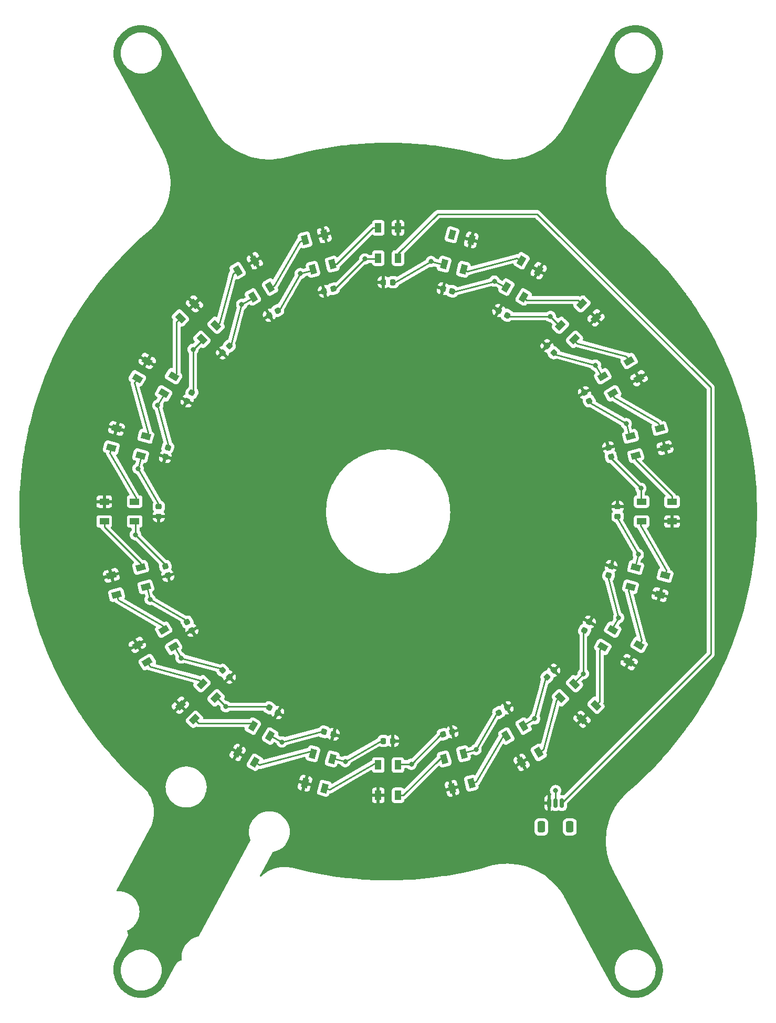
<source format=gtl>
%TF.GenerationSoftware,KiCad,Pcbnew,(6.0.7-1)-1*%
%TF.CreationDate,2023-02-20T21:14:53+08:00*%
%TF.ProjectId,layer5,6c617965-7235-42e6-9b69-6361645f7063,1.1*%
%TF.SameCoordinates,Original*%
%TF.FileFunction,Copper,L1,Top*%
%TF.FilePolarity,Positive*%
%FSLAX46Y46*%
G04 Gerber Fmt 4.6, Leading zero omitted, Abs format (unit mm)*
G04 Created by KiCad (PCBNEW (6.0.7-1)-1) date 2023-02-20 21:14:53*
%MOMM*%
%LPD*%
G01*
G04 APERTURE LIST*
G04 Aperture macros list*
%AMRoundRect*
0 Rectangle with rounded corners*
0 $1 Rounding radius*
0 $2 $3 $4 $5 $6 $7 $8 $9 X,Y pos of 4 corners*
0 Add a 4 corners polygon primitive as box body*
4,1,4,$2,$3,$4,$5,$6,$7,$8,$9,$2,$3,0*
0 Add four circle primitives for the rounded corners*
1,1,$1+$1,$2,$3*
1,1,$1+$1,$4,$5*
1,1,$1+$1,$6,$7*
1,1,$1+$1,$8,$9*
0 Add four rect primitives between the rounded corners*
20,1,$1+$1,$2,$3,$4,$5,0*
20,1,$1+$1,$4,$5,$6,$7,0*
20,1,$1+$1,$6,$7,$8,$9,0*
20,1,$1+$1,$8,$9,$2,$3,0*%
%AMRotRect*
0 Rectangle, with rotation*
0 The origin of the aperture is its center*
0 $1 length*
0 $2 width*
0 $3 Rotation angle, in degrees counterclockwise*
0 Add horizontal line*
21,1,$1,$2,0,0,$3*%
G04 Aperture macros list end*
%TA.AperFunction,SMDPad,CuDef*%
%ADD10RoundRect,0.225000X-0.282038X-0.183247X0.152629X-0.299716X0.282038X0.183247X-0.152629X0.299716X0*%
%TD*%
%TA.AperFunction,SMDPad,CuDef*%
%ADD11RoundRect,0.225000X-0.069856X-0.329006X0.319856X-0.104006X0.069856X0.329006X-0.319856X0.104006X0*%
%TD*%
%TA.AperFunction,SMDPad,CuDef*%
%ADD12R,1.500000X1.000000*%
%TD*%
%TA.AperFunction,SMDPad,CuDef*%
%ADD13RoundRect,0.225000X-0.225000X-0.250000X0.225000X-0.250000X0.225000X0.250000X-0.225000X0.250000X0*%
%TD*%
%TA.AperFunction,SMDPad,CuDef*%
%ADD14RoundRect,0.225000X0.299716X-0.152629X0.183247X0.282038X-0.299716X0.152629X-0.183247X-0.282038X0*%
%TD*%
%TA.AperFunction,SMDPad,CuDef*%
%ADD15RotRect,1.500000X1.000000X120.000000*%
%TD*%
%TA.AperFunction,SMDPad,CuDef*%
%ADD16RoundRect,0.225000X0.104006X-0.319856X0.329006X0.069856X-0.104006X0.319856X-0.329006X-0.069856X0*%
%TD*%
%TA.AperFunction,SMDPad,CuDef*%
%ADD17RotRect,1.500000X1.000000X15.000000*%
%TD*%
%TA.AperFunction,SMDPad,CuDef*%
%ADD18RoundRect,0.225000X-0.335876X-0.017678X-0.017678X-0.335876X0.335876X0.017678X0.017678X0.335876X0*%
%TD*%
%TA.AperFunction,SMDPad,CuDef*%
%ADD19RoundRect,0.225000X0.250000X-0.225000X0.250000X0.225000X-0.250000X0.225000X-0.250000X-0.225000X0*%
%TD*%
%TA.AperFunction,SMDPad,CuDef*%
%ADD20RoundRect,0.225000X-0.152629X-0.299716X0.282038X-0.183247X0.152629X0.299716X-0.282038X0.183247X0*%
%TD*%
%TA.AperFunction,SMDPad,CuDef*%
%ADD21RotRect,1.500000X1.000000X165.000000*%
%TD*%
%TA.AperFunction,SMDPad,CuDef*%
%ADD22RoundRect,0.225000X-0.017678X0.335876X-0.335876X0.017678X0.017678X-0.335876X0.335876X-0.017678X0*%
%TD*%
%TA.AperFunction,SMDPad,CuDef*%
%ADD23RoundRect,0.225000X0.282038X0.183247X-0.152629X0.299716X-0.282038X-0.183247X0.152629X-0.299716X0*%
%TD*%
%TA.AperFunction,SMDPad,CuDef*%
%ADD24RotRect,1.500000X1.000000X195.000000*%
%TD*%
%TA.AperFunction,SMDPad,CuDef*%
%ADD25RoundRect,0.225000X0.183247X-0.282038X0.299716X0.152629X-0.183247X0.282038X-0.299716X-0.152629X0*%
%TD*%
%TA.AperFunction,SMDPad,CuDef*%
%ADD26RotRect,1.500000X1.000000X45.000000*%
%TD*%
%TA.AperFunction,SMDPad,CuDef*%
%ADD27RotRect,1.500000X1.000000X60.000000*%
%TD*%
%TA.AperFunction,SMDPad,CuDef*%
%ADD28RotRect,1.500000X1.000000X315.000000*%
%TD*%
%TA.AperFunction,SMDPad,CuDef*%
%ADD29RoundRect,0.225000X-0.250000X0.225000X-0.250000X-0.225000X0.250000X-0.225000X0.250000X0.225000X0*%
%TD*%
%TA.AperFunction,SMDPad,CuDef*%
%ADD30RotRect,1.500000X1.000000X255.000000*%
%TD*%
%TA.AperFunction,SMDPad,CuDef*%
%ADD31RotRect,1.500000X1.000000X345.000000*%
%TD*%
%TA.AperFunction,SMDPad,CuDef*%
%ADD32RoundRect,0.225000X-0.329006X0.069856X-0.104006X-0.319856X0.329006X-0.069856X0.104006X0.319856X0*%
%TD*%
%TA.AperFunction,SMDPad,CuDef*%
%ADD33RoundRect,0.225000X0.319856X0.104006X-0.069856X0.329006X-0.319856X-0.104006X0.069856X-0.329006X0*%
%TD*%
%TA.AperFunction,SMDPad,CuDef*%
%ADD34RoundRect,0.225000X0.017678X-0.335876X0.335876X-0.017678X-0.017678X0.335876X-0.335876X0.017678X0*%
%TD*%
%TA.AperFunction,SMDPad,CuDef*%
%ADD35RoundRect,0.225000X0.335876X0.017678X0.017678X0.335876X-0.335876X-0.017678X-0.017678X-0.335876X0*%
%TD*%
%TA.AperFunction,SMDPad,CuDef*%
%ADD36RotRect,1.500000X1.000000X135.000000*%
%TD*%
%TA.AperFunction,SMDPad,CuDef*%
%ADD37RoundRect,0.225000X-0.183247X0.282038X-0.299716X-0.152629X0.183247X-0.282038X0.299716X0.152629X0*%
%TD*%
%TA.AperFunction,SMDPad,CuDef*%
%ADD38RoundRect,0.225000X0.225000X0.250000X-0.225000X0.250000X-0.225000X-0.250000X0.225000X-0.250000X0*%
%TD*%
%TA.AperFunction,SMDPad,CuDef*%
%ADD39RotRect,1.500000X1.000000X240.000000*%
%TD*%
%TA.AperFunction,SMDPad,CuDef*%
%ADD40RotRect,1.500000X1.000000X150.000000*%
%TD*%
%TA.AperFunction,SMDPad,CuDef*%
%ADD41RoundRect,0.225000X-0.104006X0.319856X-0.329006X-0.069856X0.104006X-0.319856X0.329006X0.069856X0*%
%TD*%
%TA.AperFunction,SMDPad,CuDef*%
%ADD42RotRect,1.500000X1.000000X300.000000*%
%TD*%
%TA.AperFunction,SMDPad,CuDef*%
%ADD43RoundRect,0.225000X-0.299716X0.152629X-0.183247X-0.282038X0.299716X-0.152629X0.183247X0.282038X0*%
%TD*%
%TA.AperFunction,SMDPad,CuDef*%
%ADD44RoundRect,0.225000X0.152629X0.299716X-0.282038X0.183247X-0.152629X-0.299716X0.282038X-0.183247X0*%
%TD*%
%TA.AperFunction,SMDPad,CuDef*%
%ADD45R,1.000000X1.500000*%
%TD*%
%TA.AperFunction,SMDPad,CuDef*%
%ADD46RoundRect,0.225000X0.329006X-0.069856X0.104006X0.319856X-0.329006X0.069856X-0.104006X-0.319856X0*%
%TD*%
%TA.AperFunction,SMDPad,CuDef*%
%ADD47RoundRect,0.225000X0.069856X0.329006X-0.319856X0.104006X-0.069856X-0.329006X0.319856X-0.104006X0*%
%TD*%
%TA.AperFunction,SMDPad,CuDef*%
%ADD48RotRect,1.500000X1.000000X285.000000*%
%TD*%
%TA.AperFunction,SMDPad,CuDef*%
%ADD49RotRect,1.500000X1.000000X330.000000*%
%TD*%
%TA.AperFunction,SMDPad,CuDef*%
%ADD50RotRect,1.500000X1.000000X30.000000*%
%TD*%
%TA.AperFunction,SMDPad,CuDef*%
%ADD51RotRect,1.500000X1.000000X210.000000*%
%TD*%
%TA.AperFunction,SMDPad,CuDef*%
%ADD52RotRect,1.500000X1.000000X225.000000*%
%TD*%
%TA.AperFunction,SMDPad,CuDef*%
%ADD53RotRect,1.500000X1.000000X105.000000*%
%TD*%
%TA.AperFunction,SMDPad,CuDef*%
%ADD54RoundRect,0.150000X-0.150000X-0.625000X0.150000X-0.625000X0.150000X0.625000X-0.150000X0.625000X0*%
%TD*%
%TA.AperFunction,SMDPad,CuDef*%
%ADD55RoundRect,0.250000X-0.350000X-0.650000X0.350000X-0.650000X0.350000X0.650000X-0.350000X0.650000X0*%
%TD*%
%TA.AperFunction,SMDPad,CuDef*%
%ADD56RotRect,1.500000X1.000000X75.000000*%
%TD*%
%TA.AperFunction,SMDPad,CuDef*%
%ADD57RoundRect,0.225000X-0.319856X-0.104006X0.069856X-0.329006X0.319856X0.104006X-0.069856X0.329006X0*%
%TD*%
%TA.AperFunction,ViaPad*%
%ADD58C,0.800000*%
%TD*%
%TA.AperFunction,Conductor*%
%ADD59C,0.250000*%
%TD*%
G04 APERTURE END LIST*
D10*
X118827712Y-74060159D03*
X120324898Y-74461329D03*
D11*
X90828830Y-78344560D03*
X92171170Y-77569560D03*
D12*
X64216000Y-108400000D03*
X64216000Y-111600000D03*
X69116000Y-111600000D03*
X69116000Y-108400000D03*
D13*
X109225000Y-73000000D03*
X110775000Y-73000000D03*
D14*
X74461329Y-120324898D03*
X74060159Y-118827712D03*
D15*
X131506359Y-150450107D03*
X134277641Y-148850107D03*
X131827641Y-144606583D03*
X129056359Y-146206583D03*
D16*
X77569560Y-92171170D03*
X78344560Y-90828830D03*
D17*
X65361941Y-120304290D03*
X66190162Y-123395253D03*
X70923199Y-122127040D03*
X70094978Y-119036077D03*
D18*
X135614943Y-83289041D03*
X136710959Y-84385057D03*
D19*
X73000000Y-110775000D03*
X73000000Y-109225000D03*
D20*
X99675102Y-74461329D03*
X101172288Y-74060159D03*
D21*
X153809838Y-123395253D03*
X154638059Y-120304290D03*
X149905022Y-119036077D03*
X149076801Y-122127040D03*
D22*
X136710959Y-135614943D03*
X135614943Y-136710959D03*
D23*
X101172288Y-145939841D03*
X99675102Y-145538671D03*
D24*
X154638059Y-99695710D03*
X153809838Y-96604747D03*
X149076801Y-97872960D03*
X149905022Y-100963923D03*
D25*
X74060159Y-101172288D03*
X74461329Y-99675102D03*
D26*
X76494453Y-141242806D03*
X78757194Y-143505547D03*
X82222017Y-140040724D03*
X79959276Y-137777983D03*
D27*
X85722359Y-148850107D03*
X88493641Y-150450107D03*
X90943641Y-146206583D03*
X88172359Y-144606583D03*
D28*
X78757194Y-76494453D03*
X76494453Y-78757194D03*
X79959276Y-82222017D03*
X82222017Y-79959276D03*
D29*
X147000000Y-109225000D03*
X147000000Y-110775000D03*
D30*
X123395253Y-66190162D03*
X120304290Y-65361941D03*
X119036077Y-70094978D03*
X122127040Y-70923199D03*
D31*
X66190162Y-96604747D03*
X65361941Y-99695710D03*
X70094978Y-100963923D03*
X70923199Y-97872960D03*
D32*
X141655440Y-90828830D03*
X142430440Y-92171170D03*
D33*
X92171170Y-142430440D03*
X90828830Y-141655440D03*
D34*
X83289041Y-84385057D03*
X84385057Y-83289041D03*
D35*
X84385057Y-136710959D03*
X83289041Y-135614943D03*
D36*
X141242806Y-143505547D03*
X143505547Y-141242806D03*
X140040724Y-137777983D03*
X137777983Y-140040724D03*
D12*
X155784000Y-111600000D03*
X155784000Y-108400000D03*
X150884000Y-108400000D03*
X150884000Y-111600000D03*
D37*
X145939841Y-118827712D03*
X145538671Y-120324898D03*
D38*
X110775000Y-147000000D03*
X109225000Y-147000000D03*
D39*
X134277641Y-71149893D03*
X131506359Y-69549893D03*
X129056359Y-73793417D03*
X131827641Y-75393417D03*
D40*
X148850107Y-134277641D03*
X150450107Y-131506359D03*
X146206583Y-129056359D03*
X144606583Y-131827641D03*
D41*
X142430440Y-127828830D03*
X141655440Y-129171170D03*
D42*
X88493641Y-69549893D03*
X85722359Y-71149893D03*
X88172359Y-75393417D03*
X90943641Y-73793417D03*
D43*
X145538671Y-99675102D03*
X145939841Y-101172288D03*
D44*
X120324898Y-145538671D03*
X118827712Y-145939841D03*
D45*
X111600000Y-64216000D03*
X108400000Y-64216000D03*
X108400000Y-69116000D03*
X111600000Y-69116000D03*
D46*
X78344560Y-129171170D03*
X77569560Y-127828830D03*
D47*
X129171170Y-141655440D03*
X127828830Y-142430440D03*
D48*
X99695710Y-65361941D03*
X96604747Y-66190162D03*
X97872960Y-70923199D03*
X100963923Y-70094978D03*
D49*
X71149893Y-85722359D03*
X69549893Y-88493641D03*
X73793417Y-90943641D03*
X75393417Y-88172359D03*
D50*
X69549893Y-131506359D03*
X71149893Y-134277641D03*
X75393417Y-131827641D03*
X73793417Y-129056359D03*
D45*
X108400000Y-155784000D03*
X111600000Y-155784000D03*
X111600000Y-150884000D03*
X108400000Y-150884000D03*
D51*
X150450107Y-88493641D03*
X148850107Y-85722359D03*
X144606583Y-88172359D03*
X146206583Y-90943641D03*
D52*
X143505547Y-78757194D03*
X141242806Y-76494453D03*
X137777983Y-79959276D03*
X140040724Y-82222017D03*
D53*
X120304290Y-154638059D03*
X123395253Y-153809838D03*
X122127040Y-149076801D03*
X119036077Y-149905022D03*
D54*
X136000000Y-157000000D03*
X137000000Y-157000000D03*
X138000000Y-157000000D03*
D55*
X134700000Y-160875000D03*
X139300000Y-160875000D03*
D56*
X96604747Y-153809838D03*
X99695710Y-154638059D03*
X100963923Y-149905022D03*
X97872960Y-149076801D03*
D57*
X127828830Y-77569560D03*
X129171170Y-78344560D03*
D58*
X69667951Y-103075346D03*
X92872595Y-147165535D03*
X113750000Y-150750000D03*
X150332049Y-116924654D03*
X71609094Y-124169098D03*
X136162951Y-78533748D03*
X116924654Y-69667951D03*
X147165535Y-127127405D03*
X103075346Y-150332049D03*
X124169098Y-148390906D03*
X150750000Y-106250000D03*
X143415535Y-86377405D03*
X78533748Y-83837049D03*
X83837049Y-141466252D03*
X69250000Y-113750000D03*
X137000000Y-155000000D03*
X86377405Y-76584465D03*
X106250000Y-69250000D03*
X72834465Y-92872595D03*
X127127405Y-72834465D03*
X148390906Y-95830902D03*
X141466252Y-136162951D03*
X133622595Y-143415535D03*
X95830902Y-71609094D03*
X76584465Y-133622595D03*
D59*
X144423535Y-88123312D02*
X143415535Y-86377405D01*
X99675102Y-145538671D02*
X99443394Y-145404895D01*
X122127039Y-149076801D02*
X122221791Y-148912685D01*
X135614943Y-136710959D02*
X135383235Y-136844735D01*
X131876688Y-144423535D02*
X133622595Y-143415535D01*
X73842465Y-91126688D02*
X72834465Y-92872595D01*
X74595105Y-99443395D02*
X72834465Y-92872596D01*
X78533748Y-90639641D02*
X78533748Y-83837049D01*
X108266000Y-69250000D02*
X106250000Y-69250000D01*
X110775000Y-72999999D02*
X111033436Y-73069247D01*
X78344560Y-90828830D02*
X78533749Y-90639641D01*
X111033437Y-73069247D02*
X116924655Y-69667951D01*
X74060159Y-118827712D02*
X74060159Y-118560159D01*
X70189730Y-101128039D02*
X69667951Y-103075345D01*
X75576465Y-131876688D02*
X76584465Y-133622595D01*
X118827712Y-145939841D02*
X118560159Y-145939841D01*
X100963923Y-149905022D02*
X101128039Y-149810270D01*
X145939841Y-101439841D02*
X150750000Y-106250000D01*
X149905022Y-119036077D02*
X149810270Y-118871961D01*
X82411522Y-140040724D02*
X83837049Y-141466251D01*
X120556605Y-74595105D02*
X127127404Y-72834465D01*
X136844736Y-84616764D02*
X143415535Y-86377404D01*
X142430441Y-92171170D02*
X142499689Y-92429606D01*
X128873312Y-73842465D02*
X127127405Y-72834465D01*
X88172359Y-75393417D02*
X88123312Y-75576464D01*
X137000000Y-157000000D02*
X137000000Y-155000000D01*
X136710959Y-84385057D02*
X136844736Y-84616765D01*
X90828830Y-141655440D02*
X90639641Y-141466251D01*
X120324898Y-74461329D02*
X120556606Y-74595105D01*
X70094978Y-100963923D02*
X70189730Y-101128039D01*
X148912685Y-97778209D02*
X148390906Y-95830903D01*
X101128039Y-149810270D02*
X103075345Y-150332049D01*
X149076801Y-97872961D02*
X148912685Y-97778209D01*
X144606583Y-88172359D02*
X144423536Y-88123312D01*
X83289041Y-135614943D02*
X83155265Y-135383235D01*
X91126688Y-146157535D02*
X92872595Y-147165535D01*
X146206583Y-129056359D02*
X146157536Y-128873312D01*
X141466252Y-129360359D02*
X141466252Y-136162951D01*
X69250000Y-111734000D02*
X69250000Y-113750000D01*
X79959276Y-82411522D02*
X78533749Y-83837049D01*
X142499688Y-92429606D02*
X148390906Y-95830902D01*
X137588478Y-79959276D02*
X136162951Y-78533749D01*
X129171170Y-78344560D02*
X129360359Y-78533749D01*
X150750000Y-108266000D02*
X150750000Y-106250000D01*
X140040724Y-137777983D02*
X140040724Y-137588478D01*
X129056359Y-73793417D02*
X128873312Y-73842464D01*
X135383236Y-136844736D02*
X133622596Y-143415535D01*
X111734000Y-150750000D02*
X113750000Y-150750000D01*
X150884000Y-108400000D02*
X150750000Y-108266000D01*
X77500312Y-127570394D02*
X71609094Y-124169098D01*
X146157535Y-128873312D02*
X147165535Y-127127405D01*
X92429606Y-77500312D02*
X95830902Y-71609094D01*
X141655440Y-129171170D02*
X141466251Y-129360359D01*
X149810270Y-118871961D02*
X150332049Y-116924655D01*
X79959276Y-82222017D02*
X79959276Y-82411522D01*
X140040724Y-137588478D02*
X141466251Y-136162951D01*
X82222017Y-140040724D02*
X82411522Y-140040724D01*
X70923199Y-122127039D02*
X71087315Y-122221791D01*
X88123312Y-75576465D02*
X86377405Y-76584465D01*
X97872961Y-70923199D02*
X97778209Y-71087315D01*
X127570394Y-142499688D02*
X124169098Y-148390906D01*
X101172288Y-74060159D02*
X101439841Y-74060159D01*
X147000001Y-110775000D02*
X146930753Y-111033436D01*
X137777983Y-79959276D02*
X137588478Y-79959276D01*
X69116000Y-111600000D02*
X69250000Y-111734000D01*
X72999999Y-109225000D02*
X73069247Y-108966564D01*
X118560159Y-145939841D02*
X113750000Y-150750000D01*
X122221791Y-148912685D02*
X124169097Y-148390906D01*
X77569559Y-127828830D02*
X77500311Y-127570394D01*
X101439841Y-74060159D02*
X106250000Y-69250000D01*
X127828830Y-142430441D02*
X127570394Y-142499689D01*
X75393417Y-131827641D02*
X75576464Y-131876688D01*
X108400000Y-69116000D02*
X108266000Y-69250000D01*
X145939841Y-101172288D02*
X145939841Y-101439841D01*
X71087315Y-122221791D02*
X71609094Y-124169097D01*
X108966563Y-146930753D02*
X103075345Y-150332049D01*
X99443395Y-145404895D02*
X92872596Y-147165535D01*
X145404895Y-120556605D02*
X147165535Y-127127404D01*
X109225000Y-147000001D02*
X108966564Y-146930753D01*
X92171170Y-77569559D02*
X92429606Y-77500311D01*
X73069247Y-108966563D02*
X69667951Y-103075345D01*
X90943641Y-146206583D02*
X91126688Y-146157536D01*
X97778209Y-71087315D02*
X95830903Y-71609094D01*
X83155264Y-135383236D02*
X76584465Y-133622596D01*
X131827641Y-144606583D02*
X131876688Y-144423536D01*
X90639641Y-141466252D02*
X83837049Y-141466252D01*
X84616764Y-83155264D02*
X86377404Y-76584465D01*
X74461329Y-99675102D02*
X74595106Y-99443394D01*
X84385057Y-83289041D02*
X84616765Y-83155265D01*
X73793417Y-90943641D02*
X73842464Y-91126688D01*
X119036077Y-70094978D02*
X118871961Y-70189730D01*
X145538671Y-120324898D02*
X145404894Y-120556606D01*
X111600000Y-150884000D02*
X111734000Y-150750000D01*
X129360359Y-78533748D02*
X136162951Y-78533748D01*
X118871961Y-70189730D02*
X116924655Y-69667951D01*
X146930753Y-111033437D02*
X150332049Y-116924655D01*
X74060159Y-118560159D02*
X69250000Y-113750000D01*
X100963923Y-70094978D02*
X101655022Y-70094978D01*
X107534000Y-64216000D02*
X108400000Y-64216000D01*
X101655022Y-70094978D02*
X107534000Y-64216000D01*
X111600000Y-68400000D02*
X111600000Y-69116000D01*
X162000000Y-90000000D02*
X134000000Y-62000000D01*
X118000000Y-62000000D02*
X111600000Y-68400000D01*
X134000000Y-62000000D02*
X118000000Y-62000000D01*
X162000000Y-133000000D02*
X162000000Y-90000000D01*
X138000000Y-157000000D02*
X162000000Y-133000000D01*
X90943640Y-73793417D02*
X91611190Y-73614547D01*
X91611191Y-73614548D02*
X95768256Y-66414300D01*
X95768256Y-66414300D02*
X96604748Y-66190163D01*
X84972381Y-71582893D02*
X85722359Y-71149893D01*
X82222017Y-79959276D02*
X82820526Y-79613727D01*
X82820526Y-79613726D02*
X84972381Y-71582893D01*
X75393417Y-88172360D02*
X75882098Y-87683679D01*
X75882098Y-79369548D02*
X76494452Y-78757194D01*
X75882098Y-87683679D02*
X75882098Y-79369549D01*
X71268748Y-97274452D02*
X69116893Y-89243619D01*
X70923199Y-97872961D02*
X71268749Y-97274452D01*
X69116893Y-89243619D02*
X69549893Y-88493641D01*
X69116000Y-108400000D02*
X69294870Y-107732450D01*
X69294869Y-107732450D02*
X65137804Y-100532202D01*
X65137804Y-100532202D02*
X65361941Y-99695710D01*
X70094978Y-118344978D02*
X64216000Y-112466000D01*
X70094978Y-119036077D02*
X70094978Y-118344978D01*
X64216000Y-112466000D02*
X64216000Y-111600000D01*
X73793417Y-129056360D02*
X73614547Y-128388810D01*
X73614548Y-128388809D02*
X66414300Y-124231744D01*
X66414300Y-124231744D02*
X66190163Y-123395252D01*
X79959276Y-137777983D02*
X79613727Y-137179474D01*
X71582893Y-135027619D02*
X71149893Y-134277641D01*
X79613726Y-137179474D02*
X71582893Y-135027619D01*
X79369548Y-144117902D02*
X78757194Y-143505548D01*
X87683679Y-144117902D02*
X79369549Y-144117902D01*
X88172360Y-144606583D02*
X87683679Y-144117902D01*
X97872961Y-149076801D02*
X97274452Y-148731252D01*
X97274452Y-148731252D02*
X89243619Y-150883107D01*
X89243619Y-150883107D02*
X88493641Y-150450107D01*
X108400000Y-150884000D02*
X107732450Y-150705130D01*
X107732450Y-150705131D02*
X100532202Y-154862196D01*
X100532202Y-154862196D02*
X99695710Y-154638059D01*
X119036077Y-149905022D02*
X118344978Y-149905022D01*
X118344978Y-149905022D02*
X112466000Y-155784000D01*
X112466000Y-155784000D02*
X111600000Y-155784000D01*
X128388809Y-146385452D02*
X124231744Y-153585700D01*
X124231744Y-153585700D02*
X123395252Y-153809837D01*
X129056360Y-146206583D02*
X128388810Y-146385453D01*
X137179474Y-140386274D02*
X135027619Y-148417107D01*
X137777983Y-140040724D02*
X137179474Y-140386273D01*
X135027619Y-148417107D02*
X134277641Y-148850107D01*
X144606583Y-131827640D02*
X144117902Y-132316321D01*
X144117902Y-140630452D02*
X143505548Y-141242806D01*
X144117902Y-132316321D02*
X144117902Y-140630451D01*
X149076801Y-122127039D02*
X148731251Y-122725548D01*
X148731252Y-122725548D02*
X150883107Y-130756381D01*
X150883107Y-130756381D02*
X150450107Y-131506359D01*
X150884000Y-111600000D02*
X150705130Y-112267550D01*
X150705131Y-112267550D02*
X154862196Y-119467798D01*
X154862196Y-119467798D02*
X154638059Y-120304290D01*
X149905022Y-100963923D02*
X149905022Y-101655022D01*
X155784000Y-107534000D02*
X155784000Y-108400000D01*
X149905022Y-101655022D02*
X155784000Y-107534000D01*
X153585700Y-95768256D02*
X153809837Y-96604748D01*
X146385452Y-91611191D02*
X153585700Y-95768256D01*
X146206583Y-90943640D02*
X146385453Y-91611190D01*
X148417107Y-84972381D02*
X148850107Y-85722359D01*
X140386274Y-82820526D02*
X148417107Y-84972381D01*
X140040724Y-82222017D02*
X140386274Y-82820526D01*
X140630452Y-75882098D02*
X141242806Y-76494452D01*
X131827640Y-75393417D02*
X132316321Y-75882098D01*
X132316321Y-75882098D02*
X140630451Y-75882098D01*
X130756381Y-69116893D02*
X131506359Y-69549893D01*
X122127039Y-70923199D02*
X122725548Y-71268748D01*
X122725548Y-71268748D02*
X130756381Y-69116893D01*
%TA.AperFunction,Conductor*%
G36*
X70262933Y-31553958D02*
G01*
X70442209Y-31556517D01*
X70453826Y-31557220D01*
X70557604Y-31568332D01*
X70854758Y-31600150D01*
X70866246Y-31601920D01*
X71063883Y-31641792D01*
X71261513Y-31681663D01*
X71272802Y-31684489D01*
X71659012Y-31800357D01*
X71669991Y-31804212D01*
X71927350Y-31908161D01*
X72043855Y-31955218D01*
X72054432Y-31960069D01*
X72115559Y-31991603D01*
X72412787Y-32144937D01*
X72422872Y-32150745D01*
X72762626Y-32367879D01*
X72772133Y-32374593D01*
X73090403Y-32622149D01*
X73099250Y-32629711D01*
X73393325Y-32905582D01*
X73401436Y-32913928D01*
X73668799Y-33215751D01*
X73676105Y-33224810D01*
X73914484Y-33550023D01*
X73920922Y-33559714D01*
X74108975Y-33873341D01*
X74119722Y-33896182D01*
X74123708Y-33907470D01*
X74134169Y-33922001D01*
X74142308Y-33933307D01*
X74150990Y-33947188D01*
X81514124Y-47622013D01*
X81522497Y-47641245D01*
X81523832Y-47645176D01*
X81528950Y-47660254D01*
X81534766Y-47671378D01*
X81537659Y-47675294D01*
X81538673Y-47676916D01*
X81540980Y-47680754D01*
X81844858Y-48207350D01*
X81845866Y-48208881D01*
X81845871Y-48208889D01*
X82184362Y-48722966D01*
X82185373Y-48724501D01*
X82186468Y-48725968D01*
X82186475Y-48725978D01*
X82554634Y-49219224D01*
X82554635Y-49219225D01*
X82555743Y-49220709D01*
X82954684Y-49694252D01*
X82955934Y-49695569D01*
X82955944Y-49695581D01*
X83150986Y-49901200D01*
X83380810Y-50143487D01*
X83382159Y-50144751D01*
X83831291Y-50565588D01*
X83831296Y-50565592D01*
X83832645Y-50566856D01*
X84308621Y-50962891D01*
X84807086Y-51330217D01*
X85326312Y-51667561D01*
X85327938Y-51668486D01*
X85841252Y-51960526D01*
X85864497Y-51973751D01*
X86157835Y-52118485D01*
X86418098Y-52246900D01*
X86418110Y-52246906D01*
X86419775Y-52247727D01*
X86421479Y-52248446D01*
X86421487Y-52248450D01*
X86988516Y-52487818D01*
X86988526Y-52487822D01*
X86990220Y-52488537D01*
X86991967Y-52489156D01*
X86991972Y-52489158D01*
X86991992Y-52489165D01*
X87573851Y-52695347D01*
X87857937Y-52777541D01*
X88166865Y-52866923D01*
X88166874Y-52866925D01*
X88168646Y-52867438D01*
X88170456Y-52867848D01*
X88170464Y-52867850D01*
X88529101Y-52949078D01*
X88772541Y-53004215D01*
X88774361Y-53004516D01*
X88774372Y-53004518D01*
X89027224Y-53046316D01*
X89383440Y-53105201D01*
X89385296Y-53105396D01*
X89385300Y-53105397D01*
X89997372Y-53169853D01*
X89997377Y-53169853D01*
X89999225Y-53170048D01*
X90391078Y-53188092D01*
X90615909Y-53198445D01*
X90615915Y-53198445D01*
X90617759Y-53198530D01*
X90783603Y-53196392D01*
X91235066Y-53190573D01*
X91235079Y-53190572D01*
X91236898Y-53190549D01*
X91238725Y-53190418D01*
X91238739Y-53190417D01*
X91647174Y-53161042D01*
X91854493Y-53146131D01*
X92217929Y-53098357D01*
X92466547Y-53065676D01*
X92466557Y-53065674D01*
X92468401Y-53065432D01*
X93076494Y-52948730D01*
X93078284Y-52948276D01*
X93078292Y-52948274D01*
X93324759Y-52885730D01*
X93652160Y-52802650D01*
X93659523Y-52801014D01*
X93659900Y-52800942D01*
X93664742Y-52800401D01*
X93670542Y-52798822D01*
X93670809Y-52798789D01*
X93671056Y-52798682D01*
X93676854Y-52797104D01*
X93681294Y-52795120D01*
X93681297Y-52795119D01*
X93690555Y-52790982D01*
X93698871Y-52787266D01*
X93717227Y-52780715D01*
X94411143Y-52592151D01*
X95124577Y-52398283D01*
X95127660Y-52397487D01*
X96041914Y-52173692D01*
X96584778Y-52040808D01*
X96587818Y-52040104D01*
X98053509Y-51720351D01*
X98056624Y-51719713D01*
X99529897Y-51437102D01*
X99532987Y-51436550D01*
X101012947Y-51191250D01*
X101016035Y-51190778D01*
X102501735Y-50982950D01*
X102504884Y-50982551D01*
X103127164Y-50911482D01*
X103995275Y-50812338D01*
X103998443Y-50812016D01*
X104689694Y-50750719D01*
X105492746Y-50679508D01*
X105495875Y-50679271D01*
X106993078Y-50584560D01*
X106996200Y-50584403D01*
X108495223Y-50527555D01*
X108498379Y-50527474D01*
X109998417Y-50508521D01*
X110001583Y-50508521D01*
X111501621Y-50527474D01*
X111504777Y-50527555D01*
X113003800Y-50584403D01*
X113006922Y-50584560D01*
X114504125Y-50679271D01*
X114507254Y-50679508D01*
X115310306Y-50750719D01*
X116001557Y-50812016D01*
X116004725Y-50812338D01*
X116872836Y-50911482D01*
X117495116Y-50982551D01*
X117498265Y-50982950D01*
X118983965Y-51190778D01*
X118987053Y-51191250D01*
X120467013Y-51436550D01*
X120470103Y-51437102D01*
X121943376Y-51719713D01*
X121946491Y-51720351D01*
X123412182Y-52040104D01*
X123415222Y-52040808D01*
X123958086Y-52173692D01*
X124872340Y-52397487D01*
X124875423Y-52398283D01*
X125567258Y-52586281D01*
X126275309Y-52778687D01*
X126296454Y-52786525D01*
X126311117Y-52793512D01*
X126316873Y-52795230D01*
X126317121Y-52795345D01*
X126317392Y-52795385D01*
X126323145Y-52797103D01*
X126327963Y-52797761D01*
X126329885Y-52798177D01*
X126334243Y-52799201D01*
X126921707Y-52948276D01*
X126921715Y-52948278D01*
X126923505Y-52948732D01*
X127531598Y-53065434D01*
X127533443Y-53065676D01*
X127533452Y-53065678D01*
X127781157Y-53098240D01*
X128145507Y-53146135D01*
X128352826Y-53161046D01*
X128761261Y-53190421D01*
X128761275Y-53190422D01*
X128763102Y-53190553D01*
X128764921Y-53190576D01*
X128764934Y-53190577D01*
X129218086Y-53196419D01*
X129382240Y-53198535D01*
X129384083Y-53198450D01*
X129384091Y-53198450D01*
X129640405Y-53186648D01*
X130000775Y-53170054D01*
X130002623Y-53169859D01*
X130002628Y-53169859D01*
X130614701Y-53105403D01*
X130614705Y-53105402D01*
X130616561Y-53105207D01*
X130872312Y-53062930D01*
X131225642Y-53004522D01*
X131225658Y-53004519D01*
X131227460Y-53004221D01*
X131229236Y-53003819D01*
X131229250Y-53003816D01*
X131616920Y-52916012D01*
X131831355Y-52867445D01*
X131833160Y-52866923D01*
X132080949Y-52795230D01*
X132426150Y-52695353D01*
X132427914Y-52694728D01*
X133008030Y-52489165D01*
X133008035Y-52489163D01*
X133009782Y-52488544D01*
X133011476Y-52487829D01*
X133011486Y-52487825D01*
X133578515Y-52248456D01*
X133578523Y-52248452D01*
X133580227Y-52247733D01*
X133581892Y-52246912D01*
X133581904Y-52246906D01*
X133945725Y-52067395D01*
X134135505Y-51973757D01*
X134137135Y-51972830D01*
X134282700Y-51890013D01*
X134673691Y-51667566D01*
X135192916Y-51330222D01*
X135691382Y-50962895D01*
X135872329Y-50812338D01*
X136165930Y-50568048D01*
X136165943Y-50568037D01*
X136167357Y-50566860D01*
X136168698Y-50565603D01*
X136168711Y-50565592D01*
X136617843Y-50144754D01*
X136617846Y-50144751D01*
X136619192Y-50143490D01*
X137036549Y-49703499D01*
X137044058Y-49695583D01*
X137044068Y-49695571D01*
X137045318Y-49694254D01*
X137444258Y-49220710D01*
X137814627Y-48724501D01*
X137815638Y-48722966D01*
X138154129Y-48208888D01*
X138154134Y-48208880D01*
X138155142Y-48207349D01*
X138451978Y-47692952D01*
X138455948Y-47686526D01*
X138456166Y-47686195D01*
X138459149Y-47682357D01*
X138461502Y-47678111D01*
X138461506Y-47678105D01*
X138462880Y-47675625D01*
X138462881Y-47675623D01*
X138465234Y-47671377D01*
X138467736Y-47664560D01*
X138474848Y-47645176D01*
X138482196Y-47628846D01*
X140760717Y-43397173D01*
X144728412Y-36028364D01*
X146518082Y-36028364D01*
X146518254Y-36031759D01*
X146518254Y-36031760D01*
X146525635Y-36177454D01*
X146536169Y-36385405D01*
X146536706Y-36388760D01*
X146536707Y-36388766D01*
X146551892Y-36483567D01*
X146592710Y-36738404D01*
X146687045Y-37083232D01*
X146785941Y-37334296D01*
X146814322Y-37406344D01*
X146818068Y-37415855D01*
X146819651Y-37418870D01*
X146982665Y-37729366D01*
X146982670Y-37729374D01*
X146984249Y-37732382D01*
X147183642Y-38029110D01*
X147413915Y-38302568D01*
X147672375Y-38549558D01*
X147955997Y-38767189D01*
X147958908Y-38768959D01*
X147958914Y-38768963D01*
X148095996Y-38852310D01*
X148261465Y-38952917D01*
X148585205Y-39104567D01*
X148588423Y-39105669D01*
X148588426Y-39105670D01*
X148920206Y-39219264D01*
X148920214Y-39219266D01*
X148923429Y-39220367D01*
X149272181Y-39298962D01*
X149321279Y-39304556D01*
X149623999Y-39339047D01*
X149624007Y-39339047D01*
X149627382Y-39339432D01*
X149630786Y-39339450D01*
X149630789Y-39339450D01*
X149825300Y-39340468D01*
X149984875Y-39341304D01*
X149988261Y-39340954D01*
X149988263Y-39340954D01*
X150337088Y-39304907D01*
X150337097Y-39304906D01*
X150340480Y-39304556D01*
X150343813Y-39303842D01*
X150343816Y-39303841D01*
X150452187Y-39280608D01*
X150690036Y-39229617D01*
X151029455Y-39117365D01*
X151354765Y-38969113D01*
X151449852Y-38912654D01*
X151659216Y-38788344D01*
X151659221Y-38788341D01*
X151662161Y-38786595D01*
X151688008Y-38767189D01*
X151792101Y-38689033D01*
X151948047Y-38571945D01*
X152209079Y-38327676D01*
X152442203Y-38056644D01*
X152618212Y-37800549D01*
X152642762Y-37764829D01*
X152642767Y-37764822D01*
X152644692Y-37762020D01*
X152646304Y-37759026D01*
X152646309Y-37759018D01*
X152812556Y-37450263D01*
X152814178Y-37447251D01*
X152948678Y-37116018D01*
X152957115Y-37086402D01*
X153045684Y-36775475D01*
X153046618Y-36772197D01*
X153106853Y-36419809D01*
X153108958Y-36385405D01*
X153128567Y-36064775D01*
X153128677Y-36062977D01*
X153128758Y-36039902D01*
X153109425Y-35682927D01*
X153051652Y-35330127D01*
X152956114Y-34985630D01*
X152953069Y-34977977D01*
X152825190Y-34656632D01*
X152825186Y-34656624D01*
X152823930Y-34653467D01*
X152818389Y-34643002D01*
X152658241Y-34340534D01*
X152658239Y-34340531D01*
X152656646Y-34337522D01*
X152456219Y-34041492D01*
X152224992Y-33768839D01*
X151965672Y-33522753D01*
X151962965Y-33520691D01*
X151962957Y-33520684D01*
X151802376Y-33398355D01*
X151681291Y-33306113D01*
X151375177Y-33121453D01*
X151366147Y-33117261D01*
X151053991Y-32972363D01*
X151053989Y-32972362D01*
X151050910Y-32970933D01*
X151047698Y-32969846D01*
X151047691Y-32969843D01*
X150715520Y-32857410D01*
X150715515Y-32857408D01*
X150712284Y-32856315D01*
X150363259Y-32778938D01*
X150237883Y-32765096D01*
X150011300Y-32740081D01*
X150011295Y-32740081D01*
X150007919Y-32739708D01*
X150004520Y-32739702D01*
X150004519Y-32739702D01*
X149835916Y-32739408D01*
X149650421Y-32739084D01*
X149517180Y-32753323D01*
X149298331Y-32776711D01*
X149298325Y-32776712D01*
X149294947Y-32777073D01*
X148945655Y-32853231D01*
X148606630Y-32966667D01*
X148281840Y-33116054D01*
X148278906Y-33117810D01*
X148278904Y-33117811D01*
X148272819Y-33121453D01*
X147975083Y-33299644D01*
X147689948Y-33515290D01*
X147429770Y-33760469D01*
X147427558Y-33763059D01*
X147427556Y-33763061D01*
X147392838Y-33803711D01*
X147197593Y-34032313D01*
X147195674Y-34035126D01*
X147195671Y-34035130D01*
X147056774Y-34238746D01*
X146996133Y-34327642D01*
X146994526Y-34330652D01*
X146994524Y-34330655D01*
X146879268Y-34546511D01*
X146827747Y-34643002D01*
X146826474Y-34646170D01*
X146826473Y-34646171D01*
X146702329Y-34954991D01*
X146694405Y-34974702D01*
X146597665Y-35318863D01*
X146538661Y-35671458D01*
X146518082Y-36028364D01*
X144728412Y-36028364D01*
X145845341Y-33954002D01*
X145855851Y-33937646D01*
X145864922Y-33925674D01*
X145870341Y-33918522D01*
X145877496Y-33899736D01*
X145887182Y-33879788D01*
X146079097Y-33559719D01*
X146085526Y-33550040D01*
X146323919Y-33224808D01*
X146331205Y-33215776D01*
X146598577Y-32913941D01*
X146606688Y-32905595D01*
X146742103Y-32778563D01*
X146900764Y-32629724D01*
X146909610Y-32622163D01*
X147227878Y-32374608D01*
X147237385Y-32367894D01*
X147577138Y-32150761D01*
X147587223Y-32144953D01*
X147884482Y-31991603D01*
X147945576Y-31960086D01*
X147956153Y-31955235D01*
X148078937Y-31905642D01*
X148330015Y-31804230D01*
X148340994Y-31800375D01*
X148727203Y-31684507D01*
X148738492Y-31681681D01*
X148936121Y-31641810D01*
X149133757Y-31601939D01*
X149145245Y-31600169D01*
X149443529Y-31568230D01*
X149546175Y-31557239D01*
X149557792Y-31556536D01*
X149743967Y-31553879D01*
X149960960Y-31550782D01*
X149972583Y-31551153D01*
X150215216Y-31570148D01*
X150374585Y-31582625D01*
X150386134Y-31584069D01*
X150489913Y-31601940D01*
X150783489Y-31652495D01*
X150794850Y-31654996D01*
X151184219Y-31759798D01*
X151195300Y-31763337D01*
X151305503Y-31804231D01*
X151573322Y-31903613D01*
X151584036Y-31908161D01*
X151947527Y-32082730D01*
X151957754Y-32088238D01*
X152062029Y-32150761D01*
X152303570Y-32295590D01*
X152313262Y-32302028D01*
X152407400Y-32371030D01*
X152638476Y-32540407D01*
X152647535Y-32547714D01*
X152949357Y-32815076D01*
X152957703Y-32823187D01*
X153233573Y-33117261D01*
X153241135Y-33126108D01*
X153488686Y-33444371D01*
X153495400Y-33453877D01*
X153556848Y-33550025D01*
X153698349Y-33771433D01*
X153712541Y-33793640D01*
X153718346Y-33803721D01*
X153903208Y-34162064D01*
X153903212Y-34162072D01*
X153908064Y-34172651D01*
X154059068Y-34546511D01*
X154062924Y-34557492D01*
X154178792Y-34943701D01*
X154181618Y-34954990D01*
X154261359Y-35350247D01*
X154263131Y-35361750D01*
X154306060Y-35762673D01*
X154306763Y-35774289D01*
X154310910Y-36064775D01*
X154312518Y-36177454D01*
X154312147Y-36189086D01*
X154280675Y-36591082D01*
X154279231Y-36602630D01*
X154210807Y-36999983D01*
X154208307Y-37011342D01*
X154179284Y-37119170D01*
X154103503Y-37400718D01*
X154099964Y-37411798D01*
X153982637Y-37727974D01*
X153959688Y-37789819D01*
X153955140Y-37800532D01*
X153844110Y-38031722D01*
X153796741Y-38130354D01*
X153783591Y-38151895D01*
X153776478Y-38161283D01*
X153773284Y-38169668D01*
X153773281Y-38169674D01*
X153765145Y-38191036D01*
X153758337Y-38205923D01*
X148941440Y-47151873D01*
X146481750Y-51720015D01*
X146395207Y-51880742D01*
X146383758Y-51898321D01*
X146374429Y-51910326D01*
X146374423Y-51910335D01*
X146371439Y-51914175D01*
X146365354Y-51925155D01*
X146363677Y-51929727D01*
X146362577Y-51932132D01*
X146360640Y-51936176D01*
X146341401Y-51974574D01*
X146089450Y-52477433D01*
X146089441Y-52477453D01*
X146088622Y-52479087D01*
X145844327Y-53048047D01*
X145843691Y-53049807D01*
X145843687Y-53049818D01*
X145789972Y-53198511D01*
X145633951Y-53630401D01*
X145633424Y-53632182D01*
X145633421Y-53632191D01*
X145518180Y-54021558D01*
X145458224Y-54224131D01*
X145317755Y-54827176D01*
X145213032Y-55437445D01*
X145144419Y-56052820D01*
X145112152Y-56671168D01*
X145116345Y-57290342D01*
X145156982Y-57908196D01*
X145157212Y-57910030D01*
X145157213Y-57910044D01*
X145233689Y-58520719D01*
X145233923Y-58522586D01*
X145346900Y-59131381D01*
X145495522Y-59732469D01*
X145679274Y-60323764D01*
X145897517Y-60903216D01*
X146149495Y-61468815D01*
X146434334Y-62018598D01*
X146751045Y-62550659D01*
X147098530Y-63063152D01*
X147475584Y-63554299D01*
X147616519Y-63717064D01*
X147868951Y-64008597D01*
X147880899Y-64022396D01*
X148313068Y-64465820D01*
X148314429Y-64467061D01*
X148314432Y-64467064D01*
X148370976Y-64518626D01*
X148720327Y-64837195D01*
X148751906Y-64865992D01*
X148757331Y-64871245D01*
X148757601Y-64871522D01*
X148760717Y-64875266D01*
X148765224Y-64879235D01*
X148765403Y-64879445D01*
X148765634Y-64879596D01*
X148770137Y-64883562D01*
X148786736Y-64894147D01*
X148790420Y-64896496D01*
X148806014Y-64908234D01*
X149908680Y-65880699D01*
X149918939Y-65889747D01*
X149921325Y-65891907D01*
X150821334Y-66727727D01*
X151039219Y-66930073D01*
X151041563Y-66932307D01*
X152132376Y-67998821D01*
X152134662Y-68001114D01*
X152315879Y-68187640D01*
X153163479Y-69060072D01*
X153197710Y-69095306D01*
X153199921Y-69097640D01*
X153858582Y-69811414D01*
X154234555Y-70218846D01*
X154236720Y-70221254D01*
X155242157Y-71368622D01*
X155244259Y-71371084D01*
X156219880Y-72543908D01*
X156221919Y-72546424D01*
X157167091Y-73743944D01*
X157169064Y-73746511D01*
X157636607Y-74371244D01*
X158061402Y-74938857D01*
X158083140Y-74967904D01*
X158085041Y-74970513D01*
X158964568Y-76210953D01*
X158967464Y-76215038D01*
X158969291Y-76217687D01*
X159715367Y-77329396D01*
X159819417Y-77484438D01*
X159821187Y-77487150D01*
X160635106Y-78770005D01*
X160638491Y-78775341D01*
X160640182Y-78778085D01*
X161017055Y-79407270D01*
X161424112Y-80086847D01*
X161425740Y-80089646D01*
X162175771Y-81418101D01*
X162177327Y-81420941D01*
X162870936Y-82726738D01*
X162892989Y-82768256D01*
X162894457Y-82771108D01*
X163165967Y-83315583D01*
X163575260Y-84136365D01*
X163576668Y-84139281D01*
X164035934Y-85122777D01*
X164220293Y-85517573D01*
X164222167Y-85521587D01*
X164223494Y-85524526D01*
X164269106Y-85629134D01*
X164833252Y-86922945D01*
X164834508Y-86925929D01*
X165408135Y-88339560D01*
X165409314Y-88342576D01*
X165946424Y-89770476D01*
X165947525Y-89773521D01*
X166447771Y-91214760D01*
X166448793Y-91217832D01*
X166500776Y-91381020D01*
X166911356Y-92669929D01*
X166911836Y-92671437D01*
X166912773Y-92674514D01*
X167231346Y-93771285D01*
X167338317Y-94139562D01*
X167339173Y-94142657D01*
X167717010Y-95580399D01*
X167726928Y-95618140D01*
X167727703Y-95621250D01*
X168023713Y-96878177D01*
X168077421Y-97106233D01*
X168078123Y-97109394D01*
X168389566Y-98602864D01*
X168390186Y-98606042D01*
X168554736Y-99510870D01*
X168662885Y-100105562D01*
X168663147Y-100107005D01*
X168663683Y-100110187D01*
X168896949Y-101611002D01*
X168897984Y-101617662D01*
X168898436Y-101620839D01*
X169061016Y-102879140D01*
X169093926Y-103133853D01*
X169094300Y-103137066D01*
X169116648Y-103353706D01*
X169250846Y-104654599D01*
X169251137Y-104657823D01*
X169368637Y-106178868D01*
X169368845Y-106182100D01*
X169447223Y-107705696D01*
X169447347Y-107708931D01*
X169486547Y-109233959D01*
X169486589Y-109237197D01*
X169486589Y-110762803D01*
X169486547Y-110766041D01*
X169447347Y-112291069D01*
X169447223Y-112294304D01*
X169368845Y-113817900D01*
X169368637Y-113821132D01*
X169251137Y-115342177D01*
X169250846Y-115345401D01*
X169157457Y-116250699D01*
X169113515Y-116676668D01*
X169094300Y-116862930D01*
X169093926Y-116866143D01*
X168898889Y-118375659D01*
X168898440Y-118379133D01*
X168897988Y-118382310D01*
X168663970Y-119887968D01*
X168663685Y-119889802D01*
X168663149Y-119892984D01*
X168621663Y-120121107D01*
X168390186Y-121393958D01*
X168389566Y-121397136D01*
X168078123Y-122890606D01*
X168077421Y-122893767D01*
X167732349Y-124359026D01*
X167727711Y-124378718D01*
X167726936Y-124381828D01*
X167339180Y-125857317D01*
X167338324Y-125860413D01*
X166912779Y-127325465D01*
X166911842Y-127328543D01*
X166647169Y-128159417D01*
X166448793Y-128782168D01*
X166447771Y-128785240D01*
X165947525Y-130226479D01*
X165946424Y-130229524D01*
X165409314Y-131657424D01*
X165408135Y-131660440D01*
X164834508Y-133074071D01*
X164833252Y-133077055D01*
X164556346Y-133712112D01*
X164246018Y-134423818D01*
X164223499Y-134475462D01*
X164222172Y-134478401D01*
X164093026Y-134754963D01*
X163576668Y-135860719D01*
X163575260Y-135863635D01*
X163278854Y-136458037D01*
X162898338Y-137221111D01*
X162894471Y-137228865D01*
X162893003Y-137231716D01*
X162508940Y-137954760D01*
X162177327Y-138579059D01*
X162175771Y-138581899D01*
X161425740Y-139910354D01*
X161424112Y-139913153D01*
X161245625Y-140211136D01*
X160652514Y-141201329D01*
X160640190Y-141221903D01*
X160638499Y-141224646D01*
X159981575Y-142260055D01*
X159821187Y-142512850D01*
X159819417Y-142515562D01*
X158970303Y-143780806D01*
X158969302Y-143782297D01*
X158967475Y-143784946D01*
X158098058Y-145011129D01*
X158085047Y-145029479D01*
X158083145Y-145032089D01*
X157960038Y-145196585D01*
X157169064Y-146253489D01*
X157167091Y-146256056D01*
X156221919Y-147453576D01*
X156219880Y-147456092D01*
X155244259Y-148628916D01*
X155242157Y-148631378D01*
X154236720Y-149778746D01*
X154234555Y-149781154D01*
X154143494Y-149879834D01*
X153211343Y-150889983D01*
X153199937Y-150902343D01*
X153197726Y-150904677D01*
X152465360Y-151658500D01*
X152134662Y-151998886D01*
X152132376Y-152001179D01*
X151041563Y-153067693D01*
X151039219Y-153069927D01*
X149921359Y-154108062D01*
X149918959Y-154110235D01*
X148811819Y-155086648D01*
X148793602Y-155100012D01*
X148783930Y-155105851D01*
X148783924Y-155105855D01*
X148779759Y-155108370D01*
X148775151Y-155112233D01*
X148774923Y-155112375D01*
X148774744Y-155112575D01*
X148770140Y-155116435D01*
X148766932Y-155120102D01*
X148765527Y-155121478D01*
X148762273Y-155124552D01*
X148677331Y-155202009D01*
X148320867Y-155527060D01*
X148313065Y-155534174D01*
X148311784Y-155535488D01*
X148311774Y-155535498D01*
X147920639Y-155936815D01*
X147880892Y-155977597D01*
X147879680Y-155978997D01*
X147879677Y-155979000D01*
X147777452Y-156097058D01*
X147475573Y-156445693D01*
X147474444Y-156447164D01*
X147474438Y-156447171D01*
X147122115Y-156906099D01*
X147098516Y-156936839D01*
X147069774Y-156979229D01*
X146818679Y-157349556D01*
X146751027Y-157449332D01*
X146750084Y-157450916D01*
X146750079Y-157450924D01*
X146489547Y-157888601D01*
X146434312Y-157981393D01*
X146433453Y-157983051D01*
X146433448Y-157983060D01*
X146329834Y-158183049D01*
X146149470Y-158531177D01*
X145897489Y-159096776D01*
X145896839Y-159098502D01*
X145896834Y-159098514D01*
X145696014Y-159631704D01*
X145679244Y-159676229D01*
X145678697Y-159677990D01*
X145678694Y-159677998D01*
X145653855Y-159757928D01*
X145495490Y-160267526D01*
X145346866Y-160868615D01*
X145233888Y-161477412D01*
X145233655Y-161479273D01*
X145233654Y-161479279D01*
X145163001Y-162043455D01*
X145156946Y-162091803D01*
X145116309Y-162709659D01*
X145116297Y-162711499D01*
X145116296Y-162711514D01*
X145116128Y-162736317D01*
X145112116Y-163328836D01*
X145144383Y-163947185D01*
X145169211Y-164169857D01*
X145212791Y-164560710D01*
X145212793Y-164560727D01*
X145212998Y-164562562D01*
X145213313Y-164564396D01*
X145213313Y-164564398D01*
X145260721Y-164840666D01*
X145317722Y-165172833D01*
X145458192Y-165775879D01*
X145633922Y-166369610D01*
X145634548Y-166371343D01*
X145634552Y-166371355D01*
X145792811Y-166809435D01*
X145844301Y-166951966D01*
X145845027Y-166953656D01*
X145845031Y-166953667D01*
X145957999Y-167216763D01*
X146088599Y-167520926D01*
X146089418Y-167522561D01*
X146089421Y-167522567D01*
X146227455Y-167798061D01*
X146350130Y-168042901D01*
X146354648Y-168051919D01*
X146357829Y-168058775D01*
X146357975Y-168059116D01*
X146359539Y-168063723D01*
X146365355Y-168074847D01*
X146368243Y-168078757D01*
X146381937Y-168097297D01*
X146391526Y-168112421D01*
X147079727Y-169390551D01*
X153754668Y-181787264D01*
X153762536Y-181805040D01*
X153767537Y-181819201D01*
X153767539Y-181819205D01*
X153770527Y-181827666D01*
X153775770Y-181834949D01*
X153775771Y-181834951D01*
X153782274Y-181843985D01*
X153793594Y-181863050D01*
X153839719Y-181959091D01*
X153925055Y-182136778D01*
X153955154Y-182199451D01*
X153959701Y-182210159D01*
X154099982Y-182588196D01*
X154103519Y-182599269D01*
X154156694Y-182796832D01*
X154208322Y-182988645D01*
X154210824Y-183000010D01*
X154279250Y-183397366D01*
X154280694Y-183408915D01*
X154289112Y-183516435D01*
X154310426Y-183788683D01*
X154312166Y-183810913D01*
X154312537Y-183822540D01*
X154310407Y-183971750D01*
X154306782Y-184225711D01*
X154306079Y-184237328D01*
X154263149Y-184638256D01*
X154261377Y-184649758D01*
X154232447Y-184793162D01*
X154181637Y-185045018D01*
X154178815Y-185056290D01*
X154084560Y-185370459D01*
X154062941Y-185442519D01*
X154059089Y-185453489D01*
X153965570Y-185685025D01*
X153908081Y-185827357D01*
X153903229Y-185837936D01*
X153718362Y-186196289D01*
X153712554Y-186206374D01*
X153495420Y-186546128D01*
X153488706Y-186555635D01*
X153241150Y-186873904D01*
X153233588Y-186882751D01*
X152957716Y-187176827D01*
X152949370Y-187184938D01*
X152647547Y-187452300D01*
X152638488Y-187459606D01*
X152313275Y-187697985D01*
X152303584Y-187704423D01*
X151957763Y-187911780D01*
X151947536Y-187917287D01*
X151724975Y-188024173D01*
X151584042Y-188091857D01*
X151573328Y-188096405D01*
X151195306Y-188236681D01*
X151184232Y-188240218D01*
X150794848Y-188345025D01*
X150783493Y-188347524D01*
X150584812Y-188381737D01*
X150386136Y-188415949D01*
X150374589Y-188417393D01*
X149972584Y-188448866D01*
X149960961Y-188449237D01*
X149737067Y-188446042D01*
X149557791Y-188443483D01*
X149546174Y-188442780D01*
X149442396Y-188431668D01*
X149145242Y-188399850D01*
X149133754Y-188398080D01*
X148878257Y-188346535D01*
X148738487Y-188318337D01*
X148727198Y-188315511D01*
X148340988Y-188199643D01*
X148330007Y-188195787D01*
X148329963Y-188195769D01*
X147956143Y-188044781D01*
X147945566Y-188039930D01*
X147884469Y-188008411D01*
X147587213Y-187855063D01*
X147577128Y-187849255D01*
X147237374Y-187632121D01*
X147227867Y-187625407D01*
X146909597Y-187377851D01*
X146900750Y-187370289D01*
X146606675Y-187094418D01*
X146598564Y-187086072D01*
X146331201Y-186784249D01*
X146323895Y-186775190D01*
X146085516Y-186449977D01*
X146079076Y-186440283D01*
X145926241Y-186185390D01*
X145891025Y-186126658D01*
X145880278Y-186103818D01*
X145879281Y-186100994D01*
X145879280Y-186100993D01*
X145876292Y-186092530D01*
X145857692Y-186066693D01*
X145849010Y-186052812D01*
X144715987Y-183948560D01*
X146518082Y-183948560D01*
X146518254Y-183951955D01*
X146518254Y-183951956D01*
X146523250Y-184050580D01*
X146536169Y-184305601D01*
X146536706Y-184308956D01*
X146536707Y-184308962D01*
X146555612Y-184426987D01*
X146592710Y-184658600D01*
X146687045Y-185003428D01*
X146707872Y-185056300D01*
X146813637Y-185324801D01*
X146818068Y-185336051D01*
X146819651Y-185339066D01*
X146982665Y-185649562D01*
X146982670Y-185649570D01*
X146984249Y-185652578D01*
X147183642Y-185949306D01*
X147413915Y-186222764D01*
X147672375Y-186469754D01*
X147955997Y-186687385D01*
X147958908Y-186689155D01*
X147958914Y-186689159D01*
X148095996Y-186772506D01*
X148261465Y-186873113D01*
X148585205Y-187024763D01*
X148588423Y-187025865D01*
X148588426Y-187025866D01*
X148920206Y-187139460D01*
X148920214Y-187139462D01*
X148923429Y-187140563D01*
X149272181Y-187219158D01*
X149321279Y-187224752D01*
X149623999Y-187259243D01*
X149624007Y-187259243D01*
X149627382Y-187259628D01*
X149630786Y-187259646D01*
X149630789Y-187259646D01*
X149825300Y-187260664D01*
X149984875Y-187261500D01*
X149988261Y-187261150D01*
X149988263Y-187261150D01*
X150337088Y-187225103D01*
X150337097Y-187225102D01*
X150340480Y-187224752D01*
X150343813Y-187224038D01*
X150343816Y-187224037D01*
X150452187Y-187200804D01*
X150690036Y-187149813D01*
X151029455Y-187037561D01*
X151354765Y-186889309D01*
X151546994Y-186775172D01*
X151659216Y-186708540D01*
X151659221Y-186708537D01*
X151662161Y-186706791D01*
X151688008Y-186687385D01*
X151838899Y-186574092D01*
X151948047Y-186492141D01*
X152209079Y-186247872D01*
X152442203Y-185976840D01*
X152537669Y-185837936D01*
X152642762Y-185685025D01*
X152642767Y-185685018D01*
X152644692Y-185682216D01*
X152646304Y-185679222D01*
X152646309Y-185679214D01*
X152812556Y-185370459D01*
X152814178Y-185367447D01*
X152948678Y-185036214D01*
X152957115Y-185006598D01*
X153045684Y-184695671D01*
X153046618Y-184692393D01*
X153106853Y-184340005D01*
X153108080Y-184319957D01*
X153128567Y-183984971D01*
X153128677Y-183983173D01*
X153128758Y-183960098D01*
X153109425Y-183603123D01*
X153051652Y-183250323D01*
X152956114Y-182905826D01*
X152953069Y-182898173D01*
X152825190Y-182576828D01*
X152825186Y-182576820D01*
X152823930Y-182573663D01*
X152816954Y-182560488D01*
X152658241Y-182260730D01*
X152658239Y-182260727D01*
X152656646Y-182257718D01*
X152456219Y-181961688D01*
X152224992Y-181689035D01*
X151965672Y-181442949D01*
X151962965Y-181440887D01*
X151962957Y-181440880D01*
X151792421Y-181310967D01*
X151681291Y-181226309D01*
X151375177Y-181041649D01*
X151360468Y-181034821D01*
X151053991Y-180892559D01*
X151053989Y-180892558D01*
X151050910Y-180891129D01*
X151047698Y-180890042D01*
X151047691Y-180890039D01*
X150715520Y-180777606D01*
X150715515Y-180777604D01*
X150712284Y-180776511D01*
X150363259Y-180699134D01*
X150237883Y-180685292D01*
X150011300Y-180660277D01*
X150011295Y-180660277D01*
X150007919Y-180659904D01*
X150004520Y-180659898D01*
X150004519Y-180659898D01*
X149835916Y-180659604D01*
X149650421Y-180659280D01*
X149517180Y-180673519D01*
X149298331Y-180696907D01*
X149298325Y-180696908D01*
X149294947Y-180697269D01*
X148945655Y-180773427D01*
X148606630Y-180886863D01*
X148281840Y-181036250D01*
X148278906Y-181038006D01*
X148278904Y-181038007D01*
X148272819Y-181041649D01*
X147975083Y-181219840D01*
X147689948Y-181435486D01*
X147429770Y-181680665D01*
X147197593Y-181952509D01*
X147195674Y-181955322D01*
X147195671Y-181955326D01*
X147021821Y-182210181D01*
X146996133Y-182247838D01*
X146994526Y-182250848D01*
X146994524Y-182250851D01*
X146871049Y-182482100D01*
X146827747Y-182563198D01*
X146826474Y-182566366D01*
X146826473Y-182566367D01*
X146731978Y-182801433D01*
X146694405Y-182894898D01*
X146693486Y-182898166D01*
X146693484Y-182898173D01*
X146598586Y-183235781D01*
X146597665Y-183239059D01*
X146597103Y-183242416D01*
X146597103Y-183242417D01*
X146571174Y-183397366D01*
X146538661Y-183591654D01*
X146518082Y-183948560D01*
X144715987Y-183948560D01*
X141339278Y-177677331D01*
X138485872Y-172377982D01*
X138477503Y-172358759D01*
X138471049Y-172339745D01*
X138468674Y-172335202D01*
X138467486Y-172332929D01*
X138467482Y-172332923D01*
X138465233Y-172328621D01*
X138462346Y-172324713D01*
X138461034Y-172322616D01*
X138458722Y-172318770D01*
X138296814Y-172038197D01*
X138155124Y-171792660D01*
X137958368Y-171493840D01*
X137815620Y-171277045D01*
X137815615Y-171277038D01*
X137814609Y-171275510D01*
X137805263Y-171262988D01*
X137445348Y-170780788D01*
X137445338Y-170780775D01*
X137444239Y-170779303D01*
X137045300Y-170305761D01*
X136619173Y-169856527D01*
X136485567Y-169731338D01*
X136168693Y-169434426D01*
X136168680Y-169434415D01*
X136167339Y-169433158D01*
X136165925Y-169431981D01*
X136165912Y-169431970D01*
X135692770Y-169038293D01*
X135692769Y-169038293D01*
X135691365Y-169037124D01*
X135192900Y-168669798D01*
X134673675Y-168332455D01*
X134135491Y-168026265D01*
X134133836Y-168025448D01*
X134133822Y-168025441D01*
X133581891Y-167753116D01*
X133581879Y-167753110D01*
X133580214Y-167752289D01*
X133578510Y-167751570D01*
X133578502Y-167751566D01*
X133011475Y-167512197D01*
X133011465Y-167512193D01*
X133009771Y-167511478D01*
X132540096Y-167345048D01*
X132427888Y-167305287D01*
X132427886Y-167305286D01*
X132426141Y-167304668D01*
X132072407Y-167202322D01*
X131833128Y-167133091D01*
X131833119Y-167133089D01*
X131831347Y-167132576D01*
X131829537Y-167132166D01*
X131829529Y-167132164D01*
X131229273Y-166996211D01*
X131227454Y-166995799D01*
X131225633Y-166995498D01*
X131225623Y-166995496D01*
X130989767Y-166956507D01*
X130616556Y-166894811D01*
X130614700Y-166894616D01*
X130614696Y-166894615D01*
X130002625Y-166830158D01*
X130002620Y-166830158D01*
X130000772Y-166829963D01*
X129610835Y-166812006D01*
X129384089Y-166801564D01*
X129384082Y-166801564D01*
X129382239Y-166801479D01*
X129210661Y-166803690D01*
X128764934Y-166809435D01*
X128764921Y-166809436D01*
X128763101Y-166809459D01*
X128145507Y-166853875D01*
X128143653Y-166854119D01*
X128143650Y-166854119D01*
X128012581Y-166871348D01*
X127531599Y-166934572D01*
X127529764Y-166934924D01*
X127529765Y-166934924D01*
X126925330Y-167050921D01*
X126925325Y-167050922D01*
X126923507Y-167051271D01*
X126347837Y-167197351D01*
X126340452Y-167198991D01*
X126340098Y-167199059D01*
X126335260Y-167199599D01*
X126329461Y-167201177D01*
X126329191Y-167201211D01*
X126328941Y-167201319D01*
X126323148Y-167202896D01*
X126301012Y-167212786D01*
X126282710Y-167219322D01*
X124924581Y-167589003D01*
X124921603Y-167589774D01*
X123514273Y-167936178D01*
X123511277Y-167936877D01*
X122095850Y-168248835D01*
X122092838Y-168249460D01*
X121564006Y-168352545D01*
X120670251Y-168526764D01*
X120667268Y-168527308D01*
X119812547Y-168672356D01*
X119238302Y-168769806D01*
X119235263Y-168770284D01*
X118774959Y-168836882D01*
X117800773Y-168977829D01*
X117797776Y-168978225D01*
X117078225Y-169064455D01*
X116358701Y-169150682D01*
X116355643Y-169151011D01*
X114912773Y-169288287D01*
X114909707Y-169288541D01*
X114058564Y-169348595D01*
X113463914Y-169390552D01*
X113460869Y-169390729D01*
X112826646Y-169419940D01*
X112013021Y-169457414D01*
X112009947Y-169457518D01*
X111422867Y-169470207D01*
X110560890Y-169488837D01*
X110557864Y-169488866D01*
X109717419Y-169486508D01*
X109108436Y-169484800D01*
X109105360Y-169484753D01*
X107656569Y-169445308D01*
X107653495Y-169445187D01*
X106594639Y-169390464D01*
X106206051Y-169370382D01*
X106202989Y-169370186D01*
X105987177Y-169353742D01*
X104757797Y-169260068D01*
X104754733Y-169259797D01*
X103612200Y-169144625D01*
X103312654Y-169114429D01*
X103309608Y-169114085D01*
X102705849Y-169038293D01*
X101871495Y-168933554D01*
X101868448Y-168933133D01*
X101269341Y-168843019D01*
X100435211Y-168717554D01*
X100432262Y-168717074D01*
X99429070Y-168541036D01*
X99004619Y-168466554D01*
X99001596Y-168465985D01*
X97580593Y-168180707D01*
X97577585Y-168180065D01*
X97197790Y-168094122D01*
X96163898Y-167860165D01*
X96160971Y-167859465D01*
X94803646Y-167517282D01*
X94782403Y-167509854D01*
X94767498Y-167503093D01*
X94761709Y-167501482D01*
X94761460Y-167501373D01*
X94761190Y-167501338D01*
X94755404Y-167499728D01*
X94750572Y-167499160D01*
X94746656Y-167498390D01*
X94739778Y-167497222D01*
X94598409Y-167465628D01*
X94334848Y-167406727D01*
X94334839Y-167406725D01*
X94332448Y-167406191D01*
X93903627Y-167345202D01*
X93580456Y-167324917D01*
X93473811Y-167318223D01*
X93473810Y-167318223D01*
X93471341Y-167318068D01*
X93468871Y-167318107D01*
X93468859Y-167318107D01*
X93201010Y-167322368D01*
X93038259Y-167324956D01*
X92607055Y-167365824D01*
X92180390Y-167440419D01*
X91760898Y-167548282D01*
X91351170Y-167688745D01*
X91348913Y-167689723D01*
X91348905Y-167689726D01*
X90955995Y-167859962D01*
X90955987Y-167859966D01*
X90953734Y-167860942D01*
X90951568Y-167862090D01*
X90951556Y-167862096D01*
X90580544Y-168058775D01*
X90571044Y-168063811D01*
X90205462Y-168296098D01*
X89859245Y-168556370D01*
X89534531Y-168843019D01*
X89532806Y-168844802D01*
X89530345Y-168847345D01*
X89468600Y-168882390D01*
X89397711Y-168878489D01*
X89340183Y-168836882D01*
X89314283Y-168770779D01*
X89328857Y-168699991D01*
X89973403Y-167502939D01*
X91334772Y-164974603D01*
X91384677Y-164924108D01*
X91419299Y-164911138D01*
X91454059Y-164903686D01*
X91704870Y-164849916D01*
X92044289Y-164737664D01*
X92369599Y-164589412D01*
X92464686Y-164532953D01*
X92674050Y-164408643D01*
X92674055Y-164408640D01*
X92676995Y-164406894D01*
X92702842Y-164387488D01*
X92861492Y-164268369D01*
X92962881Y-164192244D01*
X93223913Y-163947975D01*
X93457037Y-163676943D01*
X93458969Y-163674132D01*
X93657596Y-163385128D01*
X93657601Y-163385121D01*
X93659526Y-163382319D01*
X93661138Y-163379325D01*
X93661143Y-163379317D01*
X93827390Y-163070562D01*
X93829012Y-163067550D01*
X93963512Y-162736317D01*
X93970578Y-162711514D01*
X94060518Y-162395774D01*
X94061452Y-162392496D01*
X94106638Y-162128146D01*
X94121115Y-162043455D01*
X94121115Y-162043453D01*
X94121687Y-162040108D01*
X94123792Y-162005704D01*
X94143401Y-161685074D01*
X94143511Y-161683276D01*
X94143592Y-161660201D01*
X94138999Y-161575400D01*
X133591500Y-161575400D01*
X133591837Y-161578646D01*
X133591837Y-161578650D01*
X133600299Y-161660201D01*
X133602474Y-161681166D01*
X133658450Y-161848946D01*
X133751522Y-161999348D01*
X133876697Y-162124305D01*
X133882927Y-162128145D01*
X133882928Y-162128146D01*
X134020090Y-162212694D01*
X134027262Y-162217115D01*
X134107005Y-162243564D01*
X134188611Y-162270632D01*
X134188613Y-162270632D01*
X134195139Y-162272797D01*
X134201975Y-162273497D01*
X134201978Y-162273498D01*
X134245031Y-162277909D01*
X134299600Y-162283500D01*
X135100400Y-162283500D01*
X135103646Y-162283163D01*
X135103650Y-162283163D01*
X135199308Y-162273238D01*
X135199312Y-162273237D01*
X135206166Y-162272526D01*
X135212702Y-162270345D01*
X135212704Y-162270345D01*
X135344806Y-162226272D01*
X135373946Y-162216550D01*
X135524348Y-162123478D01*
X135649305Y-161998303D01*
X135742115Y-161847738D01*
X135797797Y-161679861D01*
X135799812Y-161660201D01*
X135808172Y-161578598D01*
X135808500Y-161575400D01*
X138191500Y-161575400D01*
X138191837Y-161578646D01*
X138191837Y-161578650D01*
X138200299Y-161660201D01*
X138202474Y-161681166D01*
X138258450Y-161848946D01*
X138351522Y-161999348D01*
X138476697Y-162124305D01*
X138482927Y-162128145D01*
X138482928Y-162128146D01*
X138620090Y-162212694D01*
X138627262Y-162217115D01*
X138707005Y-162243564D01*
X138788611Y-162270632D01*
X138788613Y-162270632D01*
X138795139Y-162272797D01*
X138801975Y-162273497D01*
X138801978Y-162273498D01*
X138845031Y-162277909D01*
X138899600Y-162283500D01*
X139700400Y-162283500D01*
X139703646Y-162283163D01*
X139703650Y-162283163D01*
X139799308Y-162273238D01*
X139799312Y-162273237D01*
X139806166Y-162272526D01*
X139812702Y-162270345D01*
X139812704Y-162270345D01*
X139944806Y-162226272D01*
X139973946Y-162216550D01*
X140124348Y-162123478D01*
X140249305Y-161998303D01*
X140342115Y-161847738D01*
X140397797Y-161679861D01*
X140399812Y-161660201D01*
X140408172Y-161578598D01*
X140408500Y-161575400D01*
X140408500Y-160174600D01*
X140397526Y-160068834D01*
X140341550Y-159901054D01*
X140248478Y-159750652D01*
X140123303Y-159625695D01*
X140117072Y-159621854D01*
X139978968Y-159536725D01*
X139978966Y-159536724D01*
X139972738Y-159532885D01*
X139812254Y-159479655D01*
X139811389Y-159479368D01*
X139811387Y-159479368D01*
X139804861Y-159477203D01*
X139798025Y-159476503D01*
X139798022Y-159476502D01*
X139754969Y-159472091D01*
X139700400Y-159466500D01*
X138899600Y-159466500D01*
X138896354Y-159466837D01*
X138896350Y-159466837D01*
X138800692Y-159476762D01*
X138800688Y-159476763D01*
X138793834Y-159477474D01*
X138787298Y-159479655D01*
X138787296Y-159479655D01*
X138786481Y-159479927D01*
X138626054Y-159533450D01*
X138475652Y-159626522D01*
X138350695Y-159751697D01*
X138257885Y-159902262D01*
X138202203Y-160070139D01*
X138191500Y-160174600D01*
X138191500Y-161575400D01*
X135808500Y-161575400D01*
X135808500Y-160174600D01*
X135797526Y-160068834D01*
X135741550Y-159901054D01*
X135648478Y-159750652D01*
X135523303Y-159625695D01*
X135517072Y-159621854D01*
X135378968Y-159536725D01*
X135378966Y-159536724D01*
X135372738Y-159532885D01*
X135212254Y-159479655D01*
X135211389Y-159479368D01*
X135211387Y-159479368D01*
X135204861Y-159477203D01*
X135198025Y-159476503D01*
X135198022Y-159476502D01*
X135154969Y-159472091D01*
X135100400Y-159466500D01*
X134299600Y-159466500D01*
X134296354Y-159466837D01*
X134296350Y-159466837D01*
X134200692Y-159476762D01*
X134200688Y-159476763D01*
X134193834Y-159477474D01*
X134187298Y-159479655D01*
X134187296Y-159479655D01*
X134186481Y-159479927D01*
X134026054Y-159533450D01*
X133875652Y-159626522D01*
X133750695Y-159751697D01*
X133657885Y-159902262D01*
X133602203Y-160070139D01*
X133591500Y-160174600D01*
X133591500Y-161575400D01*
X94138999Y-161575400D01*
X94124259Y-161303226D01*
X94066486Y-160950426D01*
X93970948Y-160605929D01*
X93967903Y-160598276D01*
X93840024Y-160276931D01*
X93840020Y-160276923D01*
X93838764Y-160273766D01*
X93837171Y-160270757D01*
X93673075Y-159960833D01*
X93673073Y-159960830D01*
X93671480Y-159957821D01*
X93479656Y-159674497D01*
X93472963Y-159664612D01*
X93472963Y-159664611D01*
X93471053Y-159661791D01*
X93239826Y-159389138D01*
X92980506Y-159143052D01*
X92977799Y-159140990D01*
X92977791Y-159140983D01*
X92817210Y-159018654D01*
X92696125Y-158926412D01*
X92390011Y-158741752D01*
X92375302Y-158734924D01*
X92068825Y-158592662D01*
X92068823Y-158592661D01*
X92065744Y-158591232D01*
X92062532Y-158590145D01*
X92062525Y-158590142D01*
X91730354Y-158477709D01*
X91730349Y-158477707D01*
X91727118Y-158476614D01*
X91378093Y-158399237D01*
X91252717Y-158385395D01*
X91026134Y-158360380D01*
X91026129Y-158360380D01*
X91022753Y-158360007D01*
X91019354Y-158360001D01*
X91019353Y-158360001D01*
X90850750Y-158359707D01*
X90665255Y-158359383D01*
X90532014Y-158373622D01*
X90313165Y-158397010D01*
X90313159Y-158397011D01*
X90309781Y-158397372D01*
X89960489Y-158473530D01*
X89621464Y-158586966D01*
X89296674Y-158736353D01*
X89293740Y-158738109D01*
X89293738Y-158738110D01*
X89287653Y-158741752D01*
X88989917Y-158919943D01*
X88704782Y-159135589D01*
X88444604Y-159380768D01*
X88212427Y-159652612D01*
X88210508Y-159655425D01*
X88210505Y-159655429D01*
X88038212Y-159908002D01*
X88010967Y-159947941D01*
X88009360Y-159950951D01*
X88009358Y-159950954D01*
X87942068Y-160076978D01*
X87842581Y-160263301D01*
X87841308Y-160266469D01*
X87841307Y-160266470D01*
X87840883Y-160267526D01*
X87709239Y-160595001D01*
X87708320Y-160598269D01*
X87708318Y-160598276D01*
X87632329Y-160868615D01*
X87612499Y-160939162D01*
X87611937Y-160942519D01*
X87611937Y-160942520D01*
X87579942Y-161133718D01*
X87553495Y-161291757D01*
X87532916Y-161648663D01*
X87533088Y-161652058D01*
X87533088Y-161652059D01*
X87534827Y-161686389D01*
X87551003Y-162005704D01*
X87551540Y-162009059D01*
X87551541Y-162009065D01*
X87570615Y-162128146D01*
X87607544Y-162358703D01*
X87701879Y-162703531D01*
X87804419Y-162963845D01*
X87810775Y-163034557D01*
X87798127Y-163069757D01*
X86022293Y-166367839D01*
X79504320Y-178473028D01*
X79454414Y-178523524D01*
X79420222Y-178536401D01*
X79254850Y-178572458D01*
X79122832Y-178601243D01*
X78783807Y-178714679D01*
X78780714Y-178716101D01*
X78780713Y-178716102D01*
X78774532Y-178718945D01*
X78459017Y-178864066D01*
X78152260Y-179047656D01*
X77867125Y-179263302D01*
X77606947Y-179508481D01*
X77374770Y-179780325D01*
X77173310Y-180075654D01*
X77004924Y-180391014D01*
X77003651Y-180394182D01*
X77003650Y-180394183D01*
X76881811Y-180697269D01*
X76871582Y-180722714D01*
X76870663Y-180725982D01*
X76870661Y-180725989D01*
X76781437Y-181043411D01*
X76774842Y-181066875D01*
X76774280Y-181070232D01*
X76774280Y-181070233D01*
X76726254Y-181357229D01*
X76715838Y-181419470D01*
X76695259Y-181776376D01*
X76713346Y-182133417D01*
X76713883Y-182136772D01*
X76713884Y-182136778D01*
X76720965Y-182180984D01*
X76732804Y-182254894D01*
X76735840Y-182273851D01*
X76726864Y-182344278D01*
X76681237Y-182398672D01*
X76626125Y-182418919D01*
X76506428Y-182432978D01*
X76337410Y-182483681D01*
X76179764Y-182562963D01*
X76145914Y-182588192D01*
X76042695Y-182665124D01*
X76042692Y-182665126D01*
X76038280Y-182668415D01*
X75917256Y-182796832D01*
X75914236Y-182801430D01*
X75914233Y-182801433D01*
X75845892Y-182905463D01*
X75840073Y-182913598D01*
X75828230Y-182928838D01*
X75825243Y-182932682D01*
X75819157Y-182943661D01*
X75809536Y-182969877D01*
X75802190Y-182986201D01*
X75358128Y-183810914D01*
X74193411Y-185974029D01*
X74154661Y-186045995D01*
X74144150Y-186062353D01*
X74129659Y-186081478D01*
X74126465Y-186089864D01*
X74122504Y-186100264D01*
X74112818Y-186120212D01*
X73920903Y-186440281D01*
X73914474Y-186449960D01*
X73676082Y-186775190D01*
X73668795Y-186784224D01*
X73445638Y-187036145D01*
X73401423Y-187086059D01*
X73393312Y-187094405D01*
X73217167Y-187259646D01*
X73099237Y-187370275D01*
X73090390Y-187377837D01*
X72772122Y-187625392D01*
X72762615Y-187632106D01*
X72422862Y-187849239D01*
X72412777Y-187855047D01*
X72115491Y-188008411D01*
X72054426Y-188039913D01*
X72043849Y-188044764D01*
X71921019Y-188094376D01*
X71669987Y-188195769D01*
X71659006Y-188199625D01*
X71272797Y-188315493D01*
X71261508Y-188318319D01*
X71121742Y-188346516D01*
X70866243Y-188398061D01*
X70854755Y-188399831D01*
X70556471Y-188431770D01*
X70453825Y-188442761D01*
X70442208Y-188443464D01*
X70256033Y-188446121D01*
X70039040Y-188449218D01*
X70027417Y-188448847D01*
X69784784Y-188429852D01*
X69625415Y-188417375D01*
X69613866Y-188415931D01*
X69415191Y-188381719D01*
X69216511Y-188347505D01*
X69205150Y-188345004D01*
X68815781Y-188240202D01*
X68804700Y-188236663D01*
X68484964Y-188118016D01*
X68426678Y-188096387D01*
X68415965Y-188091839D01*
X68307879Y-188039930D01*
X68052473Y-187917270D01*
X68042246Y-187911762D01*
X67696427Y-187704408D01*
X67686736Y-187697971D01*
X67592621Y-187628985D01*
X67361524Y-187459593D01*
X67352465Y-187452286D01*
X67050643Y-187184924D01*
X67042297Y-187176813D01*
X66772590Y-186889309D01*
X66766426Y-186882738D01*
X66758865Y-186873892D01*
X66511314Y-186555629D01*
X66504600Y-186546123D01*
X66313989Y-186247872D01*
X66287456Y-186206355D01*
X66281651Y-186196274D01*
X66276041Y-186185398D01*
X66096787Y-185837926D01*
X66091936Y-185827349D01*
X65940932Y-185453489D01*
X65937076Y-185442508D01*
X65821208Y-185056299D01*
X65818382Y-185045010D01*
X65752233Y-184717125D01*
X65738640Y-184649746D01*
X65736869Y-184638250D01*
X65725772Y-184534607D01*
X65700887Y-184302206D01*
X65693940Y-184237327D01*
X65693237Y-184225710D01*
X65689612Y-183971750D01*
X65689281Y-183948560D01*
X66871262Y-183948560D01*
X66871434Y-183951955D01*
X66871434Y-183951956D01*
X66876430Y-184050580D01*
X66889349Y-184305601D01*
X66889886Y-184308956D01*
X66889887Y-184308962D01*
X66908792Y-184426987D01*
X66945890Y-184658600D01*
X67040225Y-185003428D01*
X67061052Y-185056300D01*
X67166817Y-185324801D01*
X67171248Y-185336051D01*
X67172831Y-185339066D01*
X67335845Y-185649562D01*
X67335850Y-185649570D01*
X67337429Y-185652578D01*
X67536822Y-185949306D01*
X67767095Y-186222764D01*
X68025555Y-186469754D01*
X68309177Y-186687385D01*
X68312088Y-186689155D01*
X68312094Y-186689159D01*
X68449176Y-186772506D01*
X68614645Y-186873113D01*
X68938385Y-187024763D01*
X68941603Y-187025865D01*
X68941606Y-187025866D01*
X69273386Y-187139460D01*
X69273394Y-187139462D01*
X69276609Y-187140563D01*
X69625361Y-187219158D01*
X69674459Y-187224752D01*
X69977179Y-187259243D01*
X69977187Y-187259243D01*
X69980562Y-187259628D01*
X69983966Y-187259646D01*
X69983969Y-187259646D01*
X70178480Y-187260664D01*
X70338055Y-187261500D01*
X70341441Y-187261150D01*
X70341443Y-187261150D01*
X70690268Y-187225103D01*
X70690277Y-187225102D01*
X70693660Y-187224752D01*
X70696993Y-187224038D01*
X70696996Y-187224037D01*
X70805367Y-187200804D01*
X71043216Y-187149813D01*
X71382635Y-187037561D01*
X71707945Y-186889309D01*
X71900174Y-186775172D01*
X72012396Y-186708540D01*
X72012401Y-186708537D01*
X72015341Y-186706791D01*
X72041188Y-186687385D01*
X72192079Y-186574092D01*
X72301227Y-186492141D01*
X72562259Y-186247872D01*
X72795383Y-185976840D01*
X72890849Y-185837936D01*
X72995942Y-185685025D01*
X72995947Y-185685018D01*
X72997872Y-185682216D01*
X72999484Y-185679222D01*
X72999489Y-185679214D01*
X73165736Y-185370459D01*
X73167358Y-185367447D01*
X73301858Y-185036214D01*
X73310295Y-185006598D01*
X73398864Y-184695671D01*
X73399798Y-184692393D01*
X73460033Y-184340005D01*
X73461260Y-184319957D01*
X73481747Y-183984971D01*
X73481857Y-183983173D01*
X73481938Y-183960098D01*
X73462605Y-183603123D01*
X73404832Y-183250323D01*
X73309294Y-182905826D01*
X73306249Y-182898173D01*
X73178370Y-182576828D01*
X73178366Y-182576820D01*
X73177110Y-182573663D01*
X73170134Y-182560488D01*
X73011421Y-182260730D01*
X73011419Y-182260727D01*
X73009826Y-182257718D01*
X72809399Y-181961688D01*
X72578172Y-181689035D01*
X72318852Y-181442949D01*
X72316145Y-181440887D01*
X72316137Y-181440880D01*
X72145601Y-181310967D01*
X72034471Y-181226309D01*
X71728357Y-181041649D01*
X71713648Y-181034821D01*
X71407171Y-180892559D01*
X71407169Y-180892558D01*
X71404090Y-180891129D01*
X71400878Y-180890042D01*
X71400871Y-180890039D01*
X71068700Y-180777606D01*
X71068695Y-180777604D01*
X71065464Y-180776511D01*
X70716439Y-180699134D01*
X70591063Y-180685292D01*
X70364480Y-180660277D01*
X70364475Y-180660277D01*
X70361099Y-180659904D01*
X70357700Y-180659898D01*
X70357699Y-180659898D01*
X70189096Y-180659604D01*
X70003601Y-180659280D01*
X69870360Y-180673519D01*
X69651511Y-180696907D01*
X69651505Y-180696908D01*
X69648127Y-180697269D01*
X69298835Y-180773427D01*
X68959810Y-180886863D01*
X68635020Y-181036250D01*
X68632086Y-181038006D01*
X68632084Y-181038007D01*
X68625999Y-181041649D01*
X68328263Y-181219840D01*
X68043128Y-181435486D01*
X67782950Y-181680665D01*
X67550773Y-181952509D01*
X67548854Y-181955322D01*
X67548851Y-181955326D01*
X67375001Y-182210181D01*
X67349313Y-182247838D01*
X67347706Y-182250848D01*
X67347704Y-182250851D01*
X67224229Y-182482100D01*
X67180927Y-182563198D01*
X67179654Y-182566366D01*
X67179653Y-182566367D01*
X67085158Y-182801433D01*
X67047585Y-182894898D01*
X67046666Y-182898166D01*
X67046664Y-182898173D01*
X66951766Y-183235781D01*
X66950845Y-183239059D01*
X66950283Y-183242416D01*
X66950283Y-183242417D01*
X66924354Y-183397366D01*
X66891841Y-183591654D01*
X66871262Y-183948560D01*
X65689281Y-183948560D01*
X65687482Y-183822541D01*
X65687853Y-183810914D01*
X65689594Y-183788683D01*
X65719325Y-183408915D01*
X65720769Y-183397370D01*
X65789193Y-183000017D01*
X65791695Y-182988650D01*
X65791697Y-182988645D01*
X65896499Y-182599276D01*
X65900038Y-182588196D01*
X65900040Y-182588192D01*
X66040312Y-182210181D01*
X66044860Y-182199468D01*
X66131607Y-182018842D01*
X66203260Y-181869645D01*
X66216409Y-181848105D01*
X66223522Y-181838717D01*
X66226716Y-181830332D01*
X66226719Y-181830326D01*
X66234855Y-181808964D01*
X66241663Y-181794077D01*
X67889170Y-178734324D01*
X67900620Y-178716743D01*
X67909939Y-178704752D01*
X67909940Y-178704751D01*
X67912927Y-178700907D01*
X67919013Y-178689928D01*
X67926398Y-178669805D01*
X67928954Y-178663392D01*
X67987615Y-178527200D01*
X68028218Y-178355462D01*
X68038380Y-178179282D01*
X68017792Y-178004014D01*
X68016211Y-177998743D01*
X67968661Y-177840253D01*
X67968659Y-177840248D01*
X67967080Y-177834985D01*
X67912877Y-177727220D01*
X67900137Y-177657375D01*
X67927180Y-177591731D01*
X67973190Y-177555948D01*
X68110356Y-177493438D01*
X68113468Y-177492020D01*
X68208555Y-177435561D01*
X68417919Y-177311251D01*
X68417924Y-177311248D01*
X68420864Y-177309502D01*
X68446711Y-177290096D01*
X68518891Y-177235901D01*
X68706750Y-177094852D01*
X68967782Y-176850583D01*
X69200906Y-176579551D01*
X69219830Y-176552017D01*
X69401465Y-176287736D01*
X69401470Y-176287729D01*
X69403395Y-176284927D01*
X69405007Y-176281933D01*
X69405012Y-176281925D01*
X69571259Y-175973170D01*
X69572881Y-175970158D01*
X69707381Y-175638925D01*
X69716721Y-175606139D01*
X69804387Y-175298382D01*
X69805321Y-175295104D01*
X69865556Y-174942716D01*
X69867661Y-174908312D01*
X69887270Y-174587682D01*
X69887380Y-174585884D01*
X69887461Y-174562809D01*
X69868128Y-174205834D01*
X69810355Y-173853034D01*
X69714817Y-173508537D01*
X69710469Y-173497609D01*
X69583893Y-173179539D01*
X69583889Y-173179531D01*
X69582633Y-173176374D01*
X69415349Y-172860429D01*
X69214922Y-172564399D01*
X68983695Y-172291746D01*
X68724375Y-172045660D01*
X68721668Y-172043598D01*
X68721660Y-172043591D01*
X68561079Y-171921262D01*
X68439994Y-171829020D01*
X68133880Y-171644360D01*
X67809613Y-171493840D01*
X67806401Y-171492753D01*
X67806394Y-171492750D01*
X67474223Y-171380317D01*
X67474218Y-171380315D01*
X67470987Y-171379222D01*
X67121962Y-171301845D01*
X66996586Y-171288003D01*
X66770003Y-171262988D01*
X66769998Y-171262988D01*
X66766622Y-171262615D01*
X66763223Y-171262609D01*
X66763222Y-171262609D01*
X66594619Y-171262315D01*
X66409124Y-171261991D01*
X66368628Y-171266319D01*
X66316184Y-171271923D01*
X66246323Y-171259272D01*
X66194392Y-171210861D01*
X66176878Y-171142058D01*
X66191855Y-171086901D01*
X68195574Y-167365591D01*
X71541627Y-161151296D01*
X71553070Y-161133725D01*
X71565388Y-161117874D01*
X71571474Y-161106894D01*
X71573150Y-161102326D01*
X71574754Y-161098819D01*
X71577575Y-161092204D01*
X71759741Y-160719513D01*
X71759742Y-160719510D01*
X71760825Y-160717295D01*
X71761730Y-160715003D01*
X71918985Y-160316726D01*
X71918989Y-160316714D01*
X71919893Y-160314425D01*
X71933280Y-160270757D01*
X72046116Y-159902671D01*
X72046116Y-159902669D01*
X72046840Y-159900309D01*
X72140883Y-159477505D01*
X72201442Y-159048623D01*
X72228142Y-158616310D01*
X72222398Y-158276544D01*
X72220862Y-158185706D01*
X72220862Y-158185700D01*
X72220820Y-158183235D01*
X72217933Y-158153089D01*
X72179755Y-157754534D01*
X72179754Y-157754530D01*
X72179519Y-157752072D01*
X72138487Y-157518764D01*
X72104924Y-157327919D01*
X72104922Y-157327909D01*
X72104495Y-157325482D01*
X72086782Y-157256876D01*
X71996830Y-156908492D01*
X71996829Y-156908489D01*
X71996212Y-156906099D01*
X71855337Y-156496512D01*
X71682740Y-156099249D01*
X71660518Y-156057430D01*
X71480644Y-155718940D01*
X71480640Y-155718933D01*
X71479487Y-155716763D01*
X71403503Y-155597442D01*
X71248167Y-155353509D01*
X71248160Y-155353500D01*
X71246833Y-155351415D01*
X70986213Y-155005460D01*
X70971904Y-154989283D01*
X70700869Y-154682879D01*
X70699237Y-154681034D01*
X70432635Y-154423559D01*
X74114441Y-154423559D01*
X74114613Y-154426954D01*
X74114613Y-154426955D01*
X74127484Y-154681034D01*
X74132528Y-154780600D01*
X74133065Y-154783955D01*
X74133066Y-154783961D01*
X74160026Y-154952276D01*
X74189069Y-155133599D01*
X74283404Y-155478427D01*
X74414427Y-155811050D01*
X74416010Y-155814065D01*
X74579024Y-156124561D01*
X74579029Y-156124569D01*
X74580608Y-156127577D01*
X74780001Y-156424305D01*
X75010274Y-156697763D01*
X75268734Y-156944753D01*
X75406545Y-157050499D01*
X75522656Y-157139594D01*
X75552356Y-157162384D01*
X75555267Y-157164154D01*
X75555273Y-157164158D01*
X75692355Y-157247505D01*
X75857824Y-157348112D01*
X76181564Y-157499762D01*
X76184782Y-157500864D01*
X76184785Y-157500865D01*
X76516565Y-157614459D01*
X76516573Y-157614461D01*
X76519788Y-157615562D01*
X76868540Y-157694157D01*
X76917638Y-157699751D01*
X77220358Y-157734242D01*
X77220366Y-157734242D01*
X77223741Y-157734627D01*
X77227145Y-157734645D01*
X77227148Y-157734645D01*
X77421659Y-157735663D01*
X77581234Y-157736499D01*
X77584620Y-157736149D01*
X77584622Y-157736149D01*
X77933447Y-157700102D01*
X77933456Y-157700101D01*
X77936839Y-157699751D01*
X77940172Y-157699037D01*
X77940175Y-157699036D01*
X77987063Y-157688984D01*
X135192001Y-157688984D01*
X135192195Y-157693920D01*
X135194430Y-157722336D01*
X135196730Y-157734931D01*
X135239107Y-157880790D01*
X135245352Y-157895221D01*
X135321911Y-158024678D01*
X135331551Y-158037104D01*
X135437896Y-158143449D01*
X135450322Y-158153089D01*
X135579779Y-158229648D01*
X135594210Y-158235893D01*
X135728605Y-158274939D01*
X135742706Y-158274899D01*
X135746000Y-158267630D01*
X135746000Y-157272115D01*
X135741525Y-157256876D01*
X135740135Y-157255671D01*
X135732452Y-157254000D01*
X135210116Y-157254000D01*
X135194877Y-157258475D01*
X135193672Y-157259865D01*
X135192001Y-157267548D01*
X135192001Y-157688984D01*
X77987063Y-157688984D01*
X78048546Y-157675803D01*
X78286395Y-157624812D01*
X78625814Y-157512560D01*
X78951124Y-157364308D01*
X79114087Y-157267548D01*
X79255575Y-157183539D01*
X79255580Y-157183536D01*
X79258520Y-157181790D01*
X79284367Y-157162384D01*
X79405448Y-157071473D01*
X79544406Y-156967140D01*
X79805438Y-156722871D01*
X79929471Y-156578669D01*
X107392001Y-156578669D01*
X107392371Y-156585490D01*
X107397895Y-156636352D01*
X107401521Y-156651604D01*
X107446676Y-156772054D01*
X107455214Y-156787649D01*
X107531715Y-156889724D01*
X107544276Y-156902285D01*
X107646351Y-156978786D01*
X107661946Y-156987324D01*
X107782394Y-157032478D01*
X107797649Y-157036105D01*
X107848514Y-157041631D01*
X107855328Y-157042000D01*
X108127885Y-157042000D01*
X108143124Y-157037525D01*
X108144329Y-157036135D01*
X108146000Y-157028452D01*
X108146000Y-157023884D01*
X108654000Y-157023884D01*
X108658475Y-157039123D01*
X108659865Y-157040328D01*
X108667548Y-157041999D01*
X108944669Y-157041999D01*
X108951490Y-157041629D01*
X109002352Y-157036105D01*
X109017604Y-157032479D01*
X109138054Y-156987324D01*
X109153649Y-156978786D01*
X109255724Y-156902285D01*
X109268285Y-156889724D01*
X109344786Y-156787649D01*
X109353324Y-156772054D01*
X109398478Y-156651606D01*
X109402105Y-156636351D01*
X109407631Y-156585486D01*
X109407813Y-156582134D01*
X110591500Y-156582134D01*
X110598255Y-156644316D01*
X110649385Y-156780705D01*
X110736739Y-156897261D01*
X110853295Y-156984615D01*
X110989684Y-157035745D01*
X111051866Y-157042500D01*
X112148134Y-157042500D01*
X112210316Y-157035745D01*
X112346705Y-156984615D01*
X112463261Y-156897261D01*
X112550615Y-156780705D01*
X112570416Y-156727885D01*
X135192000Y-156727885D01*
X135196475Y-156743124D01*
X135197865Y-156744329D01*
X135205548Y-156746000D01*
X135727885Y-156746000D01*
X135743124Y-156741525D01*
X135744329Y-156740135D01*
X135746000Y-156732452D01*
X135746000Y-155738122D01*
X135742027Y-155724591D01*
X135734129Y-155723456D01*
X135594210Y-155764107D01*
X135579779Y-155770352D01*
X135450322Y-155846911D01*
X135437896Y-155856551D01*
X135331551Y-155962896D01*
X135321911Y-155975322D01*
X135245352Y-156104779D01*
X135239107Y-156119210D01*
X135196731Y-156265065D01*
X135194430Y-156277667D01*
X135192193Y-156306084D01*
X135192000Y-156311014D01*
X135192000Y-156727885D01*
X112570416Y-156727885D01*
X112601745Y-156644316D01*
X112608500Y-156582134D01*
X112608500Y-156496897D01*
X112628502Y-156428776D01*
X112682158Y-156382283D01*
X112699344Y-156375901D01*
X112719593Y-156370018D01*
X112726412Y-156365985D01*
X112726417Y-156365983D01*
X112737028Y-156359707D01*
X112754776Y-156351012D01*
X112773617Y-156343552D01*
X112809387Y-156317564D01*
X112819307Y-156311048D01*
X112850535Y-156292580D01*
X112850538Y-156292578D01*
X112857362Y-156288542D01*
X112871683Y-156274221D01*
X112886717Y-156261380D01*
X112896694Y-156254131D01*
X112903107Y-156249472D01*
X112931298Y-156215395D01*
X112939288Y-156206616D01*
X113996375Y-155149529D01*
X119399509Y-155149529D01*
X119399882Y-155157376D01*
X119536317Y-155666552D01*
X119538432Y-155673023D01*
X119556934Y-155720727D01*
X119564389Y-155734529D01*
X119639179Y-155839187D01*
X119651457Y-155852035D01*
X119751767Y-155930831D01*
X119767165Y-155939721D01*
X119885555Y-155987193D01*
X119902827Y-155991403D01*
X120030862Y-156003845D01*
X120046526Y-156003401D01*
X120097111Y-155995570D01*
X120103754Y-155994170D01*
X120367041Y-155923623D01*
X120380602Y-155915356D01*
X120381407Y-155913699D01*
X120381034Y-155905851D01*
X120129374Y-154966642D01*
X120121107Y-154953081D01*
X120119450Y-154952276D01*
X120111603Y-154952649D01*
X119413875Y-155139605D01*
X119400314Y-155147872D01*
X119399509Y-155149529D01*
X113996375Y-155149529D01*
X114323005Y-154822899D01*
X120618507Y-154822899D01*
X120618880Y-154830746D01*
X120870540Y-155769955D01*
X120878807Y-155783516D01*
X120880464Y-155784321D01*
X120888311Y-155783948D01*
X121156009Y-155712218D01*
X121162470Y-155710106D01*
X121210186Y-155691599D01*
X121223984Y-155684146D01*
X121328638Y-155609359D01*
X121341490Y-155597078D01*
X121420288Y-155496764D01*
X121429173Y-155481374D01*
X121476647Y-155362980D01*
X121480857Y-155345708D01*
X121493299Y-155217673D01*
X121492855Y-155202009D01*
X121485024Y-155151424D01*
X121483624Y-155144781D01*
X121348372Y-154640013D01*
X121340105Y-154626452D01*
X121338448Y-154625647D01*
X121330600Y-154626020D01*
X120632873Y-154812975D01*
X120619312Y-154821242D01*
X120618507Y-154822899D01*
X114323005Y-154822899D01*
X115087459Y-154058445D01*
X119115281Y-154058445D01*
X119115725Y-154074109D01*
X119123556Y-154124694D01*
X119124956Y-154131337D01*
X119260208Y-154636105D01*
X119268475Y-154649666D01*
X119270132Y-154650471D01*
X119277980Y-154650098D01*
X119975707Y-154463143D01*
X119989268Y-154454876D01*
X119990073Y-154453219D01*
X119989700Y-154445372D01*
X119738040Y-153506163D01*
X119729773Y-153492602D01*
X119728116Y-153491797D01*
X119720269Y-153492170D01*
X119452571Y-153563900D01*
X119446110Y-153566012D01*
X119398394Y-153584519D01*
X119384596Y-153591972D01*
X119279942Y-153666759D01*
X119267090Y-153679040D01*
X119188292Y-153779354D01*
X119179407Y-153794744D01*
X119131933Y-153913138D01*
X119127723Y-153930410D01*
X119115281Y-154058445D01*
X115087459Y-154058445D01*
X115783485Y-153362419D01*
X120227173Y-153362419D01*
X120227546Y-153370267D01*
X120479206Y-154309476D01*
X120487473Y-154323037D01*
X120489130Y-154323842D01*
X120496977Y-154323469D01*
X121194705Y-154136513D01*
X121208266Y-154128246D01*
X121209071Y-154126589D01*
X121208698Y-154118742D01*
X121072263Y-153609566D01*
X121070148Y-153603095D01*
X121051646Y-153555391D01*
X121044191Y-153541589D01*
X120969401Y-153436931D01*
X120957123Y-153424083D01*
X120856813Y-153345287D01*
X120841415Y-153336397D01*
X120723025Y-153288925D01*
X120705753Y-153284715D01*
X120577718Y-153272273D01*
X120562054Y-153272717D01*
X120511469Y-153280548D01*
X120504826Y-153281948D01*
X120241539Y-153352495D01*
X120227978Y-153360762D01*
X120227173Y-153362419D01*
X115783485Y-153362419D01*
X115907797Y-153238107D01*
X122204975Y-153238107D01*
X122206184Y-153245916D01*
X122214011Y-153296467D01*
X122214545Y-153299919D01*
X122215423Y-153303198D01*
X122215424Y-153303200D01*
X122619967Y-154812975D01*
X122627689Y-154841795D01*
X122650308Y-154900110D01*
X122734996Y-155018618D01*
X122742059Y-155024166D01*
X122838615Y-155100012D01*
X122849540Y-155108594D01*
X122857869Y-155111934D01*
X122857871Y-155111935D01*
X122889349Y-155124557D01*
X122984733Y-155162805D01*
X123129708Y-155176892D01*
X123191520Y-155167323D01*
X124250434Y-154883588D01*
X124308748Y-154860969D01*
X124315805Y-154855926D01*
X124419954Y-154781501D01*
X124419955Y-154781500D01*
X124427257Y-154776282D01*
X124502689Y-154680251D01*
X124511688Y-154668795D01*
X124517232Y-154661737D01*
X124571443Y-154526544D01*
X124581781Y-154420160D01*
X124584767Y-154389433D01*
X124584767Y-154389432D01*
X124585531Y-154381569D01*
X124576935Y-154326045D01*
X124576482Y-154323121D01*
X124576481Y-154323118D01*
X124575961Y-154319757D01*
X124575082Y-154316475D01*
X124553900Y-154237423D01*
X124555590Y-154166446D01*
X124595384Y-154107651D01*
X124610336Y-154097036D01*
X124621588Y-154090222D01*
X124621589Y-154090221D01*
X124628369Y-154086115D01*
X124636197Y-154078122D01*
X124642539Y-154071645D01*
X124657440Y-154058646D01*
X124667337Y-154051296D01*
X124673702Y-154046569D01*
X124701528Y-154012207D01*
X124709424Y-154003345D01*
X124734807Y-153977425D01*
X124734809Y-153977423D01*
X124740356Y-153971758D01*
X124750484Y-153954216D01*
X124761679Y-153937926D01*
X124769443Y-153928338D01*
X124774430Y-153922180D01*
X124792837Y-153881975D01*
X124798279Y-153871434D01*
X126353148Y-151178322D01*
X130764786Y-151178322D01*
X130767179Y-151185809D01*
X131030743Y-151642314D01*
X131034466Y-151648025D01*
X131064688Y-151689320D01*
X131075454Y-151700714D01*
X131174782Y-151782447D01*
X131189975Y-151791685D01*
X131307261Y-151841833D01*
X131324423Y-151846432D01*
X131451076Y-151861646D01*
X131468849Y-151861243D01*
X131595734Y-151840124D01*
X131610760Y-151835638D01*
X131657574Y-151814990D01*
X131663657Y-151811904D01*
X131899700Y-151675624D01*
X131910660Y-151664129D01*
X131911009Y-151662321D01*
X131908616Y-151654834D01*
X131422446Y-150812766D01*
X131410951Y-150801806D01*
X131409143Y-150801457D01*
X131401656Y-150803850D01*
X130776095Y-151165019D01*
X130765135Y-151176514D01*
X130764786Y-151178322D01*
X126353148Y-151178322D01*
X127002669Y-150053318D01*
X130186326Y-150053318D01*
X130186729Y-150071090D01*
X130207849Y-150197981D01*
X130212333Y-150212997D01*
X130232985Y-150259822D01*
X130236068Y-150265898D01*
X130497348Y-150718448D01*
X130508843Y-150729408D01*
X130510651Y-150729757D01*
X130518138Y-150727364D01*
X130829977Y-150547323D01*
X131857709Y-150547323D01*
X131860102Y-150554810D01*
X132346271Y-151396879D01*
X132357766Y-151407839D01*
X132359573Y-151408187D01*
X132367061Y-151405794D01*
X132607073Y-151267221D01*
X132612757Y-151263517D01*
X132654067Y-151233284D01*
X132665460Y-151222520D01*
X132747193Y-151123190D01*
X132756431Y-151107997D01*
X132806579Y-150990711D01*
X132811178Y-150973549D01*
X132826392Y-150846896D01*
X132825989Y-150829124D01*
X132804869Y-150702233D01*
X132800385Y-150687217D01*
X132779733Y-150640392D01*
X132776650Y-150634316D01*
X132515370Y-150181766D01*
X132503875Y-150170806D01*
X132502067Y-150170457D01*
X132494580Y-150172850D01*
X131869018Y-150534020D01*
X131858058Y-150545515D01*
X131857709Y-150547323D01*
X130829977Y-150547323D01*
X131143700Y-150366194D01*
X131154660Y-150354699D01*
X131155009Y-150352891D01*
X131152616Y-150345404D01*
X130666447Y-149503335D01*
X130654952Y-149492375D01*
X130653145Y-149492027D01*
X130645657Y-149494420D01*
X130405645Y-149632993D01*
X130399961Y-149636697D01*
X130358651Y-149666930D01*
X130347258Y-149677694D01*
X130265525Y-149777024D01*
X130256287Y-149792217D01*
X130206139Y-149909503D01*
X130201540Y-149926665D01*
X130186326Y-150053318D01*
X127002669Y-150053318D01*
X127473455Y-149237893D01*
X131101709Y-149237893D01*
X131104102Y-149245380D01*
X131590272Y-150087448D01*
X131601767Y-150098408D01*
X131603575Y-150098757D01*
X131611062Y-150096364D01*
X132236623Y-149735195D01*
X132247583Y-149723700D01*
X132247932Y-149721892D01*
X132245539Y-149714405D01*
X131981975Y-149257900D01*
X131978252Y-149252189D01*
X131948030Y-149210894D01*
X131937264Y-149199500D01*
X131837936Y-149117767D01*
X131822743Y-149108529D01*
X131705457Y-149058381D01*
X131688295Y-149053782D01*
X131561642Y-149038568D01*
X131543869Y-149038971D01*
X131416984Y-149060090D01*
X131401958Y-149064576D01*
X131355144Y-149085224D01*
X131349061Y-149088310D01*
X131113018Y-149224590D01*
X131102058Y-149236085D01*
X131101709Y-149237893D01*
X127473455Y-149237893D01*
X127921277Y-148462243D01*
X132956032Y-148462243D01*
X132957506Y-148471099D01*
X132957506Y-148471101D01*
X132977936Y-148593847D01*
X132979946Y-148605924D01*
X133005187Y-148663153D01*
X133803321Y-150045561D01*
X133840262Y-150096035D01*
X133846365Y-150101057D01*
X133846367Y-150101059D01*
X133894608Y-150140754D01*
X133952737Y-150188586D01*
X133960991Y-150192115D01*
X133960994Y-150192117D01*
X134014488Y-150214989D01*
X134086666Y-150245850D01*
X134231283Y-150263223D01*
X134240138Y-150261749D01*
X134240141Y-150261749D01*
X134367173Y-150240605D01*
X134367175Y-150240604D01*
X134374964Y-150239308D01*
X134432193Y-150214067D01*
X135381589Y-149665933D01*
X135405365Y-149648532D01*
X135425684Y-149633661D01*
X135425686Y-149633660D01*
X135432063Y-149628992D01*
X135477042Y-149574331D01*
X135518912Y-149523448D01*
X135518913Y-149523446D01*
X135524614Y-149516518D01*
X135535086Y-149492027D01*
X135550343Y-149456343D01*
X135581877Y-149382589D01*
X135599250Y-149237971D01*
X135597023Y-149224590D01*
X135576633Y-149102080D01*
X135576632Y-149102077D01*
X135575336Y-149094290D01*
X135550095Y-149037061D01*
X135507476Y-148963243D01*
X135490738Y-148894248D01*
X135513958Y-148827156D01*
X135525644Y-148813044D01*
X135540246Y-148797817D01*
X135550190Y-148780170D01*
X135561218Y-148763758D01*
X135566668Y-148756882D01*
X135573799Y-148747885D01*
X135591783Y-148707493D01*
X135597115Y-148696891D01*
X135614927Y-148665281D01*
X135614927Y-148665280D01*
X135618820Y-148658372D01*
X135624066Y-148638794D01*
X135630661Y-148620173D01*
X135638901Y-148601664D01*
X135646273Y-148558080D01*
X135648801Y-148546482D01*
X135662001Y-148497221D01*
X136326486Y-146017328D01*
X136760103Y-144399047D01*
X140714846Y-144399047D01*
X140714977Y-144400880D01*
X140719228Y-144407495D01*
X141091968Y-144780234D01*
X141097034Y-144784779D01*
X141136914Y-144816845D01*
X141150264Y-144825067D01*
X141267369Y-144878311D01*
X141284424Y-144883298D01*
X141410694Y-144901381D01*
X141428472Y-144901381D01*
X141554740Y-144883298D01*
X141571798Y-144878310D01*
X141688904Y-144825066D01*
X141702250Y-144816847D01*
X141742128Y-144784784D01*
X141747205Y-144780229D01*
X141939929Y-144587505D01*
X141947543Y-144573561D01*
X141947412Y-144571726D01*
X141943164Y-144565116D01*
X141255617Y-143877568D01*
X141241674Y-143869955D01*
X141239840Y-143870086D01*
X141233226Y-143874337D01*
X140722460Y-144385103D01*
X140714846Y-144399047D01*
X136760103Y-144399047D01*
X137044501Y-143337659D01*
X139846972Y-143337659D01*
X139865055Y-143463929D01*
X139870042Y-143480984D01*
X139923288Y-143598093D01*
X139931505Y-143611437D01*
X139963574Y-143651322D01*
X139968113Y-143656381D01*
X140337630Y-144025897D01*
X140351568Y-144033508D01*
X140353404Y-144033376D01*
X140360016Y-144029127D01*
X140870784Y-143518359D01*
X140877162Y-143506679D01*
X141607214Y-143506679D01*
X141607345Y-143508512D01*
X141611596Y-143515127D01*
X142299143Y-144202673D01*
X142313081Y-144210284D01*
X142314917Y-144210152D01*
X142321529Y-144205903D01*
X142517482Y-144009950D01*
X142522043Y-144004867D01*
X142554104Y-143964993D01*
X142562327Y-143951640D01*
X142615569Y-143834539D01*
X142620557Y-143817481D01*
X142638640Y-143691213D01*
X142638640Y-143673435D01*
X142620557Y-143547165D01*
X142615570Y-143530110D01*
X142562324Y-143413001D01*
X142554107Y-143399657D01*
X142522038Y-143359772D01*
X142517499Y-143354713D01*
X142147982Y-142985197D01*
X142134044Y-142977586D01*
X142132208Y-142977718D01*
X142125596Y-142981967D01*
X141614828Y-143492735D01*
X141607214Y-143506679D01*
X140877162Y-143506679D01*
X140878398Y-143504415D01*
X140878267Y-143502582D01*
X140874016Y-143495967D01*
X140186469Y-142808421D01*
X140172531Y-142800810D01*
X140170695Y-142800942D01*
X140164083Y-142805191D01*
X139968130Y-143001144D01*
X139963569Y-143006227D01*
X139931508Y-143046101D01*
X139923285Y-143059454D01*
X139870043Y-143176555D01*
X139865055Y-143193613D01*
X139846972Y-143319881D01*
X139846972Y-143337659D01*
X137044501Y-143337659D01*
X137285689Y-142437533D01*
X140538069Y-142437533D01*
X140538200Y-142439368D01*
X140542448Y-142445978D01*
X141229995Y-143133526D01*
X141243938Y-143141139D01*
X141245772Y-143141008D01*
X141252386Y-143136757D01*
X141763152Y-142625991D01*
X141770766Y-142612047D01*
X141770635Y-142610214D01*
X141766384Y-142603599D01*
X141393644Y-142230860D01*
X141388578Y-142226315D01*
X141348698Y-142194249D01*
X141335348Y-142186027D01*
X141218243Y-142132783D01*
X141201188Y-142127796D01*
X141074918Y-142109713D01*
X141057140Y-142109713D01*
X140930872Y-142127796D01*
X140913814Y-142132784D01*
X140796708Y-142186028D01*
X140783362Y-142194247D01*
X140743484Y-142226310D01*
X140738407Y-142230865D01*
X140545683Y-142423589D01*
X140538069Y-142437533D01*
X137285689Y-142437533D01*
X137547793Y-141459346D01*
X137584745Y-141398723D01*
X137648605Y-141367702D01*
X137721649Y-141377256D01*
X137769256Y-141398901D01*
X137795194Y-141410694D01*
X137810574Y-141417687D01*
X137819457Y-141418959D01*
X137819460Y-141418960D01*
X137945871Y-141437063D01*
X137954760Y-141438336D01*
X137963649Y-141437063D01*
X138090060Y-141418960D01*
X138090063Y-141418959D01*
X138098946Y-141417687D01*
X138114327Y-141410694D01*
X138187870Y-141377256D01*
X138231542Y-141357400D01*
X138237695Y-141352453D01*
X138237698Y-141352451D01*
X138264634Y-141330793D01*
X138280288Y-141318207D01*
X138532466Y-141066029D01*
X142107935Y-141066029D01*
X142109208Y-141074918D01*
X142126568Y-141196136D01*
X142128584Y-141210215D01*
X142132298Y-141218383D01*
X142132298Y-141218384D01*
X142147758Y-141252386D01*
X142188871Y-141342811D01*
X142193818Y-141348964D01*
X142193820Y-141348967D01*
X142211160Y-141370533D01*
X142228064Y-141391557D01*
X143356796Y-142520289D01*
X143359458Y-142522429D01*
X143399386Y-142554533D01*
X143399389Y-142554535D01*
X143405542Y-142559482D01*
X143412730Y-142562750D01*
X143528903Y-142615570D01*
X143538138Y-142619769D01*
X143547021Y-142621041D01*
X143547024Y-142621042D01*
X143673435Y-142639145D01*
X143682324Y-142640418D01*
X143691213Y-142639145D01*
X143817624Y-142621042D01*
X143817627Y-142621041D01*
X143826510Y-142619769D01*
X143835746Y-142615570D01*
X143951918Y-142562750D01*
X143959106Y-142559482D01*
X143965259Y-142554535D01*
X143965262Y-142554533D01*
X144005190Y-142522429D01*
X144007852Y-142520289D01*
X144783030Y-141745111D01*
X144806782Y-141715570D01*
X144817274Y-141702521D01*
X144817276Y-141702518D01*
X144822223Y-141696365D01*
X144861852Y-141609204D01*
X144878796Y-141571938D01*
X144878796Y-141571937D01*
X144882510Y-141563769D01*
X144888572Y-141521445D01*
X144901886Y-141428472D01*
X144903159Y-141419583D01*
X144900799Y-141403104D01*
X144883783Y-141284283D01*
X144883782Y-141284280D01*
X144882510Y-141275397D01*
X144869041Y-141245772D01*
X144825491Y-141149989D01*
X144822223Y-141142801D01*
X144817276Y-141136648D01*
X144817274Y-141136645D01*
X144785170Y-141096717D01*
X144783030Y-141094055D01*
X144722759Y-141033784D01*
X144688733Y-140971472D01*
X144693798Y-140900657D01*
X144701438Y-140883990D01*
X144706921Y-140874016D01*
X144711597Y-140865511D01*
X144716635Y-140845891D01*
X144723038Y-140827190D01*
X144727936Y-140815870D01*
X144727936Y-140815869D01*
X144731083Y-140808597D01*
X144737999Y-140764929D01*
X144740407Y-140753304D01*
X144749430Y-140718160D01*
X144751402Y-140710481D01*
X144751402Y-140690221D01*
X144752953Y-140670510D01*
X144753673Y-140665968D01*
X144756121Y-140650509D01*
X144751961Y-140606498D01*
X144751402Y-140594641D01*
X144751402Y-135277340D01*
X148571391Y-135277340D01*
X148571994Y-135279080D01*
X148577810Y-135284367D01*
X149034315Y-135547931D01*
X149040398Y-135551017D01*
X149087210Y-135571664D01*
X149102238Y-135576152D01*
X149229124Y-135597271D01*
X149246896Y-135597674D01*
X149373549Y-135582460D01*
X149390711Y-135577861D01*
X149507997Y-135527713D01*
X149523190Y-135518475D01*
X149622520Y-135436742D01*
X149633285Y-135425348D01*
X149663506Y-135384054D01*
X149667229Y-135378343D01*
X149803509Y-135142300D01*
X149807254Y-135126865D01*
X149806651Y-135125125D01*
X149800835Y-135119838D01*
X148958767Y-134633669D01*
X148943332Y-134629924D01*
X148941592Y-134630527D01*
X148936305Y-134636343D01*
X148575136Y-135261905D01*
X148571391Y-135277340D01*
X144751402Y-135277340D01*
X144751402Y-134332924D01*
X147438568Y-134332924D01*
X147453782Y-134459577D01*
X147458381Y-134476739D01*
X147508529Y-134594025D01*
X147517767Y-134609218D01*
X147599496Y-134708542D01*
X147610900Y-134719316D01*
X147652181Y-134749529D01*
X147657905Y-134753261D01*
X148110448Y-135014537D01*
X148125883Y-135018282D01*
X148127623Y-135017679D01*
X148132910Y-135011863D01*
X148494079Y-134386301D01*
X148497824Y-134370866D01*
X148497221Y-134369126D01*
X148491405Y-134363839D01*
X148180636Y-134184416D01*
X149202390Y-134184416D01*
X149202993Y-134186156D01*
X149208809Y-134191443D01*
X150050877Y-134677612D01*
X150066312Y-134681357D01*
X150068052Y-134680754D01*
X150073339Y-134674938D01*
X150211903Y-134434939D01*
X150214989Y-134428855D01*
X150235635Y-134382048D01*
X150240125Y-134367011D01*
X150261243Y-134240131D01*
X150261646Y-134222358D01*
X150246432Y-134095705D01*
X150241833Y-134078543D01*
X150191685Y-133961257D01*
X150182447Y-133946064D01*
X150100718Y-133846740D01*
X150089314Y-133835966D01*
X150048033Y-133805753D01*
X150042309Y-133802021D01*
X149589766Y-133540745D01*
X149574331Y-133537000D01*
X149572591Y-133537603D01*
X149567304Y-133543419D01*
X149206135Y-134168981D01*
X149202390Y-134184416D01*
X148180636Y-134184416D01*
X147649337Y-133877670D01*
X147633902Y-133873925D01*
X147632162Y-133874528D01*
X147626875Y-133880344D01*
X147488311Y-134120343D01*
X147485225Y-134126427D01*
X147464579Y-134173234D01*
X147460089Y-134188271D01*
X147438971Y-134315151D01*
X147438568Y-134332924D01*
X144751402Y-134332924D01*
X144751402Y-133428417D01*
X147892960Y-133428417D01*
X147893563Y-133430157D01*
X147899379Y-133435444D01*
X148741447Y-133921613D01*
X148756882Y-133925358D01*
X148758622Y-133924755D01*
X148763909Y-133918939D01*
X149125078Y-133293377D01*
X149128823Y-133277942D01*
X149128220Y-133276202D01*
X149122404Y-133270915D01*
X148665899Y-133007351D01*
X148659816Y-133004265D01*
X148613004Y-132983618D01*
X148597976Y-132979130D01*
X148471090Y-132958011D01*
X148453318Y-132957608D01*
X148326665Y-132972822D01*
X148309503Y-132977421D01*
X148192217Y-133027569D01*
X148177024Y-133036807D01*
X148077694Y-133118540D01*
X148066929Y-133129934D01*
X148036708Y-133171228D01*
X148032985Y-133176939D01*
X147896705Y-133412982D01*
X147892960Y-133428417D01*
X144751402Y-133428417D01*
X144751402Y-133257502D01*
X144771404Y-133189381D01*
X144825060Y-133142888D01*
X144898088Y-133133212D01*
X144944714Y-133140973D01*
X144985589Y-133147776D01*
X144985591Y-133147776D01*
X144994447Y-133149250D01*
X145047406Y-133142888D01*
X145130153Y-133132948D01*
X145130156Y-133132947D01*
X145139065Y-133131877D01*
X145247180Y-133085651D01*
X145264743Y-133078142D01*
X145264744Y-133078141D01*
X145272994Y-133074614D01*
X145279922Y-133068913D01*
X145279924Y-133068912D01*
X145379366Y-132987084D01*
X145385468Y-132982063D01*
X145392232Y-132972822D01*
X145420388Y-132934350D01*
X145422409Y-132931589D01*
X145970543Y-131982193D01*
X145995784Y-131924964D01*
X146005096Y-131869018D01*
X146018225Y-131790141D01*
X146018225Y-131790138D01*
X146019699Y-131781283D01*
X146002326Y-131636666D01*
X145962645Y-131543859D01*
X145948593Y-131510994D01*
X145948591Y-131510991D01*
X145945062Y-131502737D01*
X145878994Y-131422446D01*
X145857535Y-131396367D01*
X145857533Y-131396365D01*
X145852511Y-131390262D01*
X145802037Y-131353321D01*
X144419629Y-130555187D01*
X144362400Y-130529946D01*
X144354613Y-130528650D01*
X144354610Y-130528649D01*
X144227577Y-130507506D01*
X144227575Y-130507506D01*
X144218719Y-130506032D01*
X144180269Y-130510651D01*
X144083013Y-130522334D01*
X144083010Y-130522335D01*
X144074101Y-130523405D01*
X144058803Y-130529946D01*
X143980183Y-130563561D01*
X143940172Y-130580668D01*
X143933244Y-130586369D01*
X143933242Y-130586370D01*
X143912860Y-130603142D01*
X143827698Y-130673219D01*
X143790757Y-130723693D01*
X143242623Y-131673089D01*
X143217382Y-131730318D01*
X143216086Y-131738107D01*
X143216085Y-131738109D01*
X143199470Y-131837936D01*
X143193467Y-131873999D01*
X143210840Y-132018616D01*
X143214369Y-132026869D01*
X143264573Y-132144288D01*
X143264575Y-132144291D01*
X143268104Y-132152545D01*
X143273811Y-132159480D01*
X143346307Y-132247583D01*
X143360655Y-132265020D01*
X143411129Y-132301961D01*
X143421402Y-132307892D01*
X143470395Y-132359273D01*
X143484402Y-132417011D01*
X143484402Y-139722153D01*
X143464400Y-139790274D01*
X143410744Y-139836767D01*
X143346632Y-139846002D01*
X143346632Y-139846467D01*
X143343402Y-139846467D01*
X143340539Y-139846879D01*
X143328770Y-139845194D01*
X143319881Y-139846467D01*
X143193470Y-139864570D01*
X143193467Y-139864571D01*
X143184584Y-139865843D01*
X143176416Y-139869557D01*
X143176415Y-139869557D01*
X143112611Y-139898567D01*
X143051988Y-139926130D01*
X143045835Y-139931077D01*
X143045832Y-139931079D01*
X143033843Y-139940719D01*
X143003242Y-139965323D01*
X142228064Y-140740501D01*
X142225924Y-140743163D01*
X142193820Y-140783091D01*
X142193818Y-140783094D01*
X142188871Y-140789247D01*
X142165740Y-140840121D01*
X142138217Y-140900657D01*
X142128584Y-140921843D01*
X142127312Y-140930726D01*
X142127311Y-140930729D01*
X142117961Y-140996019D01*
X142107935Y-141066029D01*
X138532466Y-141066029D01*
X139055466Y-140543029D01*
X139073301Y-140520847D01*
X139089710Y-140500439D01*
X139089712Y-140500436D01*
X139094659Y-140494283D01*
X139154946Y-140361687D01*
X139156396Y-140351568D01*
X139174322Y-140226390D01*
X139175595Y-140217501D01*
X139167945Y-140164083D01*
X139156219Y-140082201D01*
X139156218Y-140082198D01*
X139154946Y-140073315D01*
X139094659Y-139940719D01*
X139089712Y-139934566D01*
X139089710Y-139934563D01*
X139057606Y-139894635D01*
X139055466Y-139891973D01*
X137926734Y-138763241D01*
X137909998Y-138749785D01*
X137884144Y-138728997D01*
X137884141Y-138728995D01*
X137877988Y-138724048D01*
X137745392Y-138663761D01*
X137736509Y-138662489D01*
X137736506Y-138662488D01*
X137610095Y-138644385D01*
X137601206Y-138643112D01*
X137592317Y-138644385D01*
X137465906Y-138662488D01*
X137465903Y-138662489D01*
X137457020Y-138663761D01*
X137324424Y-138724048D01*
X137318271Y-138728995D01*
X137318268Y-138728997D01*
X137292414Y-138749785D01*
X137275678Y-138763241D01*
X136500500Y-139538419D01*
X136498360Y-139541081D01*
X136466256Y-139581009D01*
X136466254Y-139581012D01*
X136461307Y-139587165D01*
X136401020Y-139719761D01*
X136380371Y-139863947D01*
X136381644Y-139872836D01*
X136395289Y-139968113D01*
X136401020Y-140008133D01*
X136461307Y-140140729D01*
X136466254Y-140146882D01*
X136466256Y-140146885D01*
X136480084Y-140164083D01*
X136500500Y-140189475D01*
X136508888Y-140197863D01*
X136542914Y-140260175D01*
X136541500Y-140319569D01*
X134655049Y-147359902D01*
X134650790Y-147375795D01*
X134613838Y-147436418D01*
X134549978Y-147467439D01*
X134485659Y-147459766D01*
X134485539Y-147460216D01*
X134482418Y-147459380D01*
X134479545Y-147459037D01*
X134478011Y-147458381D01*
X134468616Y-147454364D01*
X134323999Y-147436991D01*
X134315144Y-147438465D01*
X134315141Y-147438465D01*
X134188109Y-147459609D01*
X134188107Y-147459610D01*
X134180318Y-147460906D01*
X134123089Y-147486147D01*
X133173693Y-148034281D01*
X133123219Y-148071222D01*
X133104198Y-148094337D01*
X133076809Y-148127623D01*
X133030668Y-148183696D01*
X132973405Y-148317625D01*
X132972335Y-148326534D01*
X132972334Y-148326537D01*
X132965390Y-148384341D01*
X132956032Y-148462243D01*
X127921277Y-148462243D01*
X128466846Y-147517289D01*
X128518228Y-147468296D01*
X128587942Y-147454860D01*
X128656025Y-147482994D01*
X128659857Y-147486147D01*
X128731455Y-147545062D01*
X128739709Y-147548591D01*
X128739712Y-147548593D01*
X128794268Y-147571919D01*
X128865384Y-147602326D01*
X129010001Y-147619699D01*
X129018856Y-147618225D01*
X129018859Y-147618225D01*
X129145891Y-147597081D01*
X129145893Y-147597080D01*
X129153682Y-147595784D01*
X129210911Y-147570543D01*
X130160307Y-147022409D01*
X130210781Y-146985468D01*
X130303332Y-146872994D01*
X130360595Y-146739065D01*
X130366248Y-146692012D01*
X130374807Y-146620759D01*
X130377968Y-146594447D01*
X130373213Y-146565875D01*
X130355351Y-146458556D01*
X130355350Y-146458553D01*
X130354054Y-146450766D01*
X130328813Y-146393537D01*
X129530679Y-145011129D01*
X129493738Y-144960655D01*
X129487635Y-144955633D01*
X129487633Y-144955631D01*
X129400317Y-144883783D01*
X129381263Y-144868104D01*
X129373009Y-144864575D01*
X129373006Y-144864573D01*
X129280592Y-144825060D01*
X129247334Y-144810840D01*
X129102717Y-144793467D01*
X129093862Y-144794941D01*
X129093859Y-144794941D01*
X128966827Y-144816085D01*
X128966825Y-144816086D01*
X128959036Y-144817382D01*
X128901807Y-144842623D01*
X127952411Y-145390757D01*
X127949650Y-145392778D01*
X127909164Y-145422409D01*
X127901937Y-145427698D01*
X127896916Y-145433800D01*
X127843927Y-145498196D01*
X127809386Y-145540172D01*
X127752123Y-145674101D01*
X127751053Y-145683010D01*
X127751052Y-145683013D01*
X127746386Y-145721854D01*
X127734750Y-145818719D01*
X127736224Y-145827575D01*
X127736224Y-145827577D01*
X127753165Y-145929360D01*
X127758664Y-145962400D01*
X127783905Y-146019629D01*
X127789771Y-146029788D01*
X127789837Y-146029903D01*
X127806575Y-146098898D01*
X127789838Y-146155902D01*
X126181518Y-148941592D01*
X124137266Y-152482339D01*
X124085884Y-152531332D01*
X124016170Y-152544768D01*
X123956032Y-152520712D01*
X123955799Y-152521115D01*
X123953002Y-152519500D01*
X123950314Y-152518425D01*
X123948024Y-152516626D01*
X123948023Y-152516626D01*
X123940966Y-152511082D01*
X123932637Y-152507742D01*
X123932635Y-152507741D01*
X123869286Y-152482339D01*
X123805773Y-152456871D01*
X123660798Y-152442784D01*
X123598986Y-152452353D01*
X122540072Y-152736088D01*
X122481758Y-152758707D01*
X122475330Y-152763300D01*
X122475329Y-152763301D01*
X122450085Y-152781341D01*
X122363249Y-152843394D01*
X122273274Y-152957939D01*
X122219063Y-153093132D01*
X122204975Y-153238107D01*
X115907797Y-153238107D01*
X118127415Y-151018489D01*
X118189727Y-150984463D01*
X118260542Y-150989528D01*
X118319025Y-151034325D01*
X118375820Y-151113802D01*
X118418754Y-151147528D01*
X118467489Y-151185809D01*
X118490364Y-151203778D01*
X118498693Y-151207118D01*
X118498695Y-151207119D01*
X118537103Y-151222520D01*
X118625557Y-151257989D01*
X118770532Y-151272076D01*
X118832344Y-151262507D01*
X119891258Y-150978772D01*
X119949572Y-150956153D01*
X119963492Y-150946206D01*
X120060778Y-150876685D01*
X120060779Y-150876684D01*
X120068081Y-150871466D01*
X120158056Y-150756921D01*
X120167218Y-150734074D01*
X120208926Y-150630060D01*
X120212267Y-150621728D01*
X120226355Y-150476753D01*
X120216785Y-150414941D01*
X120176132Y-150263223D01*
X119804522Y-148876352D01*
X119804521Y-148876348D01*
X119803641Y-148873065D01*
X119781022Y-148814750D01*
X119696334Y-148696242D01*
X119610625Y-148628916D01*
X119588848Y-148611810D01*
X119588847Y-148611810D01*
X119581790Y-148606266D01*
X119573461Y-148602926D01*
X119573459Y-148602925D01*
X119496321Y-148571994D01*
X119446597Y-148552055D01*
X119301622Y-148537968D01*
X119239810Y-148547537D01*
X118180896Y-148831272D01*
X118122582Y-148853891D01*
X118116154Y-148858484D01*
X118116153Y-148858485D01*
X118019086Y-148927850D01*
X118004073Y-148938578D01*
X117914098Y-149053123D01*
X117910759Y-149061451D01*
X117910758Y-149061452D01*
X117863966Y-149178143D01*
X117859887Y-149188316D01*
X117845799Y-149333291D01*
X117847008Y-149341100D01*
X117853432Y-149382589D01*
X117855369Y-149395103D01*
X117856252Y-149398399D01*
X117856253Y-149398403D01*
X117858439Y-149406560D01*
X117856750Y-149477536D01*
X117825828Y-149528267D01*
X112660312Y-154693783D01*
X112598000Y-154727809D01*
X112527185Y-154722744D01*
X112475320Y-154683941D01*
X112474992Y-154684269D01*
X112472712Y-154681989D01*
X112470391Y-154680252D01*
X112463261Y-154670739D01*
X112346705Y-154583385D01*
X112210316Y-154532255D01*
X112148134Y-154525500D01*
X111051866Y-154525500D01*
X110989684Y-154532255D01*
X110853295Y-154583385D01*
X110736739Y-154670739D01*
X110649385Y-154787295D01*
X110598255Y-154923684D01*
X110591500Y-154985866D01*
X110591500Y-156582134D01*
X109407813Y-156582134D01*
X109408000Y-156578672D01*
X109408000Y-156056115D01*
X109403525Y-156040876D01*
X109402135Y-156039671D01*
X109394452Y-156038000D01*
X108672115Y-156038000D01*
X108656876Y-156042475D01*
X108655671Y-156043865D01*
X108654000Y-156051548D01*
X108654000Y-157023884D01*
X108146000Y-157023884D01*
X108146000Y-156056115D01*
X108141525Y-156040876D01*
X108140135Y-156039671D01*
X108132452Y-156038000D01*
X107410116Y-156038000D01*
X107394877Y-156042475D01*
X107393672Y-156043865D01*
X107392001Y-156051548D01*
X107392001Y-156578669D01*
X79929471Y-156578669D01*
X80038562Y-156451839D01*
X80042786Y-156445693D01*
X80239121Y-156160024D01*
X80239126Y-156160017D01*
X80241051Y-156157215D01*
X80242663Y-156154221D01*
X80242668Y-156154213D01*
X80408133Y-155846911D01*
X80410537Y-155842446D01*
X80545037Y-155511213D01*
X80549360Y-155496039D01*
X80628659Y-155217654D01*
X80630899Y-155209790D01*
X98505432Y-155209790D01*
X98519520Y-155354765D01*
X98522861Y-155363097D01*
X98567788Y-155475136D01*
X98573731Y-155489958D01*
X98663706Y-155604503D01*
X98671008Y-155609721D01*
X98671009Y-155609722D01*
X98775786Y-155684596D01*
X98782215Y-155689190D01*
X98840529Y-155711809D01*
X99899443Y-155995544D01*
X99961255Y-156005113D01*
X100106230Y-155991026D01*
X100176381Y-155962896D01*
X100233092Y-155940156D01*
X100233094Y-155940155D01*
X100241423Y-155936815D01*
X100253613Y-155927240D01*
X100348904Y-155852387D01*
X100355967Y-155846839D01*
X100440655Y-155728331D01*
X100463274Y-155670016D01*
X100485335Y-155587683D01*
X100522287Y-155527060D01*
X100553526Y-155511885D01*
X107392000Y-155511885D01*
X107396475Y-155527124D01*
X107397865Y-155528329D01*
X107405548Y-155530000D01*
X108127885Y-155530000D01*
X108143124Y-155525525D01*
X108144329Y-155524135D01*
X108146000Y-155516452D01*
X108146000Y-155511885D01*
X108654000Y-155511885D01*
X108658475Y-155527124D01*
X108659865Y-155528329D01*
X108667548Y-155530000D01*
X109389884Y-155530000D01*
X109405123Y-155525525D01*
X109406328Y-155524135D01*
X109407999Y-155516452D01*
X109407999Y-154989331D01*
X109407629Y-154982510D01*
X109402105Y-154931648D01*
X109398479Y-154916396D01*
X109353324Y-154795946D01*
X109344786Y-154780351D01*
X109268285Y-154678276D01*
X109255724Y-154665715D01*
X109153649Y-154589214D01*
X109138054Y-154580676D01*
X109017606Y-154535522D01*
X109002351Y-154531895D01*
X108951486Y-154526369D01*
X108944672Y-154526000D01*
X108672115Y-154526000D01*
X108656876Y-154530475D01*
X108655671Y-154531865D01*
X108654000Y-154539548D01*
X108654000Y-155511885D01*
X108146000Y-155511885D01*
X108146000Y-154544116D01*
X108141525Y-154528877D01*
X108140135Y-154527672D01*
X108132452Y-154526001D01*
X107855331Y-154526001D01*
X107848510Y-154526371D01*
X107797648Y-154531895D01*
X107782396Y-154535521D01*
X107661946Y-154580676D01*
X107646351Y-154589214D01*
X107544276Y-154665715D01*
X107531715Y-154678276D01*
X107455214Y-154780351D01*
X107446676Y-154795946D01*
X107401522Y-154916394D01*
X107397895Y-154931649D01*
X107392369Y-154982514D01*
X107392000Y-154989328D01*
X107392000Y-155511885D01*
X100553526Y-155511885D01*
X100586147Y-155496039D01*
X100604402Y-155494322D01*
X100625482Y-155493881D01*
X100644996Y-155488433D01*
X100664396Y-155484627D01*
X100676644Y-155483210D01*
X100676646Y-155483210D01*
X100684515Y-155482299D01*
X100725795Y-155466453D01*
X100737057Y-155462729D01*
X100772008Y-155452970D01*
X100772007Y-155452970D01*
X100779644Y-155450838D01*
X100797187Y-155440710D01*
X100815025Y-155432201D01*
X100826545Y-155427779D01*
X100826548Y-155427777D01*
X100833942Y-155424939D01*
X100840404Y-155420347D01*
X100869983Y-155399327D01*
X100879972Y-155392914D01*
X104281087Y-153429279D01*
X107234114Y-151724348D01*
X107303108Y-151707610D01*
X107370200Y-151730830D01*
X107415095Y-151789237D01*
X107434995Y-151842321D01*
X107449385Y-151880705D01*
X107536739Y-151997261D01*
X107653295Y-152084615D01*
X107789684Y-152135745D01*
X107851866Y-152142500D01*
X108948134Y-152142500D01*
X109010316Y-152135745D01*
X109146705Y-152084615D01*
X109263261Y-151997261D01*
X109350615Y-151880705D01*
X109401745Y-151744316D01*
X109408500Y-151682134D01*
X110591500Y-151682134D01*
X110598255Y-151744316D01*
X110649385Y-151880705D01*
X110736739Y-151997261D01*
X110853295Y-152084615D01*
X110989684Y-152135745D01*
X111051866Y-152142500D01*
X112148134Y-152142500D01*
X112210316Y-152135745D01*
X112346705Y-152084615D01*
X112463261Y-151997261D01*
X112550615Y-151880705D01*
X112601745Y-151744316D01*
X112608500Y-151682134D01*
X112608500Y-151509500D01*
X112628502Y-151441379D01*
X112682158Y-151394886D01*
X112734500Y-151383500D01*
X113041800Y-151383500D01*
X113109921Y-151403502D01*
X113129147Y-151419843D01*
X113129420Y-151419540D01*
X113134332Y-151423963D01*
X113138747Y-151428866D01*
X113155970Y-151441379D01*
X113260503Y-151517327D01*
X113293248Y-151541118D01*
X113299276Y-151543802D01*
X113299278Y-151543803D01*
X113362035Y-151571744D01*
X113467712Y-151618794D01*
X113536809Y-151633481D01*
X113648056Y-151657128D01*
X113648061Y-151657128D01*
X113654513Y-151658500D01*
X113845487Y-151658500D01*
X113851939Y-151657128D01*
X113851944Y-151657128D01*
X113963191Y-151633481D01*
X114032288Y-151618794D01*
X114137965Y-151571744D01*
X114200722Y-151543803D01*
X114200724Y-151543802D01*
X114206752Y-151541118D01*
X114361253Y-151428866D01*
X114369650Y-151419540D01*
X114484621Y-151291852D01*
X114484622Y-151291851D01*
X114489040Y-151286944D01*
X114577178Y-151134285D01*
X114581223Y-151127279D01*
X114581224Y-151127278D01*
X114584527Y-151121556D01*
X114643542Y-150939928D01*
X114650998Y-150868993D01*
X114660907Y-150774707D01*
X114687920Y-150709050D01*
X114697122Y-150698782D01*
X116890835Y-148505070D01*
X120936762Y-148505070D01*
X120937971Y-148512879D01*
X120943174Y-148546482D01*
X120946332Y-148566882D01*
X120947210Y-148570161D01*
X120947211Y-148570163D01*
X121357322Y-150100718D01*
X121359476Y-150108758D01*
X121382095Y-150167073D01*
X121466783Y-150285581D01*
X121581327Y-150375557D01*
X121589656Y-150378897D01*
X121589658Y-150378898D01*
X121648924Y-150402663D01*
X121716520Y-150429768D01*
X121861495Y-150443855D01*
X121923307Y-150434286D01*
X122982221Y-150150551D01*
X123040535Y-150127932D01*
X123056533Y-150116500D01*
X123151741Y-150048464D01*
X123151742Y-150048463D01*
X123159044Y-150043245D01*
X123249019Y-149928700D01*
X123262251Y-149895703D01*
X123299889Y-149801839D01*
X123303230Y-149793507D01*
X123313931Y-149683385D01*
X123316554Y-149656396D01*
X123316554Y-149656395D01*
X123317318Y-149648532D01*
X123315486Y-149636697D01*
X123308269Y-149590084D01*
X123308268Y-149590081D01*
X123307748Y-149586720D01*
X123263067Y-149419968D01*
X123264757Y-149348993D01*
X123304551Y-149290197D01*
X123352163Y-149265651D01*
X123651181Y-149185529D01*
X123722157Y-149187219D01*
X123735040Y-149192129D01*
X123880775Y-149257014D01*
X123880783Y-149257017D01*
X123886810Y-149259700D01*
X123980211Y-149279553D01*
X124067154Y-149298034D01*
X124067159Y-149298034D01*
X124073611Y-149299406D01*
X124264585Y-149299406D01*
X124271037Y-149298034D01*
X124271042Y-149298034D01*
X124357985Y-149279553D01*
X124451386Y-149259700D01*
X124468256Y-149252189D01*
X124619820Y-149184709D01*
X124619822Y-149184708D01*
X124625850Y-149182024D01*
X124780351Y-149069772D01*
X124784773Y-149064861D01*
X124903719Y-148932758D01*
X124903720Y-148932757D01*
X124908138Y-148927850D01*
X125003625Y-148762462D01*
X125062640Y-148580834D01*
X125063633Y-148571391D01*
X125081912Y-148397471D01*
X125082602Y-148390906D01*
X125066030Y-148233231D01*
X125063330Y-148207541D01*
X125063330Y-148207539D01*
X125062640Y-148200978D01*
X125060600Y-148194701D01*
X125059227Y-148188240D01*
X125060873Y-148187890D01*
X125059082Y-148125311D01*
X125071825Y-148094337D01*
X125081648Y-148077324D01*
X127309414Y-144218719D01*
X130506032Y-144218719D01*
X130507506Y-144227575D01*
X130507506Y-144227577D01*
X130523561Y-144324035D01*
X130529946Y-144362400D01*
X130555187Y-144419629D01*
X131353321Y-145802037D01*
X131390262Y-145852511D01*
X131396365Y-145857533D01*
X131396367Y-145857535D01*
X131443156Y-145896035D01*
X131502737Y-145945062D01*
X131510991Y-145948591D01*
X131510994Y-145948593D01*
X131565550Y-145971919D01*
X131636666Y-146002326D01*
X131781283Y-146019699D01*
X131790138Y-146018225D01*
X131790141Y-146018225D01*
X131917173Y-145997081D01*
X131917175Y-145997080D01*
X131924964Y-145995784D01*
X131982193Y-145970543D01*
X132931589Y-145422409D01*
X132957821Y-145403210D01*
X132975684Y-145390137D01*
X132975686Y-145390136D01*
X132982063Y-145385468D01*
X133034380Y-145321889D01*
X133068912Y-145279924D01*
X133068913Y-145279922D01*
X133074614Y-145272994D01*
X133131877Y-145139065D01*
X133136423Y-145101227D01*
X133148179Y-145003361D01*
X133149250Y-144994447D01*
X133147776Y-144985589D01*
X133126633Y-144858556D01*
X133126632Y-144858553D01*
X133125336Y-144850766D01*
X133100095Y-144793537D01*
X133042511Y-144693798D01*
X133013778Y-144644031D01*
X132997040Y-144575035D01*
X133020261Y-144507944D01*
X133059897Y-144471912D01*
X133316026Y-144324035D01*
X133330939Y-144315425D01*
X133399934Y-144298687D01*
X133420136Y-144301297D01*
X133520651Y-144322663D01*
X133520656Y-144322663D01*
X133527108Y-144324035D01*
X133718082Y-144324035D01*
X133724534Y-144322663D01*
X133724539Y-144322663D01*
X133837334Y-144298687D01*
X133904883Y-144284329D01*
X133910914Y-144281644D01*
X134073317Y-144209338D01*
X134073319Y-144209337D01*
X134079347Y-144206653D01*
X134233848Y-144094401D01*
X134350125Y-143965262D01*
X134357216Y-143957387D01*
X134357217Y-143957386D01*
X134361635Y-143952479D01*
X134429728Y-143834539D01*
X134453818Y-143792814D01*
X134453819Y-143792813D01*
X134457122Y-143787091D01*
X134516137Y-143605463D01*
X134526520Y-143506679D01*
X134535409Y-143422100D01*
X134536099Y-143415535D01*
X134526980Y-143328770D01*
X134516827Y-143232170D01*
X134516827Y-143232168D01*
X134516137Y-143225607D01*
X134457122Y-143043979D01*
X134429177Y-142995577D01*
X134412440Y-142926582D01*
X134416590Y-142899967D01*
X135773673Y-137835264D01*
X135810625Y-137774641D01*
X135866284Y-137745281D01*
X135878073Y-137742483D01*
X135878078Y-137742481D01*
X135885200Y-137740791D01*
X135891792Y-137737483D01*
X136031920Y-137667159D01*
X136031924Y-137667156D01*
X136038070Y-137664072D01*
X136043922Y-137659308D01*
X136114332Y-137601986D01*
X136114336Y-137601982D01*
X136115289Y-137601206D01*
X138643112Y-137601206D01*
X138644385Y-137610095D01*
X138654107Y-137677978D01*
X138663761Y-137745392D01*
X138667475Y-137753560D01*
X138667475Y-137753561D01*
X138678630Y-137778096D01*
X138724048Y-137877988D01*
X138728995Y-137884141D01*
X138728997Y-137884144D01*
X138749785Y-137909998D01*
X138763241Y-137926734D01*
X139891973Y-139055466D01*
X139894635Y-139057606D01*
X139934563Y-139089710D01*
X139934566Y-139089712D01*
X139940719Y-139094659D01*
X140073315Y-139154946D01*
X140082198Y-139156218D01*
X140082201Y-139156219D01*
X140208612Y-139174322D01*
X140217501Y-139175595D01*
X140226390Y-139174322D01*
X140352801Y-139156219D01*
X140352804Y-139156218D01*
X140361687Y-139154946D01*
X140494283Y-139094659D01*
X140500436Y-139089712D01*
X140500439Y-139089710D01*
X140540367Y-139057606D01*
X140543029Y-139055466D01*
X141318207Y-138280288D01*
X141331663Y-138263552D01*
X141352451Y-138237698D01*
X141352453Y-138237695D01*
X141357400Y-138231542D01*
X141417687Y-138098946D01*
X141431487Y-138002589D01*
X141437063Y-137963649D01*
X141438336Y-137954760D01*
X141428223Y-137884144D01*
X141418960Y-137819460D01*
X141418959Y-137819457D01*
X141417687Y-137810574D01*
X141401350Y-137774641D01*
X141360668Y-137685166D01*
X141357400Y-137677978D01*
X141352453Y-137671825D01*
X141352451Y-137671822D01*
X141320347Y-137631894D01*
X141318207Y-137629232D01*
X141196136Y-137507161D01*
X141162110Y-137444849D01*
X141167175Y-137374034D01*
X141196136Y-137328971D01*
X141416751Y-137108356D01*
X141479063Y-137074330D01*
X141505846Y-137071451D01*
X141561739Y-137071451D01*
X141568191Y-137070079D01*
X141568196Y-137070079D01*
X141655139Y-137051598D01*
X141748540Y-137031745D01*
X141864751Y-136980005D01*
X141916974Y-136956754D01*
X141916976Y-136956753D01*
X141923004Y-136954069D01*
X141934302Y-136945861D01*
X141983832Y-136909875D01*
X142077505Y-136841817D01*
X142096572Y-136820641D01*
X142200873Y-136704803D01*
X142200874Y-136704802D01*
X142205292Y-136699895D01*
X142263566Y-136598961D01*
X142297475Y-136540230D01*
X142297476Y-136540229D01*
X142300779Y-136534507D01*
X142359794Y-136352879D01*
X142365870Y-136295074D01*
X142379066Y-136169516D01*
X142379756Y-136162951D01*
X142371192Y-136081469D01*
X142360484Y-135979586D01*
X142360484Y-135979584D01*
X142359794Y-135973023D01*
X142300779Y-135791395D01*
X142283918Y-135762190D01*
X142237704Y-135682146D01*
X142205292Y-135626007D01*
X142132115Y-135544736D01*
X142101399Y-135480730D01*
X142099752Y-135460427D01*
X142099752Y-130216083D01*
X142119754Y-130147962D01*
X142165920Y-130105195D01*
X142168427Y-130103842D01*
X142183028Y-130095964D01*
X142188492Y-130091105D01*
X142188494Y-130091103D01*
X142242586Y-130042993D01*
X142310833Y-129982294D01*
X142370310Y-129899979D01*
X142372089Y-129896899D01*
X142642408Y-129428691D01*
X142644042Y-129425861D01*
X142685994Y-129331971D01*
X142697459Y-129275872D01*
X142711371Y-129207791D01*
X142720240Y-129164394D01*
X142715017Y-128993433D01*
X142713116Y-128986364D01*
X142712047Y-128979122D01*
X142714330Y-128978785D01*
X142715698Y-128918952D01*
X142755438Y-128860120D01*
X142793940Y-128840224D01*
X142793446Y-128838983D01*
X142813760Y-128830899D01*
X142951299Y-128756687D01*
X142963210Y-128748347D01*
X143080319Y-128644190D01*
X143089486Y-128634044D01*
X143143006Y-128559974D01*
X143145745Y-128555744D01*
X143149430Y-128540554D01*
X143148828Y-128538814D01*
X143143011Y-128533527D01*
X142523410Y-128175800D01*
X141760972Y-127735606D01*
X142782723Y-127735606D01*
X142783326Y-127737346D01*
X142789142Y-127742633D01*
X143393054Y-128091302D01*
X143408489Y-128095047D01*
X143410229Y-128094444D01*
X143415515Y-128088630D01*
X143416976Y-128086100D01*
X143419918Y-128080334D01*
X143457705Y-127995764D01*
X143461895Y-127982725D01*
X143493273Y-127829183D01*
X143494515Y-127814691D01*
X143489744Y-127658489D01*
X143487618Y-127644092D01*
X143447038Y-127493176D01*
X143441660Y-127479662D01*
X143367448Y-127342124D01*
X143359106Y-127330210D01*
X143254955Y-127213106D01*
X143244801Y-127203931D01*
X143170732Y-127150413D01*
X143165341Y-127146923D01*
X143145099Y-127135236D01*
X143129664Y-127131491D01*
X143127924Y-127132094D01*
X143122637Y-127137910D01*
X142786468Y-127720171D01*
X142782723Y-127735606D01*
X141760972Y-127735606D01*
X141467826Y-127566358D01*
X141452391Y-127562613D01*
X141450651Y-127563216D01*
X141445365Y-127569030D01*
X141443904Y-127571560D01*
X141440962Y-127577326D01*
X141403175Y-127661896D01*
X141398985Y-127674935D01*
X141367607Y-127828477D01*
X141366365Y-127842969D01*
X141371136Y-127999171D01*
X141374331Y-128020807D01*
X141371890Y-128021167D01*
X141370533Y-128080438D01*
X141330793Y-128139270D01*
X141291797Y-128159417D01*
X141292248Y-128160550D01*
X141285449Y-128163256D01*
X141278378Y-128165157D01*
X141127852Y-128246376D01*
X141122388Y-128251235D01*
X141122386Y-128251237D01*
X141072558Y-128295555D01*
X141000047Y-128360046D01*
X140996019Y-128365621D01*
X140947535Y-128432722D01*
X140940570Y-128442361D01*
X140938963Y-128445144D01*
X140938960Y-128445149D01*
X140773662Y-128731455D01*
X140666838Y-128916479D01*
X140624886Y-129010369D01*
X140590640Y-129177946D01*
X140595863Y-129348907D01*
X140640276Y-129514081D01*
X140643752Y-129520523D01*
X140643753Y-129520526D01*
X140717287Y-129656810D01*
X140721495Y-129664608D01*
X140726358Y-129670076D01*
X140726359Y-129670077D01*
X140800901Y-129753888D01*
X140831227Y-129818082D01*
X140832752Y-129837625D01*
X140832752Y-135460427D01*
X140812750Y-135528548D01*
X140800394Y-135544730D01*
X140727212Y-135626007D01*
X140694800Y-135682146D01*
X140648587Y-135762190D01*
X140631725Y-135791395D01*
X140572710Y-135973023D01*
X140572020Y-135979584D01*
X140572020Y-135979586D01*
X140555345Y-136138242D01*
X140528332Y-136203899D01*
X140519130Y-136214168D01*
X140291642Y-136441655D01*
X140229330Y-136475680D01*
X140158514Y-136470615D01*
X140142689Y-136462883D01*
X140140729Y-136461307D01*
X140133541Y-136458039D01*
X140133538Y-136458037D01*
X140016302Y-136404734D01*
X140016301Y-136404734D01*
X140008133Y-136401020D01*
X139999250Y-136399748D01*
X139999247Y-136399747D01*
X139872836Y-136381644D01*
X139863947Y-136380371D01*
X139855058Y-136381644D01*
X139728647Y-136399747D01*
X139728644Y-136399748D01*
X139719761Y-136401020D01*
X139587165Y-136461307D01*
X139581012Y-136466254D01*
X139581009Y-136466256D01*
X139555621Y-136486669D01*
X139538419Y-136500500D01*
X138763241Y-137275678D01*
X138761101Y-137278340D01*
X138728997Y-137318268D01*
X138728995Y-137318271D01*
X138724048Y-137324424D01*
X138663761Y-137457020D01*
X138662489Y-137465903D01*
X138662488Y-137465906D01*
X138645469Y-137584745D01*
X138643112Y-137601206D01*
X136115289Y-137601206D01*
X136116825Y-137599956D01*
X136503940Y-137212841D01*
X136568764Y-137133008D01*
X136645215Y-136980005D01*
X136676839Y-136845700D01*
X136682740Y-136820641D01*
X136682740Y-136820637D01*
X136684417Y-136813517D01*
X136684411Y-136806199D01*
X136685252Y-136798926D01*
X136687542Y-136799191D01*
X136704360Y-136741740D01*
X136757977Y-136695203D01*
X136800303Y-136685957D01*
X136800147Y-136684630D01*
X136821857Y-136682080D01*
X136973922Y-136645992D01*
X136987587Y-136641019D01*
X137127660Y-136570722D01*
X137139146Y-136563292D01*
X137210014Y-136505597D01*
X137213749Y-136502224D01*
X137221242Y-136488502D01*
X137221111Y-136486669D01*
X137216860Y-136480054D01*
X136352881Y-135616075D01*
X137075367Y-135616075D01*
X137075498Y-135617909D01*
X137079749Y-135624523D01*
X137572838Y-136117612D01*
X137586782Y-136125226D01*
X137588615Y-136125095D01*
X137595230Y-136120844D01*
X137597264Y-136118810D01*
X137601648Y-136113948D01*
X137660012Y-136042069D01*
X137667440Y-136030550D01*
X137737483Y-135890371D01*
X137742437Y-135876689D01*
X137778257Y-135724566D01*
X137779928Y-135710124D01*
X137779791Y-135553835D01*
X137778096Y-135539400D01*
X137742008Y-135387335D01*
X137737035Y-135373670D01*
X137666738Y-135233597D01*
X137659308Y-135222111D01*
X137601613Y-135151243D01*
X137597305Y-135146472D01*
X137580785Y-135129952D01*
X137566841Y-135122338D01*
X137565006Y-135122469D01*
X137558396Y-135126717D01*
X137082980Y-135602132D01*
X137075367Y-135616075D01*
X136352881Y-135616075D01*
X135849080Y-135112274D01*
X135835136Y-135104660D01*
X135833303Y-135104791D01*
X135826688Y-135109042D01*
X135824654Y-135111076D01*
X135820270Y-135115938D01*
X135761906Y-135187817D01*
X135754478Y-135199336D01*
X135684435Y-135339515D01*
X135679481Y-135353197D01*
X135643661Y-135505320D01*
X135641149Y-135527034D01*
X135638697Y-135526750D01*
X135622051Y-135583647D01*
X135568441Y-135630193D01*
X135525554Y-135639562D01*
X135525696Y-135640773D01*
X135518422Y-135641628D01*
X135511104Y-135641634D01*
X135344686Y-135681127D01*
X135338147Y-135684409D01*
X135338146Y-135684409D01*
X135197966Y-135754759D01*
X135197962Y-135754762D01*
X135191816Y-135757846D01*
X135186481Y-135762189D01*
X135186480Y-135762190D01*
X135157637Y-135785672D01*
X135113061Y-135821962D01*
X134725946Y-136209077D01*
X134661122Y-136288910D01*
X134584671Y-136441913D01*
X134578939Y-136466256D01*
X134547433Y-136600061D01*
X134545469Y-136608401D01*
X134545475Y-136615717D01*
X134545475Y-136615720D01*
X134545533Y-136682080D01*
X134545618Y-136779442D01*
X134585111Y-136945861D01*
X134638704Y-137052649D01*
X134651382Y-137122505D01*
X134647797Y-137141775D01*
X134239982Y-138663761D01*
X133193390Y-142569695D01*
X133156438Y-142630318D01*
X133145746Y-142639018D01*
X133104043Y-142669318D01*
X133034263Y-142720016D01*
X133011342Y-142736669D01*
X133006921Y-142741579D01*
X133006920Y-142741580D01*
X132949645Y-142805191D01*
X132883555Y-142878591D01*
X132880254Y-142884309D01*
X132811588Y-143003242D01*
X132788068Y-143043979D01*
X132773434Y-143089018D01*
X132754273Y-143147988D01*
X132714199Y-143206593D01*
X132697440Y-143218170D01*
X132415877Y-143380731D01*
X132346882Y-143397469D01*
X132279790Y-143374249D01*
X132266507Y-143362686D01*
X132265020Y-143360655D01*
X132258915Y-143355631D01*
X132170740Y-143283076D01*
X132152545Y-143268104D01*
X132144291Y-143264575D01*
X132144288Y-143264573D01*
X132033916Y-143217382D01*
X132018616Y-143210840D01*
X131873999Y-143193467D01*
X131865144Y-143194941D01*
X131865141Y-143194941D01*
X131738109Y-143216085D01*
X131738107Y-143216086D01*
X131730318Y-143217382D01*
X131673089Y-143242623D01*
X130723693Y-143790757D01*
X130702047Y-143806599D01*
X130686984Y-143817624D01*
X130673219Y-143827698D01*
X130580668Y-143940172D01*
X130577141Y-143948422D01*
X130577140Y-143948423D01*
X130570055Y-143964993D01*
X130523405Y-144074101D01*
X130506032Y-144218719D01*
X127309414Y-144218719D01*
X127691159Y-143557517D01*
X127742541Y-143508524D01*
X127803907Y-143494569D01*
X127823338Y-143495129D01*
X127876301Y-143484209D01*
X127984120Y-143461979D01*
X127984123Y-143461978D01*
X127990855Y-143460590D01*
X128078260Y-143421401D01*
X128080573Y-143420364D01*
X128080577Y-143420362D01*
X128083521Y-143419042D01*
X128086306Y-143417434D01*
X128086316Y-143417429D01*
X128503521Y-143176555D01*
X128557639Y-143145310D01*
X128560813Y-143143011D01*
X128635336Y-143089018D01*
X128635337Y-143089017D01*
X128640916Y-143084975D01*
X128671683Y-143050261D01*
X128749507Y-142962450D01*
X128754362Y-142956972D01*
X128835319Y-142806304D01*
X128837208Y-142799229D01*
X128839902Y-142792425D01*
X128842048Y-142793275D01*
X128873149Y-142742143D01*
X128936981Y-142711062D01*
X128980272Y-142713086D01*
X128980465Y-142711762D01*
X129002096Y-142714918D01*
X129158320Y-142719417D01*
X129172803Y-142718150D01*
X129326299Y-142686502D01*
X129339315Y-142682298D01*
X129422697Y-142644912D01*
X129427186Y-142642618D01*
X129437972Y-142631306D01*
X129438321Y-142629500D01*
X129435927Y-142622011D01*
X128934003Y-141752654D01*
X129522520Y-141752654D01*
X129524913Y-141760142D01*
X129873582Y-142364055D01*
X129885077Y-142375015D01*
X129886886Y-142375363D01*
X129894369Y-142372971D01*
X129896899Y-142371511D01*
X129902333Y-142367987D01*
X129977339Y-142313644D01*
X129987491Y-142304442D01*
X130091435Y-142187162D01*
X130099754Y-142175237D01*
X130173728Y-142037566D01*
X130179080Y-142024047D01*
X130219398Y-141873052D01*
X130221497Y-141858665D01*
X130225996Y-141702440D01*
X130224729Y-141687957D01*
X130193083Y-141534464D01*
X130188878Y-141521445D01*
X130151491Y-141438063D01*
X130148562Y-141432333D01*
X130136879Y-141412098D01*
X130125385Y-141401138D01*
X130123578Y-141400790D01*
X130116090Y-141403183D01*
X129533828Y-141739352D01*
X129522868Y-141750847D01*
X129522520Y-141752654D01*
X128934003Y-141752654D01*
X128824200Y-141562470D01*
X128468758Y-140946825D01*
X128457263Y-140935865D01*
X128455454Y-140935517D01*
X128447971Y-140937909D01*
X128445441Y-140939369D01*
X128440007Y-140942893D01*
X128365001Y-140997236D01*
X128354849Y-141006438D01*
X128250905Y-141123718D01*
X128242586Y-141135643D01*
X128168612Y-141273314D01*
X128160565Y-141293639D01*
X128158273Y-141292732D01*
X128127451Y-141343393D01*
X128063615Y-141374467D01*
X128019782Y-141372416D01*
X128019606Y-141373621D01*
X128012362Y-141372564D01*
X128005291Y-141370676D01*
X127997978Y-141370465D01*
X127997976Y-141370465D01*
X127927068Y-141368423D01*
X127834322Y-141365751D01*
X127808204Y-141371136D01*
X127673540Y-141398901D01*
X127673537Y-141398902D01*
X127666805Y-141400290D01*
X127660353Y-141403183D01*
X127577087Y-141440516D01*
X127577083Y-141440518D01*
X127574139Y-141441838D01*
X127571354Y-141443446D01*
X127571344Y-141443451D01*
X127192014Y-141662458D01*
X127100021Y-141715570D01*
X127097392Y-141717475D01*
X127097387Y-141717478D01*
X127034346Y-141763152D01*
X127016744Y-141775905D01*
X127012175Y-141781060D01*
X127012173Y-141781062D01*
X126943396Y-141858665D01*
X126903298Y-141903908D01*
X126822341Y-142054576D01*
X126778217Y-142219828D01*
X126778006Y-142227142D01*
X126778006Y-142227144D01*
X126777910Y-142230480D01*
X126773291Y-142390797D01*
X126797419Y-142507819D01*
X126791585Y-142578576D01*
X126783134Y-142596263D01*
X123974571Y-147460836D01*
X123923189Y-147509829D01*
X123899424Y-147518310D01*
X123899550Y-147518698D01*
X123893266Y-147520740D01*
X123886810Y-147522112D01*
X123880780Y-147524797D01*
X123880779Y-147524797D01*
X123718376Y-147597103D01*
X123718374Y-147597104D01*
X123712346Y-147599788D01*
X123707005Y-147603668D01*
X123707004Y-147603669D01*
X123686970Y-147618225D01*
X123557845Y-147712040D01*
X123553424Y-147716950D01*
X123553423Y-147716951D01*
X123443089Y-147839490D01*
X123430058Y-147853962D01*
X123402112Y-147902366D01*
X123350731Y-147951358D01*
X123325607Y-147961071D01*
X123012505Y-148044966D01*
X122941529Y-148043276D01*
X122882734Y-148003482D01*
X122872894Y-147988872D01*
X122871985Y-147986529D01*
X122867397Y-147980109D01*
X122867395Y-147980105D01*
X122820472Y-147914445D01*
X122787297Y-147868021D01*
X122730207Y-147823176D01*
X122679811Y-147783589D01*
X122679810Y-147783589D01*
X122672753Y-147778045D01*
X122664424Y-147774705D01*
X122664422Y-147774704D01*
X122605157Y-147750940D01*
X122537560Y-147723834D01*
X122392585Y-147709747D01*
X122330773Y-147719316D01*
X121271859Y-148003051D01*
X121213545Y-148025670D01*
X121207117Y-148030263D01*
X121207116Y-148030264D01*
X121141262Y-148077324D01*
X121095036Y-148110357D01*
X121005061Y-148224902D01*
X120950850Y-148360095D01*
X120936762Y-148505070D01*
X116890835Y-148505070D01*
X118403022Y-146992883D01*
X118465334Y-146958857D01*
X118528219Y-146961261D01*
X118537214Y-146963951D01*
X118546845Y-146966831D01*
X118554152Y-146967259D01*
X118554154Y-146967259D01*
X118710726Y-146976423D01*
X118717594Y-146976825D01*
X118817856Y-146960676D01*
X118844768Y-146953465D01*
X119343524Y-146819824D01*
X119343531Y-146819822D01*
X119346665Y-146818982D01*
X119442720Y-146782257D01*
X119585431Y-146687977D01*
X119702625Y-146563396D01*
X119706282Y-146557049D01*
X119710642Y-146551178D01*
X119712496Y-146552554D01*
X119755768Y-146511214D01*
X119825468Y-146497710D01*
X119866765Y-146510868D01*
X119867294Y-146509640D01*
X119887379Y-146518290D01*
X120037108Y-146563068D01*
X120051422Y-146565592D01*
X120207883Y-146574751D01*
X120221544Y-146574059D01*
X120311759Y-146559528D01*
X120316689Y-146558473D01*
X120330037Y-146550337D01*
X120330841Y-146548683D01*
X120330467Y-146540834D01*
X120131369Y-145797789D01*
X120111466Y-145723511D01*
X120639115Y-145723511D01*
X120639488Y-145731358D01*
X120819973Y-146404938D01*
X120828240Y-146418499D01*
X120829896Y-146419304D01*
X120837748Y-146418930D01*
X120840540Y-146418181D01*
X120846740Y-146416172D01*
X120933244Y-146383098D01*
X120945427Y-146376839D01*
X121076192Y-146290454D01*
X121087304Y-146281096D01*
X121194391Y-146167259D01*
X121203065Y-146155579D01*
X121281083Y-146020175D01*
X121286839Y-146006809D01*
X121331617Y-145857081D01*
X121334142Y-145842765D01*
X121343301Y-145686303D01*
X121342609Y-145672645D01*
X121328075Y-145582417D01*
X121326734Y-145576147D01*
X121320684Y-145553566D01*
X121312417Y-145540005D01*
X121310760Y-145539200D01*
X121302913Y-145539573D01*
X120653481Y-145713587D01*
X120639920Y-145721854D01*
X120639115Y-145723511D01*
X120111466Y-145723511D01*
X120013813Y-145359066D01*
X119829823Y-144672404D01*
X119821556Y-144658843D01*
X119819900Y-144658038D01*
X119812048Y-144658412D01*
X119809256Y-144659161D01*
X119803056Y-144661170D01*
X119716552Y-144694244D01*
X119704369Y-144700503D01*
X119573604Y-144786888D01*
X119562492Y-144796246D01*
X119455405Y-144910083D01*
X119442371Y-144927634D01*
X119440394Y-144926165D01*
X119397498Y-144967127D01*
X119327794Y-144980615D01*
X119285995Y-144967291D01*
X119285513Y-144968409D01*
X119278793Y-144965515D01*
X119272448Y-144961859D01*
X119259602Y-144958017D01*
X119133623Y-144920341D01*
X119108579Y-144912851D01*
X119101272Y-144912423D01*
X119101270Y-144912423D01*
X118944698Y-144903259D01*
X118937830Y-144902857D01*
X118837568Y-144919006D01*
X118834475Y-144919835D01*
X118834474Y-144919835D01*
X118311900Y-145059858D01*
X118311893Y-145059860D01*
X118308759Y-145060700D01*
X118212704Y-145097425D01*
X118069993Y-145191705D01*
X117952799Y-145316286D01*
X117867408Y-145464487D01*
X117865312Y-145471496D01*
X117865311Y-145471498D01*
X117845064Y-145539200D01*
X117818400Y-145628356D01*
X117817972Y-145635663D01*
X117817972Y-145635665D01*
X117811418Y-145747636D01*
X117787469Y-145814471D01*
X117774728Y-145829368D01*
X113799500Y-149804595D01*
X113737188Y-149838621D01*
X113710405Y-149841500D01*
X113654513Y-149841500D01*
X113648061Y-149842872D01*
X113648056Y-149842872D01*
X113561112Y-149861353D01*
X113467712Y-149881206D01*
X113461682Y-149883891D01*
X113461681Y-149883891D01*
X113299278Y-149956197D01*
X113299276Y-149956198D01*
X113293248Y-149958882D01*
X113138747Y-150071134D01*
X113134332Y-150076037D01*
X113129420Y-150080460D01*
X113128295Y-150079211D01*
X113074986Y-150112051D01*
X113041800Y-150116500D01*
X112722353Y-150116500D01*
X112654232Y-150096498D01*
X112607739Y-150042842D01*
X112602017Y-150026185D01*
X112601745Y-150023684D01*
X112550615Y-149887295D01*
X112463261Y-149770739D01*
X112346705Y-149683385D01*
X112210316Y-149632255D01*
X112148134Y-149625500D01*
X111051866Y-149625500D01*
X110989684Y-149632255D01*
X110853295Y-149683385D01*
X110736739Y-149770739D01*
X110649385Y-149887295D01*
X110598255Y-150023684D01*
X110591500Y-150085866D01*
X110591500Y-151682134D01*
X109408500Y-151682134D01*
X109408500Y-150085866D01*
X109401745Y-150023684D01*
X109350615Y-149887295D01*
X109263261Y-149770739D01*
X109146705Y-149683385D01*
X109010316Y-149632255D01*
X108948134Y-149625500D01*
X107851866Y-149625500D01*
X107789684Y-149632255D01*
X107653295Y-149683385D01*
X107536739Y-149770739D01*
X107449385Y-149887295D01*
X107398255Y-150023684D01*
X107391500Y-150085866D01*
X107391500Y-150097730D01*
X107371498Y-150165851D01*
X107328500Y-150206849D01*
X101002062Y-153859420D01*
X100933067Y-153876158D01*
X100865975Y-153852938D01*
X100825922Y-153802034D01*
X100825519Y-153802266D01*
X100823905Y-153799470D01*
X100822113Y-153797193D01*
X100821029Y-153794489D01*
X100821028Y-153794488D01*
X100817689Y-153786160D01*
X100727714Y-153671615D01*
X100674712Y-153633739D01*
X100615634Y-153591522D01*
X100615633Y-153591521D01*
X100609205Y-153586928D01*
X100550891Y-153564309D01*
X99491977Y-153280574D01*
X99430165Y-153271005D01*
X99285190Y-153285092D01*
X99217594Y-153312197D01*
X99158328Y-153335962D01*
X99158326Y-153335963D01*
X99149997Y-153339303D01*
X99142940Y-153344847D01*
X99142939Y-153344847D01*
X99122350Y-153361020D01*
X99035453Y-153429279D01*
X98950765Y-153547787D01*
X98928146Y-153606102D01*
X98927266Y-153609385D01*
X98927265Y-153609389D01*
X98516731Y-155141526D01*
X98515002Y-155147978D01*
X98505432Y-155209790D01*
X80630899Y-155209790D01*
X80642977Y-155167392D01*
X80644689Y-155157376D01*
X80659075Y-155073215D01*
X96529186Y-155073215D01*
X96529564Y-155089091D01*
X96530597Y-155090617D01*
X96537582Y-155094218D01*
X96805271Y-155165944D01*
X96811940Y-155167350D01*
X96862507Y-155175179D01*
X96878177Y-155175624D01*
X97006210Y-155163182D01*
X97023482Y-155158972D01*
X97141872Y-155111500D01*
X97157270Y-155102610D01*
X97257580Y-155023814D01*
X97269858Y-155010966D01*
X97344651Y-154906305D01*
X97352100Y-154892513D01*
X97370609Y-154844795D01*
X97372721Y-154838335D01*
X97507972Y-154333570D01*
X97507594Y-154317694D01*
X97506561Y-154316168D01*
X97499576Y-154312567D01*
X96801849Y-154125611D01*
X96785973Y-154125989D01*
X96784447Y-154127022D01*
X96780846Y-154134007D01*
X96529186Y-155073215D01*
X80659075Y-155073215D01*
X80702640Y-154818351D01*
X80702640Y-154818349D01*
X80703212Y-154815004D01*
X80704393Y-154795703D01*
X80724926Y-154459970D01*
X80725036Y-154458172D01*
X80725117Y-154435097D01*
X80722645Y-154389452D01*
X95415738Y-154389452D01*
X95428180Y-154517487D01*
X95432390Y-154534759D01*
X95479864Y-154653153D01*
X95488749Y-154668543D01*
X95567547Y-154768857D01*
X95580399Y-154781138D01*
X95685054Y-154855926D01*
X95698850Y-154863378D01*
X95746566Y-154881886D01*
X95753026Y-154883998D01*
X96016311Y-154954545D01*
X96032187Y-154954167D01*
X96033713Y-154953134D01*
X96037314Y-154946149D01*
X96288974Y-154006940D01*
X96288596Y-153991064D01*
X96287563Y-153989538D01*
X96280578Y-153985937D01*
X95582851Y-153798982D01*
X95566975Y-153799360D01*
X95565449Y-153800393D01*
X95561848Y-153807378D01*
X95425416Y-154316549D01*
X95424013Y-154323209D01*
X95416182Y-154373789D01*
X95415738Y-154389452D01*
X80722645Y-154389452D01*
X80705784Y-154078122D01*
X80648011Y-153725322D01*
X80616788Y-153612736D01*
X96920520Y-153612736D01*
X96920898Y-153628612D01*
X96921931Y-153630138D01*
X96928916Y-153633739D01*
X97626643Y-153820694D01*
X97642519Y-153820316D01*
X97644045Y-153819283D01*
X97647646Y-153812298D01*
X97784078Y-153303127D01*
X97785481Y-153296467D01*
X97793312Y-153245887D01*
X97793756Y-153230224D01*
X97781314Y-153102189D01*
X97777104Y-153084917D01*
X97729630Y-152966523D01*
X97720745Y-152951133D01*
X97641947Y-152850819D01*
X97629095Y-152838538D01*
X97524440Y-152763750D01*
X97510644Y-152756298D01*
X97462928Y-152737790D01*
X97456468Y-152735678D01*
X97193183Y-152665131D01*
X97177307Y-152665509D01*
X97175781Y-152666542D01*
X97172180Y-152673527D01*
X96920520Y-153612736D01*
X80616788Y-153612736D01*
X80552473Y-153380825D01*
X80549428Y-153373172D01*
X80514780Y-153286106D01*
X95701522Y-153286106D01*
X95701900Y-153301982D01*
X95702933Y-153303508D01*
X95709918Y-153307109D01*
X96407645Y-153494065D01*
X96423521Y-153493687D01*
X96425047Y-153492654D01*
X96428648Y-153485669D01*
X96680308Y-152546461D01*
X96679930Y-152530585D01*
X96678897Y-152529059D01*
X96671912Y-152525458D01*
X96404223Y-152453732D01*
X96397554Y-152452326D01*
X96346987Y-152444497D01*
X96331317Y-152444052D01*
X96203284Y-152456494D01*
X96186012Y-152460704D01*
X96067622Y-152508176D01*
X96052224Y-152517066D01*
X95951914Y-152595862D01*
X95939636Y-152608710D01*
X95864843Y-152713371D01*
X95857394Y-152727163D01*
X95838885Y-152774881D01*
X95836773Y-152781341D01*
X95701522Y-153286106D01*
X80514780Y-153286106D01*
X80421549Y-153051827D01*
X80421545Y-153051819D01*
X80420289Y-153048662D01*
X80414748Y-153038197D01*
X80254600Y-152735729D01*
X80254598Y-152735726D01*
X80253005Y-152732717D01*
X80064118Y-152453732D01*
X80054488Y-152439508D01*
X80054488Y-152439507D01*
X80052578Y-152436687D01*
X79821351Y-152164034D01*
X79562031Y-151917948D01*
X79559324Y-151915886D01*
X79559316Y-151915879D01*
X79384160Y-151782447D01*
X79277650Y-151701308D01*
X78971536Y-151516648D01*
X78965149Y-151513683D01*
X78650350Y-151367558D01*
X78650348Y-151367557D01*
X78647269Y-151366128D01*
X78644057Y-151365041D01*
X78644050Y-151365038D01*
X78311879Y-151252605D01*
X78311874Y-151252603D01*
X78308643Y-151251510D01*
X77959618Y-151174133D01*
X77834242Y-151160291D01*
X77607659Y-151135276D01*
X77607654Y-151135276D01*
X77604278Y-151134903D01*
X77600879Y-151134897D01*
X77600878Y-151134897D01*
X77432275Y-151134603D01*
X77246780Y-151134279D01*
X77113539Y-151148518D01*
X76894690Y-151171906D01*
X76894684Y-151171907D01*
X76891306Y-151172268D01*
X76542014Y-151248426D01*
X76202989Y-151361862D01*
X76199896Y-151363284D01*
X76199895Y-151363285D01*
X76067989Y-151423955D01*
X75878199Y-151511249D01*
X75875265Y-151513005D01*
X75875263Y-151513006D01*
X75834776Y-151537237D01*
X75571442Y-151694839D01*
X75286307Y-151910485D01*
X75026129Y-152155664D01*
X74793952Y-152427508D01*
X74792033Y-152430321D01*
X74792030Y-152430325D01*
X74630894Y-152666542D01*
X74592492Y-152722837D01*
X74590885Y-152725847D01*
X74590883Y-152725850D01*
X74462512Y-152966268D01*
X74424106Y-153038197D01*
X74422833Y-153041365D01*
X74422832Y-153041366D01*
X74293881Y-153362144D01*
X74290764Y-153369897D01*
X74289845Y-153373165D01*
X74289843Y-153373172D01*
X74203867Y-153679040D01*
X74194024Y-153714058D01*
X74193462Y-153717415D01*
X74193462Y-153717416D01*
X74136394Y-154058445D01*
X74135020Y-154066653D01*
X74114441Y-154423559D01*
X70432635Y-154423559D01*
X70409866Y-154401570D01*
X70404034Y-154395172D01*
X70403965Y-154395236D01*
X70400629Y-154391674D01*
X70397591Y-154387882D01*
X70393160Y-154383829D01*
X70392988Y-154383619D01*
X70392764Y-154383466D01*
X70388329Y-154379409D01*
X70368254Y-154366071D01*
X70352900Y-154354058D01*
X70108025Y-154129834D01*
X69270780Y-153363197D01*
X69268463Y-153361020D01*
X69268196Y-153360762D01*
X68648114Y-152763301D01*
X68181886Y-152314080D01*
X68179608Y-152311829D01*
X67119951Y-151237574D01*
X67117731Y-151235265D01*
X66745277Y-150837971D01*
X87172032Y-150837971D01*
X87173103Y-150846885D01*
X87186573Y-150959011D01*
X87189405Y-150982589D01*
X87225158Y-151066209D01*
X87242383Y-151106495D01*
X87246668Y-151116518D01*
X87252369Y-151123446D01*
X87252370Y-151123448D01*
X87261580Y-151134640D01*
X87339219Y-151228992D01*
X87345596Y-151233660D01*
X87345598Y-151233661D01*
X87350945Y-151237574D01*
X87389693Y-151265933D01*
X88339089Y-151814067D01*
X88396318Y-151839308D01*
X88404107Y-151840604D01*
X88404109Y-151840605D01*
X88531141Y-151861749D01*
X88531144Y-151861749D01*
X88539999Y-151863223D01*
X88684616Y-151845850D01*
X88755732Y-151815443D01*
X88810288Y-151792117D01*
X88810291Y-151792115D01*
X88818545Y-151788586D01*
X88876674Y-151740754D01*
X88924915Y-151701059D01*
X88924917Y-151701057D01*
X88931020Y-151696035D01*
X88967961Y-151645561D01*
X89010580Y-151571743D01*
X89061961Y-151522751D01*
X89131675Y-151509315D01*
X89149752Y-151512381D01*
X89162528Y-151515519D01*
X89162530Y-151515519D01*
X89170228Y-151517410D01*
X89178155Y-151517327D01*
X89190482Y-151517198D01*
X89210207Y-151518543D01*
X89222404Y-151520344D01*
X89222405Y-151520344D01*
X89230247Y-151521502D01*
X89238125Y-151520674D01*
X89238127Y-151520674D01*
X89274222Y-151516880D01*
X89286073Y-151516197D01*
X89322355Y-151515817D01*
X89330278Y-151515734D01*
X89345517Y-151511651D01*
X89349842Y-151510492D01*
X89369283Y-151506888D01*
X89373284Y-151506468D01*
X89381546Y-151505600D01*
X89381549Y-151505599D01*
X89389429Y-151504771D01*
X89430870Y-151489359D01*
X89442171Y-151485752D01*
X93207809Y-150476753D01*
X99773645Y-150476753D01*
X99787733Y-150621728D01*
X99791074Y-150630060D01*
X99832783Y-150734074D01*
X99841944Y-150756921D01*
X99931919Y-150871466D01*
X99939221Y-150876684D01*
X99939222Y-150876685D01*
X100036508Y-150946206D01*
X100050428Y-150956153D01*
X100108742Y-150978772D01*
X101167656Y-151262507D01*
X101229468Y-151272076D01*
X101374443Y-151257989D01*
X101462897Y-151222520D01*
X101501305Y-151207119D01*
X101501307Y-151207118D01*
X101509636Y-151203778D01*
X101532512Y-151185809D01*
X101581246Y-151147528D01*
X101624180Y-151113802D01*
X101708868Y-150995294D01*
X101731487Y-150936979D01*
X101767159Y-150803850D01*
X101776168Y-150770228D01*
X101813120Y-150709605D01*
X101876981Y-150678584D01*
X101930485Y-150681132D01*
X102231853Y-150761883D01*
X102292476Y-150798835D01*
X102308358Y-150820586D01*
X102336306Y-150868993D01*
X102340724Y-150873900D01*
X102340725Y-150873901D01*
X102443397Y-150987930D01*
X102464093Y-151010915D01*
X102618594Y-151123167D01*
X102624622Y-151125851D01*
X102624624Y-151125852D01*
X102759291Y-151185809D01*
X102793058Y-151200843D01*
X102886459Y-151220696D01*
X102973402Y-151239177D01*
X102973407Y-151239177D01*
X102979859Y-151240549D01*
X103170833Y-151240549D01*
X103177285Y-151239177D01*
X103177290Y-151239177D01*
X103264233Y-151220696D01*
X103357634Y-151200843D01*
X103391401Y-151185809D01*
X103526068Y-151125852D01*
X103526070Y-151125851D01*
X103532098Y-151123167D01*
X103686599Y-151010915D01*
X103707295Y-150987930D01*
X103809967Y-150873901D01*
X103809968Y-150873900D01*
X103814386Y-150868993D01*
X103896156Y-150727364D01*
X103906569Y-150709328D01*
X103906570Y-150709327D01*
X103909873Y-150703605D01*
X103943668Y-150599595D01*
X103983742Y-150540990D01*
X104000501Y-150529413D01*
X108542234Y-147907242D01*
X108611229Y-147890504D01*
X108671350Y-147909101D01*
X108687899Y-147919302D01*
X108850243Y-147973149D01*
X108857080Y-147973849D01*
X108857082Y-147973850D01*
X108898401Y-147978083D01*
X108951268Y-147983500D01*
X109498732Y-147983500D01*
X109501978Y-147983163D01*
X109501982Y-147983163D01*
X109536083Y-147979625D01*
X109601019Y-147972887D01*
X109649678Y-147956653D01*
X109756324Y-147921073D01*
X109756326Y-147921072D01*
X109763268Y-147918756D01*
X109778871Y-147909101D01*
X109902485Y-147832606D01*
X109908713Y-147828752D01*
X109913886Y-147823570D01*
X109919623Y-147819023D01*
X109921055Y-147820830D01*
X109973575Y-147792098D01*
X110044395Y-147797108D01*
X110080853Y-147820499D01*
X110081683Y-147819448D01*
X110098840Y-147832998D01*
X110231880Y-147915004D01*
X110245061Y-147921151D01*
X110393814Y-147970491D01*
X110407190Y-147973358D01*
X110498097Y-147982672D01*
X110503126Y-147982929D01*
X110518124Y-147978525D01*
X110519329Y-147977135D01*
X110521000Y-147969452D01*
X110521000Y-147964885D01*
X111029000Y-147964885D01*
X111033475Y-147980124D01*
X111034865Y-147981329D01*
X111042548Y-147983000D01*
X111045438Y-147983000D01*
X111051953Y-147982663D01*
X111144057Y-147973106D01*
X111157456Y-147970212D01*
X111306107Y-147920619D01*
X111319286Y-147914445D01*
X111452173Y-147832212D01*
X111463574Y-147823176D01*
X111573986Y-147712571D01*
X111582998Y-147701160D01*
X111665004Y-147568120D01*
X111671151Y-147554939D01*
X111720491Y-147406186D01*
X111723358Y-147392810D01*
X111732672Y-147301903D01*
X111733000Y-147295487D01*
X111733000Y-147272115D01*
X111728525Y-147256876D01*
X111727135Y-147255671D01*
X111719452Y-147254000D01*
X111047115Y-147254000D01*
X111031876Y-147258475D01*
X111030671Y-147259865D01*
X111029000Y-147267548D01*
X111029000Y-147964885D01*
X110521000Y-147964885D01*
X110521000Y-146727885D01*
X111029000Y-146727885D01*
X111033475Y-146743124D01*
X111034865Y-146744329D01*
X111042548Y-146746000D01*
X111714885Y-146746000D01*
X111730124Y-146741525D01*
X111731329Y-146740135D01*
X111733000Y-146732452D01*
X111733000Y-146704562D01*
X111732663Y-146698047D01*
X111723106Y-146605943D01*
X111720212Y-146592544D01*
X111670619Y-146443893D01*
X111664445Y-146430714D01*
X111582212Y-146297827D01*
X111573176Y-146286426D01*
X111462571Y-146176014D01*
X111451160Y-146167002D01*
X111318120Y-146084996D01*
X111304939Y-146078849D01*
X111156186Y-146029509D01*
X111142810Y-146026642D01*
X111051903Y-146017328D01*
X111046874Y-146017071D01*
X111031876Y-146021475D01*
X111030671Y-146022865D01*
X111029000Y-146030548D01*
X111029000Y-146727885D01*
X110521000Y-146727885D01*
X110521000Y-146035115D01*
X110516525Y-146019876D01*
X110515135Y-146018671D01*
X110507452Y-146017000D01*
X110504562Y-146017000D01*
X110498047Y-146017337D01*
X110405943Y-146026894D01*
X110392544Y-146029788D01*
X110243893Y-146079381D01*
X110230714Y-146085555D01*
X110097827Y-146167788D01*
X110080689Y-146181371D01*
X110079159Y-146179441D01*
X110027120Y-146207903D01*
X109956301Y-146202887D01*
X109919383Y-146179201D01*
X109918628Y-146180157D01*
X109912882Y-146175619D01*
X109907702Y-146170448D01*
X109901471Y-146166607D01*
X109768331Y-146084538D01*
X109768329Y-146084537D01*
X109762101Y-146080698D01*
X109599757Y-146026851D01*
X109592920Y-146026151D01*
X109592918Y-146026150D01*
X109551599Y-146021917D01*
X109498732Y-146016500D01*
X108951268Y-146016500D01*
X108948022Y-146016837D01*
X108948018Y-146016837D01*
X108921111Y-146019629D01*
X108848981Y-146027113D01*
X108838685Y-146030548D01*
X108693676Y-146078927D01*
X108693674Y-146078928D01*
X108686732Y-146081244D01*
X108541287Y-146171248D01*
X108536114Y-146176430D01*
X108531182Y-146181371D01*
X108420448Y-146292298D01*
X108416608Y-146298528D01*
X108416607Y-146298529D01*
X108342391Y-146418930D01*
X108330698Y-146437899D01*
X108306225Y-146511683D01*
X108293082Y-146551307D01*
X108252651Y-146609667D01*
X108236490Y-146620759D01*
X103367002Y-149432159D01*
X103298007Y-149448897D01*
X103277805Y-149446287D01*
X103177290Y-149424921D01*
X103177285Y-149424921D01*
X103170833Y-149423549D01*
X102979859Y-149423549D01*
X102973407Y-149424921D01*
X102973402Y-149424921D01*
X102886458Y-149443402D01*
X102793058Y-149463255D01*
X102787031Y-149465938D01*
X102787023Y-149465941D01*
X102641288Y-149530826D01*
X102570921Y-149540260D01*
X102557429Y-149537426D01*
X102336352Y-149478189D01*
X102246676Y-149454160D01*
X102186054Y-149417209D01*
X102155033Y-149353349D01*
X102153816Y-149335776D01*
X102154201Y-149333291D01*
X102140113Y-149188316D01*
X102136034Y-149178143D01*
X102089242Y-149061452D01*
X102089241Y-149061451D01*
X102085902Y-149053123D01*
X101995927Y-148938578D01*
X101980915Y-148927850D01*
X101883847Y-148858485D01*
X101883846Y-148858484D01*
X101877418Y-148853891D01*
X101819104Y-148831272D01*
X100760190Y-148547537D01*
X100698378Y-148537968D01*
X100553403Y-148552055D01*
X100503679Y-148571994D01*
X100426541Y-148602925D01*
X100426539Y-148602926D01*
X100418210Y-148606266D01*
X100411153Y-148611810D01*
X100411152Y-148611810D01*
X100389375Y-148628916D01*
X100303666Y-148696242D01*
X100218978Y-148814750D01*
X100196359Y-148873065D01*
X100195479Y-148876348D01*
X100195478Y-148876352D01*
X99823868Y-150263223D01*
X99783215Y-150414941D01*
X99773645Y-150476753D01*
X93207809Y-150476753D01*
X96529303Y-149586762D01*
X96600278Y-149588452D01*
X96659074Y-149628246D01*
X96687322Y-149696282D01*
X96696770Y-149793507D01*
X96700111Y-149801839D01*
X96737750Y-149895703D01*
X96750981Y-149928700D01*
X96840956Y-150043245D01*
X96848258Y-150048463D01*
X96848259Y-150048464D01*
X96943467Y-150116500D01*
X96959465Y-150127932D01*
X97017779Y-150150551D01*
X98076693Y-150434286D01*
X98138505Y-150443855D01*
X98283480Y-150429768D01*
X98351076Y-150402663D01*
X98410342Y-150378898D01*
X98410344Y-150378897D01*
X98418673Y-150375557D01*
X98533217Y-150285581D01*
X98617905Y-150167073D01*
X98640524Y-150108758D01*
X98642679Y-150100718D01*
X99052789Y-148570163D01*
X99052790Y-148570161D01*
X99053668Y-148566882D01*
X99056827Y-148546482D01*
X99062029Y-148512879D01*
X99063238Y-148505070D01*
X99049150Y-148360095D01*
X98994939Y-148224902D01*
X98904964Y-148110357D01*
X98858739Y-148077324D01*
X98792884Y-148030264D01*
X98792883Y-148030263D01*
X98786455Y-148025670D01*
X98728141Y-148003051D01*
X97669227Y-147719316D01*
X97607415Y-147709747D01*
X97462440Y-147723834D01*
X97394843Y-147750940D01*
X97335578Y-147774704D01*
X97335576Y-147774705D01*
X97327247Y-147778045D01*
X97320190Y-147783589D01*
X97320189Y-147783589D01*
X97269793Y-147823176D01*
X97212703Y-147868021D01*
X97128015Y-147986529D01*
X97105396Y-148044844D01*
X97104515Y-148048131D01*
X97104512Y-148048141D01*
X97102323Y-148056309D01*
X97065369Y-148116930D01*
X97013229Y-148145399D01*
X89957007Y-150036107D01*
X89886031Y-150034417D01*
X89827235Y-149994623D01*
X89801721Y-149935087D01*
X89801271Y-149935208D01*
X89800434Y-149932085D01*
X89799296Y-149929429D01*
X89798949Y-149926543D01*
X89798948Y-149926538D01*
X89797877Y-149917625D01*
X89740614Y-149783696D01*
X89729953Y-149770739D01*
X89662503Y-149688771D01*
X89648063Y-149671222D01*
X89640837Y-149665933D01*
X89600350Y-149636302D01*
X89597589Y-149634281D01*
X88648193Y-149086147D01*
X88590964Y-149060906D01*
X88583175Y-149059610D01*
X88583173Y-149059609D01*
X88456141Y-149038465D01*
X88456138Y-149038465D01*
X88447283Y-149036991D01*
X88302666Y-149054364D01*
X88278116Y-149064861D01*
X88176994Y-149108097D01*
X88176991Y-149108099D01*
X88168737Y-149111628D01*
X88110608Y-149159460D01*
X88062367Y-149199155D01*
X88062365Y-149199157D01*
X88056262Y-149204179D01*
X88019321Y-149254653D01*
X87221187Y-150637061D01*
X87195946Y-150694290D01*
X87194650Y-150702077D01*
X87194649Y-150702080D01*
X87174580Y-150822660D01*
X87172032Y-150837971D01*
X66745277Y-150837971D01*
X66619312Y-150703605D01*
X66085718Y-150134424D01*
X66083576Y-150132080D01*
X66075789Y-150123338D01*
X66024989Y-150066312D01*
X85318643Y-150066312D01*
X85319246Y-150068052D01*
X85325062Y-150073339D01*
X85565061Y-150211903D01*
X85571145Y-150214989D01*
X85617952Y-150235635D01*
X85632989Y-150240125D01*
X85759869Y-150261243D01*
X85777642Y-150261646D01*
X85904295Y-150246432D01*
X85921457Y-150241833D01*
X86038743Y-150191685D01*
X86053936Y-150182447D01*
X86153260Y-150100718D01*
X86164034Y-150089314D01*
X86194247Y-150048033D01*
X86197979Y-150042309D01*
X86459255Y-149589766D01*
X86463000Y-149574331D01*
X86462397Y-149572591D01*
X86456581Y-149567304D01*
X85831018Y-149206135D01*
X85815583Y-149202390D01*
X85813843Y-149202993D01*
X85808556Y-149208809D01*
X85322388Y-150050877D01*
X85318643Y-150066312D01*
X66024989Y-150066312D01*
X65295035Y-149246896D01*
X84402326Y-149246896D01*
X84417540Y-149373549D01*
X84422139Y-149390711D01*
X84472287Y-149507997D01*
X84481525Y-149523190D01*
X84563258Y-149622520D01*
X84574652Y-149633285D01*
X84615946Y-149663506D01*
X84621657Y-149667229D01*
X84857700Y-149803509D01*
X84873135Y-149807254D01*
X84874875Y-149806651D01*
X84880162Y-149800835D01*
X85366331Y-148958767D01*
X85370076Y-148943332D01*
X85369473Y-148941592D01*
X85363657Y-148936305D01*
X85052888Y-148756882D01*
X86074642Y-148756882D01*
X86075245Y-148758622D01*
X86081061Y-148763909D01*
X86706623Y-149125078D01*
X86722058Y-149128823D01*
X86723798Y-149128220D01*
X86729085Y-149122404D01*
X86992649Y-148665899D01*
X86995735Y-148659816D01*
X87016382Y-148613004D01*
X87020870Y-148597976D01*
X87041989Y-148471090D01*
X87042392Y-148453318D01*
X87027178Y-148326665D01*
X87022579Y-148309503D01*
X86972431Y-148192217D01*
X86963193Y-148177024D01*
X86881460Y-148077694D01*
X86870066Y-148066929D01*
X86828772Y-148036708D01*
X86823061Y-148032985D01*
X86587018Y-147896705D01*
X86571583Y-147892960D01*
X86569843Y-147893563D01*
X86564556Y-147899379D01*
X86078387Y-148741447D01*
X86074642Y-148756882D01*
X85052888Y-148756882D01*
X84738095Y-148575136D01*
X84722660Y-148571391D01*
X84720920Y-148571994D01*
X84715633Y-148577810D01*
X84452069Y-149034315D01*
X84448983Y-149040398D01*
X84428336Y-149087210D01*
X84423848Y-149102238D01*
X84402729Y-149229124D01*
X84402326Y-149246896D01*
X65295035Y-149246896D01*
X65079900Y-149005395D01*
X65077809Y-149002987D01*
X64335575Y-148125883D01*
X84981718Y-148125883D01*
X84982321Y-148127623D01*
X84988137Y-148132910D01*
X85613699Y-148494079D01*
X85629134Y-148497824D01*
X85630874Y-148497221D01*
X85636161Y-148491405D01*
X86122330Y-147649337D01*
X86126075Y-147633902D01*
X86125472Y-147632162D01*
X86119656Y-147626875D01*
X85879657Y-147488311D01*
X85873573Y-147485225D01*
X85826766Y-147464579D01*
X85811729Y-147460089D01*
X85684849Y-147438971D01*
X85667076Y-147438568D01*
X85540423Y-147453782D01*
X85523261Y-147458381D01*
X85405975Y-147508529D01*
X85390782Y-147517767D01*
X85291458Y-147599496D01*
X85280684Y-147610900D01*
X85250471Y-147652181D01*
X85246739Y-147657905D01*
X84985463Y-148110448D01*
X84981718Y-148125883D01*
X64335575Y-148125883D01*
X64103040Y-147851094D01*
X64101046Y-147848674D01*
X63155911Y-146672434D01*
X63153956Y-146669938D01*
X63096393Y-146594447D01*
X89622032Y-146594447D01*
X89625193Y-146620759D01*
X89633753Y-146692012D01*
X89639405Y-146739065D01*
X89696668Y-146872994D01*
X89789219Y-146985468D01*
X89839693Y-147022409D01*
X90789089Y-147570543D01*
X90846318Y-147595784D01*
X90854107Y-147597080D01*
X90854109Y-147597081D01*
X90981141Y-147618225D01*
X90981144Y-147618225D01*
X90989999Y-147619699D01*
X91134616Y-147602326D01*
X91205732Y-147571919D01*
X91260288Y-147548593D01*
X91260291Y-147548591D01*
X91268545Y-147545062D01*
X91340143Y-147486147D01*
X91374915Y-147457535D01*
X91374917Y-147457533D01*
X91381020Y-147452511D01*
X91417961Y-147402037D01*
X91423289Y-147392810D01*
X91504278Y-147252532D01*
X91555661Y-147203539D01*
X91625374Y-147190103D01*
X91676397Y-147206413D01*
X91947440Y-147362900D01*
X91996433Y-147414283D01*
X92004273Y-147433082D01*
X92008513Y-147446131D01*
X92038068Y-147537091D01*
X92041371Y-147542813D01*
X92041372Y-147542814D01*
X92058176Y-147571919D01*
X92133555Y-147702479D01*
X92137973Y-147707386D01*
X92137974Y-147707387D01*
X92250367Y-147832212D01*
X92261342Y-147844401D01*
X92341121Y-147902364D01*
X92366872Y-147921073D01*
X92415843Y-147956653D01*
X92421871Y-147959337D01*
X92421873Y-147959338D01*
X92584276Y-148031644D01*
X92590307Y-148034329D01*
X92683708Y-148054182D01*
X92770651Y-148072663D01*
X92770656Y-148072663D01*
X92777108Y-148074035D01*
X92968082Y-148074035D01*
X92974534Y-148072663D01*
X92974539Y-148072663D01*
X93061482Y-148054182D01*
X93154883Y-148034329D01*
X93160914Y-148031644D01*
X93323317Y-147959338D01*
X93323319Y-147959337D01*
X93329347Y-147956653D01*
X93378319Y-147921073D01*
X93404069Y-147902364D01*
X93483848Y-147844401D01*
X93494823Y-147832212D01*
X93607216Y-147707387D01*
X93607217Y-147707386D01*
X93611635Y-147702479D01*
X93639581Y-147654075D01*
X93690962Y-147605083D01*
X93716087Y-147595369D01*
X96170956Y-146937589D01*
X101167902Y-146937589D01*
X101168280Y-146953465D01*
X101169313Y-146954991D01*
X101176298Y-146958592D01*
X101179094Y-146959341D01*
X101185470Y-146960701D01*
X101276912Y-146975308D01*
X101290601Y-146975981D01*
X101447032Y-146966551D01*
X101461342Y-146964002D01*
X101611002Y-146918960D01*
X101624341Y-146913187D01*
X101759622Y-146834924D01*
X101771281Y-146826234D01*
X101884926Y-146718953D01*
X101894276Y-146707810D01*
X101980432Y-146576900D01*
X101986666Y-146564718D01*
X102019190Y-146479322D01*
X102021167Y-146473210D01*
X102027217Y-146450632D01*
X102026839Y-146434755D01*
X102025806Y-146433230D01*
X102018824Y-146429630D01*
X101369390Y-146255614D01*
X101353514Y-146255992D01*
X101351988Y-146257025D01*
X101348387Y-146264010D01*
X101167902Y-146937589D01*
X96170956Y-146937589D01*
X98780791Y-146238286D01*
X98851765Y-146239976D01*
X98905024Y-146273501D01*
X98918369Y-146287637D01*
X98971853Y-146322836D01*
X99050229Y-146374417D01*
X99061245Y-146381667D01*
X99131995Y-146408613D01*
X99149278Y-146415195D01*
X99156149Y-146417812D01*
X99231115Y-146437899D01*
X99681818Y-146558665D01*
X99681825Y-146558666D01*
X99684958Y-146559506D01*
X99688170Y-146560019D01*
X99688174Y-146560020D01*
X99717583Y-146564718D01*
X99786507Y-146575729D01*
X99957237Y-146565435D01*
X100121021Y-146516142D01*
X100127358Y-146512476D01*
X100134076Y-146509569D01*
X100134991Y-146511683D01*
X100193166Y-146497524D01*
X100260275Y-146520696D01*
X100289435Y-146552723D01*
X100290507Y-146551924D01*
X100303571Y-146569451D01*
X100410853Y-146683097D01*
X100421996Y-146692447D01*
X100552907Y-146778604D01*
X100565091Y-146784839D01*
X100650479Y-146817359D01*
X100655277Y-146818911D01*
X100670905Y-146818539D01*
X100672429Y-146817508D01*
X100676029Y-146810525D01*
X100962141Y-145742739D01*
X101488061Y-145742739D01*
X101488439Y-145758615D01*
X101489472Y-145760141D01*
X101496457Y-145763742D01*
X102145888Y-145937756D01*
X102161764Y-145937378D01*
X102163290Y-145936345D01*
X102166891Y-145929360D01*
X102174111Y-145902416D01*
X102175471Y-145896035D01*
X102190077Y-145804598D01*
X102190750Y-145790909D01*
X102181320Y-145634478D01*
X102178771Y-145620168D01*
X102133729Y-145470509D01*
X102127956Y-145457169D01*
X102049694Y-145321889D01*
X102041005Y-145310231D01*
X101933723Y-145196585D01*
X101922580Y-145187235D01*
X101791669Y-145101078D01*
X101779485Y-145094843D01*
X101694097Y-145062323D01*
X101689299Y-145060771D01*
X101673671Y-145061143D01*
X101672147Y-145062174D01*
X101668547Y-145069157D01*
X101488061Y-145742739D01*
X100962141Y-145742739D01*
X100992683Y-145628756D01*
X101176674Y-144942093D01*
X101176296Y-144926217D01*
X101175263Y-144924691D01*
X101168278Y-144921090D01*
X101165482Y-144920341D01*
X101159106Y-144918981D01*
X101067664Y-144904374D01*
X101053975Y-144903701D01*
X100897544Y-144913131D01*
X100883234Y-144915680D01*
X100733574Y-144960722D01*
X100713512Y-144969404D01*
X100712532Y-144967139D01*
X100654938Y-144981171D01*
X100587823Y-144958017D01*
X100558260Y-144925559D01*
X100557284Y-144926286D01*
X100552911Y-144920420D01*
X100549245Y-144914082D01*
X100431835Y-144789705D01*
X100288959Y-144695675D01*
X100194055Y-144659530D01*
X100017846Y-144612315D01*
X99705639Y-144528659D01*
X120318955Y-144528659D01*
X120319329Y-144536508D01*
X120499814Y-145210088D01*
X120508081Y-145223649D01*
X120509738Y-145224454D01*
X120517585Y-145224081D01*
X121167017Y-145050066D01*
X121180578Y-145041799D01*
X121181383Y-145040142D01*
X121181009Y-145032294D01*
X121173789Y-145005345D01*
X121171782Y-144999153D01*
X121138707Y-144912650D01*
X121132445Y-144900458D01*
X121046069Y-144769711D01*
X121036696Y-144758580D01*
X120922865Y-144651498D01*
X120911194Y-144642831D01*
X120775781Y-144564808D01*
X120762417Y-144559052D01*
X120612688Y-144514274D01*
X120598374Y-144511750D01*
X120441913Y-144502591D01*
X120428252Y-144503283D01*
X120338037Y-144517814D01*
X120333107Y-144518869D01*
X120319759Y-144527005D01*
X120318955Y-144528659D01*
X99705639Y-144528659D01*
X99668386Y-144518677D01*
X99668379Y-144518676D01*
X99665246Y-144517836D01*
X99662034Y-144517323D01*
X99662030Y-144517322D01*
X99625379Y-144511467D01*
X99563697Y-144501613D01*
X99392967Y-144511907D01*
X99229183Y-144561200D01*
X99222850Y-144564864D01*
X99222847Y-144564865D01*
X99207816Y-144573561D01*
X99081131Y-144646850D01*
X99075809Y-144651874D01*
X99016587Y-144707780D01*
X98956755Y-144764261D01*
X98952730Y-144770377D01*
X98952729Y-144770378D01*
X98891068Y-144864069D01*
X98836910Y-144909976D01*
X98818428Y-144916507D01*
X93390511Y-146370912D01*
X93319535Y-146369222D01*
X93306651Y-146364312D01*
X93160914Y-146299426D01*
X93160913Y-146299426D01*
X93154883Y-146296741D01*
X93045548Y-146273501D01*
X92974539Y-146258407D01*
X92974534Y-146258407D01*
X92968082Y-146257035D01*
X92777108Y-146257035D01*
X92770656Y-146258407D01*
X92770651Y-146258407D01*
X92670136Y-146279773D01*
X92599345Y-146274371D01*
X92580939Y-146265645D01*
X92564330Y-146256056D01*
X92299377Y-146103085D01*
X92250385Y-146051704D01*
X92236949Y-145981990D01*
X92240321Y-145964701D01*
X92241336Y-145962400D01*
X92265250Y-145818719D01*
X92253614Y-145721854D01*
X92248948Y-145683013D01*
X92248947Y-145683010D01*
X92247877Y-145674101D01*
X92190614Y-145540172D01*
X92156074Y-145498196D01*
X92103084Y-145433800D01*
X92098063Y-145427698D01*
X92090837Y-145422409D01*
X92050350Y-145392778D01*
X92047589Y-145390757D01*
X91098193Y-144842623D01*
X91040964Y-144817382D01*
X91033175Y-144816086D01*
X91033173Y-144816085D01*
X90906141Y-144794941D01*
X90906138Y-144794941D01*
X90897283Y-144793467D01*
X90752666Y-144810840D01*
X90719408Y-144825060D01*
X90626994Y-144864573D01*
X90626991Y-144864575D01*
X90618737Y-144868104D01*
X90599683Y-144883783D01*
X90512367Y-144955631D01*
X90512365Y-144955633D01*
X90506262Y-144960655D01*
X90469321Y-145011129D01*
X89671187Y-146393537D01*
X89645946Y-146450766D01*
X89644650Y-146458553D01*
X89644649Y-146458556D01*
X89626787Y-146565875D01*
X89622032Y-146594447D01*
X63096393Y-146594447D01*
X62238973Y-145469993D01*
X62237064Y-145467422D01*
X61352942Y-144244705D01*
X61351099Y-144242087D01*
X60967626Y-143682324D01*
X77359582Y-143682324D01*
X77360855Y-143691213D01*
X77375111Y-143790757D01*
X77380231Y-143826510D01*
X77383945Y-143834678D01*
X77383945Y-143834679D01*
X77401976Y-143874337D01*
X77440518Y-143959106D01*
X77445465Y-143965259D01*
X77445467Y-143965262D01*
X77466255Y-143991116D01*
X77479711Y-144007852D01*
X78254889Y-144783030D01*
X78267870Y-144793467D01*
X78297479Y-144817274D01*
X78297482Y-144817276D01*
X78303635Y-144822223D01*
X78345477Y-144841247D01*
X78426996Y-144878311D01*
X78436231Y-144882510D01*
X78445114Y-144883782D01*
X78445117Y-144883783D01*
X78571528Y-144901886D01*
X78580417Y-144903159D01*
X78589306Y-144901886D01*
X78715717Y-144883783D01*
X78715720Y-144883782D01*
X78724603Y-144882510D01*
X78733839Y-144878311D01*
X78815357Y-144841247D01*
X78857199Y-144822223D01*
X78863352Y-144817276D01*
X78863355Y-144817274D01*
X78892964Y-144793467D01*
X78905945Y-144783030D01*
X78966216Y-144722759D01*
X79028528Y-144688733D01*
X79099343Y-144693798D01*
X79116007Y-144701437D01*
X79134489Y-144711597D01*
X79142162Y-144713567D01*
X79142164Y-144713568D01*
X79154109Y-144716635D01*
X79172810Y-144723038D01*
X79184130Y-144727936D01*
X79191403Y-144731083D01*
X79227832Y-144736852D01*
X79235071Y-144737999D01*
X79246696Y-144740407D01*
X79263786Y-144744795D01*
X79289519Y-144751402D01*
X79309779Y-144751402D01*
X79329488Y-144752953D01*
X79349491Y-144756121D01*
X79357383Y-144755375D01*
X79362610Y-144754881D01*
X79393502Y-144751961D01*
X79405359Y-144751402D01*
X86742498Y-144751402D01*
X86810619Y-144771404D01*
X86857112Y-144825060D01*
X86866788Y-144898088D01*
X86862360Y-144924691D01*
X86852960Y-144981171D01*
X86850750Y-144994447D01*
X86851821Y-145003361D01*
X86863578Y-145101227D01*
X86868123Y-145139065D01*
X86925386Y-145272994D01*
X86931087Y-145279922D01*
X86931088Y-145279924D01*
X86965620Y-145321889D01*
X87017937Y-145385468D01*
X87024314Y-145390136D01*
X87024316Y-145390137D01*
X87042179Y-145403210D01*
X87068411Y-145422409D01*
X88017807Y-145970543D01*
X88075036Y-145995784D01*
X88082825Y-145997080D01*
X88082827Y-145997081D01*
X88209859Y-146018225D01*
X88209862Y-146018225D01*
X88218717Y-146019699D01*
X88363334Y-146002326D01*
X88434450Y-145971919D01*
X88489006Y-145948593D01*
X88489009Y-145948591D01*
X88497263Y-145945062D01*
X88556844Y-145896035D01*
X88603633Y-145857535D01*
X88603635Y-145857533D01*
X88609738Y-145852511D01*
X88646679Y-145802037D01*
X89444813Y-144419629D01*
X89470054Y-144362400D01*
X89476440Y-144324035D01*
X89492494Y-144227577D01*
X89492494Y-144227575D01*
X89493968Y-144218719D01*
X89476595Y-144074101D01*
X89429945Y-143964993D01*
X89422860Y-143948423D01*
X89422859Y-143948422D01*
X89419332Y-143940172D01*
X89326781Y-143827698D01*
X89313017Y-143817624D01*
X89297953Y-143806599D01*
X89276307Y-143790757D01*
X88614199Y-143408489D01*
X91904953Y-143408489D01*
X91905556Y-143410229D01*
X91911370Y-143415515D01*
X91913900Y-143416976D01*
X91919666Y-143419918D01*
X92004236Y-143457705D01*
X92017275Y-143461895D01*
X92170817Y-143493273D01*
X92185309Y-143494515D01*
X92341511Y-143489744D01*
X92355908Y-143487618D01*
X92506824Y-143447038D01*
X92520338Y-143441660D01*
X92657876Y-143367448D01*
X92669790Y-143359106D01*
X92786894Y-143254955D01*
X92796069Y-143244801D01*
X92849587Y-143170732D01*
X92853077Y-143165341D01*
X92864764Y-143145099D01*
X92868509Y-143129664D01*
X92867906Y-143127924D01*
X92862090Y-143122637D01*
X92279829Y-142786468D01*
X92264394Y-142782723D01*
X92262654Y-142783326D01*
X92257367Y-142789142D01*
X91908698Y-143393054D01*
X91904953Y-143408489D01*
X88614199Y-143408489D01*
X88326911Y-143242623D01*
X88269682Y-143217382D01*
X88261893Y-143216086D01*
X88261891Y-143216085D01*
X88134859Y-143194941D01*
X88134856Y-143194941D01*
X88126001Y-143193467D01*
X87981384Y-143210840D01*
X87966084Y-143217382D01*
X87855712Y-143264573D01*
X87855709Y-143264575D01*
X87847455Y-143268104D01*
X87829260Y-143283076D01*
X87741085Y-143355631D01*
X87741084Y-143355632D01*
X87734980Y-143360655D01*
X87698039Y-143411129D01*
X87692108Y-143421402D01*
X87640727Y-143470395D01*
X87582989Y-143484402D01*
X80277847Y-143484402D01*
X80209726Y-143464400D01*
X80163233Y-143410744D01*
X80153998Y-143346632D01*
X80153533Y-143346632D01*
X80153533Y-143343402D01*
X80153121Y-143340539D01*
X80154806Y-143328770D01*
X80134157Y-143184584D01*
X80116301Y-143145310D01*
X80086523Y-143079818D01*
X80073870Y-143051988D01*
X80068923Y-143045835D01*
X80068921Y-143045832D01*
X80036817Y-143005904D01*
X80034677Y-143003242D01*
X79259499Y-142228064D01*
X79236908Y-142209900D01*
X79216909Y-142193820D01*
X79216906Y-142193818D01*
X79210753Y-142188871D01*
X79150130Y-142161308D01*
X79086326Y-142132298D01*
X79086325Y-142132298D01*
X79078157Y-142128584D01*
X79069274Y-142127312D01*
X79069271Y-142127311D01*
X78942860Y-142109208D01*
X78933971Y-142107935D01*
X78925082Y-142109208D01*
X78798671Y-142127311D01*
X78798668Y-142127312D01*
X78789785Y-142128584D01*
X78781617Y-142132298D01*
X78781616Y-142132298D01*
X78717812Y-142161308D01*
X78657189Y-142188871D01*
X78651036Y-142193818D01*
X78651033Y-142193820D01*
X78631034Y-142209900D01*
X78608443Y-142228064D01*
X77479711Y-143356796D01*
X77471479Y-143367035D01*
X77445467Y-143399386D01*
X77445465Y-143399389D01*
X77440518Y-143405542D01*
X77432990Y-143422100D01*
X77393696Y-143508524D01*
X77380231Y-143538138D01*
X77378959Y-143547021D01*
X77378958Y-143547024D01*
X77376711Y-143562714D01*
X77359582Y-143682324D01*
X60967626Y-143682324D01*
X60687768Y-143273811D01*
X60498313Y-142997260D01*
X60496547Y-142994611D01*
X60054679Y-142313081D01*
X75789716Y-142313081D01*
X75789848Y-142314917D01*
X75794097Y-142321529D01*
X75990050Y-142517482D01*
X75995133Y-142522043D01*
X76035007Y-142554104D01*
X76048360Y-142562327D01*
X76165461Y-142615569D01*
X76182519Y-142620557D01*
X76308787Y-142638640D01*
X76326565Y-142638640D01*
X76452835Y-142620557D01*
X76469890Y-142615570D01*
X76586999Y-142562324D01*
X76600343Y-142554107D01*
X76640228Y-142522038D01*
X76645287Y-142517499D01*
X77014803Y-142147982D01*
X77022414Y-142134044D01*
X77022282Y-142132208D01*
X77018033Y-142125596D01*
X76507265Y-141614828D01*
X76493321Y-141607214D01*
X76491488Y-141607345D01*
X76484873Y-141611596D01*
X75797327Y-142299143D01*
X75789716Y-142313081D01*
X60054679Y-142313081D01*
X59675646Y-141728468D01*
X59673949Y-141725775D01*
X59668865Y-141717478D01*
X59491756Y-141428472D01*
X75098619Y-141428472D01*
X75116702Y-141554740D01*
X75121690Y-141571798D01*
X75174934Y-141688904D01*
X75183153Y-141702250D01*
X75215216Y-141742128D01*
X75219771Y-141747205D01*
X75412495Y-141939929D01*
X75426439Y-141947543D01*
X75428274Y-141947412D01*
X75434884Y-141943164D01*
X76122432Y-141255617D01*
X76128809Y-141243938D01*
X76858861Y-141243938D01*
X76858992Y-141245772D01*
X76863243Y-141252386D01*
X77374009Y-141763152D01*
X77387953Y-141770766D01*
X77389786Y-141770635D01*
X77396401Y-141766384D01*
X77769140Y-141393644D01*
X77773685Y-141388578D01*
X77805751Y-141348698D01*
X77813973Y-141335348D01*
X77867217Y-141218243D01*
X77872204Y-141201188D01*
X77890287Y-141074918D01*
X77890287Y-141057140D01*
X77872204Y-140930872D01*
X77867216Y-140913814D01*
X77813972Y-140796708D01*
X77805753Y-140783362D01*
X77773690Y-140743484D01*
X77769135Y-140738407D01*
X77576411Y-140545683D01*
X77562467Y-140538069D01*
X77560632Y-140538200D01*
X77554022Y-140542448D01*
X76866474Y-141229995D01*
X76858861Y-141243938D01*
X76128809Y-141243938D01*
X76130045Y-141241674D01*
X76129914Y-141239840D01*
X76125663Y-141233226D01*
X75614897Y-140722460D01*
X75600953Y-140714846D01*
X75599120Y-140714977D01*
X75592505Y-140719228D01*
X75219766Y-141091968D01*
X75215221Y-141097034D01*
X75183155Y-141136914D01*
X75174933Y-141150264D01*
X75121689Y-141267369D01*
X75116702Y-141284424D01*
X75098619Y-141410694D01*
X75098619Y-141428472D01*
X59491756Y-141428472D01*
X58885528Y-140439233D01*
X58883892Y-140436485D01*
X58834777Y-140351568D01*
X75966492Y-140351568D01*
X75966624Y-140353404D01*
X75970873Y-140360016D01*
X76481641Y-140870784D01*
X76495585Y-140878398D01*
X76497418Y-140878267D01*
X76504033Y-140874016D01*
X77160547Y-140217501D01*
X80824405Y-140217501D01*
X80825678Y-140226390D01*
X80843605Y-140351568D01*
X80845054Y-140361687D01*
X80905341Y-140494283D01*
X80910288Y-140500436D01*
X80910290Y-140500439D01*
X80926699Y-140520847D01*
X80944534Y-140543029D01*
X81719712Y-141318207D01*
X81735366Y-141330793D01*
X81762302Y-141352451D01*
X81762305Y-141352453D01*
X81768458Y-141357400D01*
X81812130Y-141377256D01*
X81885674Y-141410694D01*
X81901054Y-141417687D01*
X81909937Y-141418959D01*
X81909940Y-141418960D01*
X82036351Y-141437063D01*
X82045240Y-141438336D01*
X82054129Y-141437063D01*
X82180540Y-141418960D01*
X82180543Y-141418959D01*
X82189426Y-141417687D01*
X82204807Y-141410694D01*
X82278350Y-141377256D01*
X82322022Y-141357400D01*
X82328175Y-141352453D01*
X82328178Y-141352451D01*
X82368103Y-141320350D01*
X82368106Y-141320347D01*
X82370768Y-141318207D01*
X82373184Y-141315791D01*
X82373192Y-141315784D01*
X82492840Y-141196136D01*
X82555152Y-141162110D01*
X82625967Y-141167175D01*
X82671030Y-141196136D01*
X82889927Y-141415033D01*
X82923953Y-141477345D01*
X82926142Y-141490958D01*
X82938361Y-141607214D01*
X82943507Y-141656180D01*
X83002522Y-141837808D01*
X83098009Y-142003196D01*
X83102427Y-142008103D01*
X83102428Y-142008104D01*
X83214690Y-142132784D01*
X83225796Y-142145118D01*
X83380297Y-142257370D01*
X83386325Y-142260054D01*
X83386327Y-142260055D01*
X83509550Y-142314917D01*
X83554761Y-142335046D01*
X83648161Y-142354899D01*
X83735105Y-142373380D01*
X83735110Y-142373380D01*
X83741562Y-142374752D01*
X83932536Y-142374752D01*
X83938988Y-142373380D01*
X83938993Y-142373380D01*
X84025937Y-142354899D01*
X84119337Y-142335046D01*
X84164548Y-142314917D01*
X84287771Y-142260055D01*
X84287773Y-142260054D01*
X84293801Y-142257370D01*
X84335404Y-142227144D01*
X84426720Y-142160798D01*
X84448302Y-142145118D01*
X84452717Y-142140215D01*
X84457629Y-142135792D01*
X84458754Y-142137041D01*
X84512063Y-142104201D01*
X84545249Y-142099752D01*
X89783917Y-142099752D01*
X89852038Y-142119754D01*
X89894805Y-142165920D01*
X89904036Y-142183028D01*
X89908895Y-142188492D01*
X89908897Y-142188494D01*
X89943273Y-142227144D01*
X90017706Y-142310833D01*
X90100021Y-142370310D01*
X90102804Y-142371917D01*
X90102809Y-142371920D01*
X90445366Y-142569695D01*
X90574139Y-142644042D01*
X90668029Y-142685994D01*
X90674777Y-142687373D01*
X90674780Y-142687374D01*
X90755507Y-142703871D01*
X90835606Y-142720240D01*
X91006567Y-142715017D01*
X91013636Y-142713116D01*
X91020878Y-142712047D01*
X91021215Y-142714330D01*
X91081048Y-142715698D01*
X91139880Y-142755438D01*
X91159776Y-142793940D01*
X91161017Y-142793446D01*
X91169101Y-142813760D01*
X91243313Y-142951299D01*
X91251653Y-142963210D01*
X91355810Y-143080319D01*
X91365956Y-143089486D01*
X91440026Y-143143006D01*
X91444256Y-143145745D01*
X91459446Y-143149430D01*
X91461186Y-143148828D01*
X91466473Y-143143011D01*
X91826002Y-142520289D01*
X91931699Y-142337216D01*
X92523453Y-142337216D01*
X92524056Y-142338956D01*
X92529872Y-142344243D01*
X93112133Y-142680412D01*
X93127568Y-142684157D01*
X93129308Y-142683554D01*
X93134595Y-142677738D01*
X93148539Y-142653586D01*
X93151506Y-142647773D01*
X93189284Y-142563226D01*
X93193475Y-142550180D01*
X93224853Y-142396642D01*
X93226095Y-142382156D01*
X93221323Y-142225941D01*
X93219199Y-142211559D01*
X93178617Y-142060635D01*
X93173239Y-142047120D01*
X93099027Y-141909581D01*
X93090687Y-141897670D01*
X92986530Y-141780561D01*
X92976384Y-141771394D01*
X92902314Y-141717874D01*
X92898084Y-141715135D01*
X92882894Y-141711450D01*
X92881154Y-141712052D01*
X92875867Y-141717869D01*
X92527198Y-142321781D01*
X92523453Y-142337216D01*
X91931699Y-142337216D01*
X92433642Y-141467826D01*
X92437387Y-141452391D01*
X92436784Y-141450651D01*
X92430970Y-141445365D01*
X92428440Y-141443904D01*
X92422674Y-141440962D01*
X92338104Y-141403175D01*
X92325065Y-141398985D01*
X92171523Y-141367607D01*
X92157031Y-141366365D01*
X92000829Y-141371136D01*
X91979193Y-141374331D01*
X91978833Y-141371890D01*
X91919562Y-141370533D01*
X91860730Y-141330793D01*
X91840583Y-141291797D01*
X91839450Y-141292248D01*
X91836744Y-141285449D01*
X91834843Y-141278378D01*
X91753624Y-141127852D01*
X91726215Y-141097034D01*
X91704445Y-141072558D01*
X91639954Y-141000047D01*
X91566296Y-140946825D01*
X91560244Y-140942452D01*
X91560241Y-140942450D01*
X91557639Y-140940570D01*
X91554856Y-140938963D01*
X91554851Y-140938960D01*
X91145386Y-140702556D01*
X91108708Y-140681380D01*
X128904019Y-140681380D01*
X128906413Y-140688869D01*
X129255082Y-141292782D01*
X129266577Y-141303742D01*
X129268384Y-141304090D01*
X129275872Y-141301697D01*
X129858134Y-140965528D01*
X129869094Y-140954033D01*
X129869442Y-140952226D01*
X129867049Y-140944738D01*
X129853106Y-140920589D01*
X129849551Y-140915106D01*
X129795223Y-140840121D01*
X129786021Y-140829968D01*
X129668746Y-140726029D01*
X129656810Y-140717702D01*
X129519146Y-140643733D01*
X129505627Y-140638380D01*
X129354630Y-140598061D01*
X129340244Y-140595962D01*
X129184020Y-140591463D01*
X129169537Y-140592730D01*
X129016041Y-140624378D01*
X129003025Y-140628582D01*
X128919643Y-140665968D01*
X128915154Y-140668262D01*
X128904368Y-140679574D01*
X128904019Y-140681380D01*
X91108708Y-140681380D01*
X91083521Y-140666838D01*
X90989631Y-140624886D01*
X90982883Y-140623507D01*
X90982880Y-140623506D01*
X90868555Y-140600143D01*
X90822054Y-140590640D01*
X90651093Y-140595863D01*
X90644028Y-140597763D01*
X90644026Y-140597763D01*
X90508526Y-140634197D01*
X90485919Y-140640276D01*
X90479477Y-140643752D01*
X90479474Y-140643753D01*
X90347715Y-140714846D01*
X90335392Y-140721495D01*
X90329924Y-140726358D01*
X90329923Y-140726359D01*
X90246112Y-140800901D01*
X90181918Y-140831227D01*
X90162375Y-140832752D01*
X84545249Y-140832752D01*
X84477128Y-140812750D01*
X84457902Y-140796409D01*
X84457629Y-140796712D01*
X84452717Y-140792289D01*
X84448302Y-140787386D01*
X84383771Y-140740501D01*
X84299143Y-140679015D01*
X84299142Y-140679014D01*
X84293801Y-140675134D01*
X84287773Y-140672450D01*
X84287771Y-140672449D01*
X84125368Y-140600143D01*
X84125367Y-140600143D01*
X84119337Y-140597458D01*
X84025937Y-140577605D01*
X83938993Y-140559124D01*
X83938988Y-140559124D01*
X83932536Y-140557752D01*
X83876645Y-140557752D01*
X83808524Y-140537750D01*
X83787549Y-140520847D01*
X83558345Y-140291642D01*
X83524320Y-140229330D01*
X83529385Y-140158514D01*
X83537117Y-140142689D01*
X83538693Y-140140729D01*
X83598980Y-140008133D01*
X83604712Y-139968113D01*
X83618356Y-139872836D01*
X83619629Y-139863947D01*
X83598980Y-139719761D01*
X83538693Y-139587165D01*
X83533746Y-139581012D01*
X83533744Y-139581009D01*
X83501640Y-139541081D01*
X83499500Y-139538419D01*
X82724322Y-138763241D01*
X82707586Y-138749785D01*
X82681732Y-138728997D01*
X82681729Y-138728995D01*
X82675576Y-138724048D01*
X82542980Y-138663761D01*
X82534097Y-138662489D01*
X82534094Y-138662488D01*
X82407683Y-138644385D01*
X82398794Y-138643112D01*
X82389905Y-138644385D01*
X82263494Y-138662488D01*
X82263491Y-138662489D01*
X82254608Y-138663761D01*
X82122012Y-138724048D01*
X82115859Y-138728995D01*
X82115856Y-138728997D01*
X82090002Y-138749785D01*
X82073266Y-138763241D01*
X80944534Y-139891973D01*
X80942394Y-139894635D01*
X80910290Y-139934563D01*
X80910288Y-139934566D01*
X80905341Y-139940719D01*
X80845054Y-140073315D01*
X80843782Y-140082198D01*
X80843781Y-140082201D01*
X80832055Y-140164083D01*
X80824405Y-140217501D01*
X77160547Y-140217501D01*
X77191579Y-140186469D01*
X77199190Y-140172531D01*
X77199058Y-140170695D01*
X77194809Y-140164083D01*
X76998856Y-139968130D01*
X76993773Y-139963569D01*
X76953899Y-139931508D01*
X76940546Y-139923285D01*
X76823445Y-139870043D01*
X76806387Y-139865055D01*
X76680119Y-139846972D01*
X76662341Y-139846972D01*
X76536071Y-139865055D01*
X76519016Y-139870042D01*
X76401907Y-139923288D01*
X76388563Y-139931505D01*
X76348678Y-139963574D01*
X76343619Y-139968113D01*
X75974103Y-140337630D01*
X75966492Y-140351568D01*
X58834777Y-140351568D01*
X58128414Y-139130305D01*
X58126846Y-139127512D01*
X57404829Y-137802593D01*
X57403332Y-137799762D01*
X56715199Y-136456873D01*
X56713775Y-136454005D01*
X56242828Y-135474378D01*
X56059996Y-135094067D01*
X56058650Y-135091173D01*
X55671855Y-134231283D01*
X69736777Y-134231283D01*
X69738251Y-134240138D01*
X69738251Y-134240141D01*
X69758840Y-134363839D01*
X69760692Y-134374964D01*
X69785933Y-134432193D01*
X70334067Y-135381589D01*
X70371008Y-135432063D01*
X70377110Y-135437084D01*
X70476552Y-135518912D01*
X70476554Y-135518913D01*
X70483482Y-135524614D01*
X70617411Y-135581877D01*
X70626320Y-135582947D01*
X70626323Y-135582948D01*
X70717029Y-135593844D01*
X70762029Y-135599250D01*
X70770885Y-135597776D01*
X70770887Y-135597776D01*
X70897920Y-135576633D01*
X70897923Y-135576632D01*
X70905710Y-135575336D01*
X70962939Y-135550095D01*
X71036757Y-135507476D01*
X71105752Y-135490738D01*
X71172844Y-135513958D01*
X71186956Y-135525644D01*
X71202183Y-135540246D01*
X71209094Y-135544140D01*
X71219830Y-135550190D01*
X71236241Y-135561218D01*
X71252115Y-135573799D01*
X71292507Y-135591783D01*
X71303105Y-135597113D01*
X71341628Y-135618820D01*
X71361206Y-135624066D01*
X71379827Y-135630661D01*
X71398336Y-135638901D01*
X71426478Y-135643661D01*
X71441920Y-135646273D01*
X71453515Y-135648800D01*
X73190904Y-136114332D01*
X78540654Y-137547793D01*
X78601277Y-137584745D01*
X78632298Y-137648605D01*
X78622744Y-137721649D01*
X78582313Y-137810574D01*
X78581041Y-137819457D01*
X78581040Y-137819460D01*
X78571777Y-137884144D01*
X78561664Y-137954760D01*
X78562937Y-137963649D01*
X78568514Y-138002589D01*
X78582313Y-138098946D01*
X78642600Y-138231542D01*
X78647547Y-138237695D01*
X78647549Y-138237698D01*
X78668337Y-138263552D01*
X78681793Y-138280288D01*
X79456971Y-139055466D01*
X79459633Y-139057606D01*
X79499561Y-139089710D01*
X79499564Y-139089712D01*
X79505717Y-139094659D01*
X79638313Y-139154946D01*
X79647196Y-139156218D01*
X79647199Y-139156219D01*
X79773610Y-139174322D01*
X79782499Y-139175595D01*
X79791388Y-139174322D01*
X79917799Y-139156219D01*
X79917802Y-139156218D01*
X79926685Y-139154946D01*
X80059281Y-139094659D01*
X80065434Y-139089712D01*
X80065437Y-139089710D01*
X80105365Y-139057606D01*
X80108027Y-139055466D01*
X81236759Y-137926734D01*
X81250215Y-137909998D01*
X81271003Y-137884144D01*
X81271005Y-137884141D01*
X81275952Y-137877988D01*
X81321370Y-137778096D01*
X81332525Y-137753561D01*
X81332525Y-137753560D01*
X81336239Y-137745392D01*
X81345894Y-137677978D01*
X81355615Y-137610095D01*
X81356888Y-137601206D01*
X81354823Y-137586782D01*
X83874774Y-137586782D01*
X83874905Y-137588615D01*
X83879156Y-137595230D01*
X83881190Y-137597264D01*
X83886052Y-137601648D01*
X83957931Y-137660012D01*
X83969450Y-137667440D01*
X84109629Y-137737483D01*
X84123311Y-137742437D01*
X84275434Y-137778257D01*
X84289876Y-137779928D01*
X84446165Y-137779791D01*
X84460600Y-137778096D01*
X84612665Y-137742008D01*
X84626330Y-137737035D01*
X84766403Y-137666738D01*
X84777889Y-137659308D01*
X84848757Y-137601613D01*
X84853528Y-137597305D01*
X84870048Y-137580785D01*
X84877662Y-137566841D01*
X84877531Y-137565006D01*
X84873283Y-137558396D01*
X84397868Y-137082980D01*
X84383925Y-137075367D01*
X84382091Y-137075498D01*
X84375477Y-137079749D01*
X83882388Y-137572838D01*
X83874774Y-137586782D01*
X81354823Y-137586782D01*
X81354531Y-137584745D01*
X81337512Y-137465906D01*
X81337511Y-137465903D01*
X81336239Y-137457020D01*
X81275952Y-137324424D01*
X81271005Y-137318271D01*
X81271003Y-137318268D01*
X81238899Y-137278340D01*
X81236759Y-137275678D01*
X80461581Y-136500500D01*
X80444379Y-136486669D01*
X80418991Y-136466256D01*
X80418988Y-136466254D01*
X80412835Y-136461307D01*
X80280239Y-136401020D01*
X80271356Y-136399748D01*
X80271353Y-136399747D01*
X80144942Y-136381644D01*
X80136053Y-136380371D01*
X80127164Y-136381644D01*
X80000753Y-136399747D01*
X80000750Y-136399748D01*
X79991867Y-136401020D01*
X79859271Y-136461307D01*
X79853118Y-136466254D01*
X79853115Y-136466256D01*
X79827727Y-136486669D01*
X79810525Y-136500500D01*
X79802137Y-136508888D01*
X79739825Y-136542914D01*
X79680431Y-136541500D01*
X79170013Y-136404734D01*
X72624204Y-134650790D01*
X72563582Y-134613838D01*
X72532561Y-134549978D01*
X72540234Y-134485659D01*
X72539784Y-134485539D01*
X72540620Y-134482418D01*
X72540963Y-134479545D01*
X72541447Y-134478413D01*
X72545636Y-134468616D01*
X72563009Y-134323999D01*
X72558441Y-134296550D01*
X72540391Y-134188109D01*
X72540390Y-134188107D01*
X72539094Y-134180318D01*
X72513853Y-134123089D01*
X71965719Y-133173693D01*
X71946751Y-133147776D01*
X71933447Y-133129598D01*
X71933446Y-133129596D01*
X71928778Y-133123219D01*
X71883123Y-133085651D01*
X71823234Y-133036370D01*
X71823232Y-133036369D01*
X71816304Y-133030668D01*
X71773029Y-133012165D01*
X71756708Y-133005187D01*
X71682375Y-132973405D01*
X71673466Y-132972335D01*
X71673463Y-132972334D01*
X71582757Y-132961438D01*
X71537757Y-132956032D01*
X71528901Y-132957506D01*
X71528899Y-132957506D01*
X71401866Y-132978649D01*
X71401863Y-132978650D01*
X71394076Y-132979946D01*
X71336847Y-133005187D01*
X69954439Y-133803321D01*
X69903965Y-133840262D01*
X69898943Y-133846365D01*
X69898941Y-133846367D01*
X69870983Y-133880344D01*
X69811414Y-133952737D01*
X69807885Y-133960991D01*
X69807883Y-133960994D01*
X69773934Y-134040394D01*
X69754150Y-134086666D01*
X69736777Y-134231283D01*
X55671855Y-134231283D01*
X55439643Y-133715049D01*
X55438367Y-133712112D01*
X54870843Y-132359573D01*
X68591813Y-132359573D01*
X68594206Y-132367061D01*
X68732779Y-132607073D01*
X68736483Y-132612757D01*
X68766716Y-132654067D01*
X68777480Y-132665460D01*
X68876810Y-132747193D01*
X68892003Y-132756431D01*
X69009289Y-132806579D01*
X69026451Y-132811178D01*
X69153104Y-132826392D01*
X69170876Y-132825989D01*
X69297767Y-132804869D01*
X69312783Y-132800385D01*
X69359608Y-132779733D01*
X69365684Y-132776650D01*
X69818234Y-132515370D01*
X69829194Y-132503875D01*
X69829543Y-132502067D01*
X69827150Y-132494580D01*
X69465980Y-131869018D01*
X69454485Y-131858058D01*
X69452677Y-131857709D01*
X69445190Y-131860102D01*
X68603121Y-132346271D01*
X68592161Y-132357766D01*
X68591813Y-132359573D01*
X54870843Y-132359573D01*
X54854553Y-132320749D01*
X54853351Y-132317780D01*
X54515325Y-131451076D01*
X68138354Y-131451076D01*
X68138757Y-131468849D01*
X68159876Y-131595734D01*
X68164362Y-131610760D01*
X68185010Y-131657574D01*
X68188096Y-131663657D01*
X68324376Y-131899700D01*
X68335871Y-131910660D01*
X68337679Y-131911009D01*
X68345166Y-131908616D01*
X68873511Y-131603575D01*
X69901243Y-131603575D01*
X69903636Y-131611062D01*
X70264805Y-132236623D01*
X70276300Y-132247583D01*
X70278108Y-132247932D01*
X70285595Y-132245539D01*
X70742100Y-131981975D01*
X70747811Y-131978252D01*
X70789106Y-131948030D01*
X70800500Y-131937264D01*
X70882233Y-131837936D01*
X70891471Y-131822743D01*
X70909198Y-131781283D01*
X73980301Y-131781283D01*
X73981775Y-131790138D01*
X73981775Y-131790141D01*
X73994904Y-131869018D01*
X74004216Y-131924964D01*
X74029457Y-131982193D01*
X74577591Y-132931589D01*
X74579612Y-132934350D01*
X74607769Y-132972822D01*
X74614532Y-132982063D01*
X74620634Y-132987084D01*
X74720076Y-133068912D01*
X74720078Y-133068913D01*
X74727006Y-133074614D01*
X74735256Y-133078141D01*
X74735257Y-133078142D01*
X74752820Y-133085651D01*
X74860935Y-133131877D01*
X74869844Y-133132947D01*
X74869847Y-133132948D01*
X74952594Y-133142888D01*
X75005553Y-133149250D01*
X75014409Y-133147776D01*
X75014411Y-133147776D01*
X75141444Y-133126633D01*
X75141447Y-133126632D01*
X75149234Y-133125336D01*
X75206463Y-133100095D01*
X75355968Y-133013778D01*
X75424965Y-132997040D01*
X75492056Y-133020261D01*
X75528088Y-133059897D01*
X75653977Y-133277942D01*
X75681738Y-133326026D01*
X75698476Y-133395021D01*
X75693936Y-133419844D01*
X75694336Y-133419929D01*
X75692963Y-133426390D01*
X75690923Y-133432667D01*
X75670961Y-133622595D01*
X75671651Y-133629160D01*
X75680370Y-133712112D01*
X75690923Y-133812523D01*
X75749938Y-133994151D01*
X75845425Y-134159539D01*
X75849843Y-134164446D01*
X75849844Y-134164447D01*
X75917990Y-134240131D01*
X75973212Y-134301461D01*
X76063656Y-134367173D01*
X76114759Y-134404301D01*
X76127713Y-134413713D01*
X76133741Y-134416397D01*
X76133743Y-134416398D01*
X76289307Y-134485659D01*
X76302177Y-134491389D01*
X76395577Y-134511242D01*
X76482521Y-134529723D01*
X76482526Y-134529723D01*
X76488978Y-134531095D01*
X76679952Y-134531095D01*
X76686404Y-134529723D01*
X76686409Y-134529723D01*
X76773353Y-134511242D01*
X76866753Y-134491389D01*
X76879893Y-134485539D01*
X76923018Y-134466338D01*
X77018521Y-134423818D01*
X77088887Y-134414384D01*
X77102370Y-134417216D01*
X79345580Y-135018282D01*
X82164736Y-135773673D01*
X82225359Y-135810625D01*
X82254719Y-135866284D01*
X82257517Y-135878073D01*
X82257519Y-135878078D01*
X82259209Y-135885200D01*
X82262492Y-135891741D01*
X82262492Y-135891742D01*
X82332841Y-136031920D01*
X82332844Y-136031924D01*
X82335928Y-136038070D01*
X82340271Y-136043405D01*
X82340272Y-136043406D01*
X82397702Y-136113948D01*
X82400044Y-136116825D01*
X82787159Y-136503940D01*
X82866992Y-136568764D01*
X83019995Y-136645215D01*
X83084481Y-136660399D01*
X83179359Y-136682740D01*
X83179363Y-136682740D01*
X83186483Y-136684417D01*
X83193801Y-136684411D01*
X83201074Y-136685252D01*
X83200809Y-136687542D01*
X83258260Y-136704360D01*
X83304797Y-136757977D01*
X83314043Y-136800303D01*
X83315370Y-136800147D01*
X83317920Y-136821857D01*
X83354008Y-136973922D01*
X83358981Y-136987587D01*
X83429278Y-137127660D01*
X83436708Y-137139146D01*
X83494403Y-137210014D01*
X83497776Y-137213749D01*
X83511498Y-137221242D01*
X83513331Y-137221111D01*
X83519946Y-137216860D01*
X84024715Y-136712091D01*
X84749465Y-136712091D01*
X84749596Y-136713924D01*
X84753847Y-136720539D01*
X85229263Y-137195954D01*
X85243201Y-137203565D01*
X85245037Y-137203433D01*
X85251649Y-137199184D01*
X85271369Y-137179464D01*
X85275734Y-137174623D01*
X85334113Y-137102726D01*
X85341537Y-137091211D01*
X85411581Y-136951031D01*
X85416535Y-136937349D01*
X85452355Y-136785227D01*
X85454026Y-136770785D01*
X85453889Y-136614496D01*
X85452194Y-136600061D01*
X85416106Y-136447996D01*
X85411133Y-136434331D01*
X85340836Y-136294258D01*
X85333406Y-136282772D01*
X85275711Y-136211904D01*
X85272338Y-136208169D01*
X85258616Y-136200676D01*
X85256783Y-136200807D01*
X85250168Y-136205058D01*
X84757079Y-136698147D01*
X84749465Y-136712091D01*
X84024715Y-136712091D01*
X84887726Y-135849080D01*
X84895340Y-135835136D01*
X84895209Y-135833303D01*
X84890958Y-135826688D01*
X84888924Y-135824654D01*
X84884062Y-135820270D01*
X84812183Y-135761906D01*
X84800664Y-135754478D01*
X84660485Y-135684435D01*
X84646803Y-135679481D01*
X84494680Y-135643661D01*
X84472966Y-135641149D01*
X84473250Y-135638697D01*
X84416353Y-135622051D01*
X84369807Y-135568441D01*
X84360438Y-135525554D01*
X84359227Y-135525696D01*
X84358372Y-135518422D01*
X84358366Y-135511104D01*
X84318873Y-135344686D01*
X84315591Y-135338146D01*
X84245241Y-135197966D01*
X84245238Y-135197962D01*
X84242154Y-135191816D01*
X84201842Y-135142300D01*
X84180068Y-135115554D01*
X84180064Y-135115550D01*
X84178038Y-135113061D01*
X83806361Y-134741384D01*
X136200676Y-134741384D01*
X136200807Y-134743217D01*
X136205058Y-134749832D01*
X136698147Y-135242921D01*
X136712091Y-135250535D01*
X136713924Y-135250404D01*
X136720539Y-135246153D01*
X137195954Y-134770737D01*
X137203565Y-134756799D01*
X137203433Y-134754963D01*
X137199184Y-134748351D01*
X137179464Y-134728631D01*
X137174623Y-134724266D01*
X137102726Y-134665887D01*
X137091211Y-134658463D01*
X136951031Y-134588419D01*
X136937349Y-134583465D01*
X136785227Y-134547645D01*
X136770785Y-134545974D01*
X136614496Y-134546111D01*
X136600061Y-134547806D01*
X136447996Y-134583894D01*
X136434331Y-134588867D01*
X136294258Y-134659164D01*
X136282772Y-134666594D01*
X136211904Y-134724289D01*
X136208169Y-134727662D01*
X136200676Y-134741384D01*
X83806361Y-134741384D01*
X83790923Y-134725946D01*
X83736010Y-134681357D01*
X83716439Y-134665465D01*
X83716437Y-134665464D01*
X83711090Y-134661122D01*
X83558087Y-134584671D01*
X83493601Y-134569487D01*
X83398723Y-134547146D01*
X83398719Y-134547146D01*
X83391599Y-134545469D01*
X83384283Y-134545475D01*
X83384280Y-134545475D01*
X83305987Y-134545544D01*
X83220558Y-134545618D01*
X83151519Y-134562002D01*
X83061264Y-134583420D01*
X83061263Y-134583420D01*
X83054139Y-134585111D01*
X82952055Y-134636343D01*
X82947351Y-134638704D01*
X82877495Y-134651382D01*
X82858225Y-134647797D01*
X77427959Y-133192762D01*
X77367336Y-133155810D01*
X77351451Y-133134055D01*
X77344577Y-133122149D01*
X77323505Y-133085651D01*
X77313079Y-133074071D01*
X77200140Y-132948640D01*
X77200139Y-132948639D01*
X77195718Y-132943729D01*
X77041217Y-132831477D01*
X77035189Y-132828793D01*
X77035187Y-132828792D01*
X76872784Y-132756486D01*
X76872783Y-132756486D01*
X76866753Y-132753801D01*
X76860297Y-132752429D01*
X76854013Y-132750387D01*
X76854533Y-132748788D01*
X76799436Y-132719040D01*
X76778991Y-132692525D01*
X76619269Y-132415877D01*
X76602531Y-132346881D01*
X76625752Y-132279790D01*
X76637315Y-132266506D01*
X76639345Y-132265020D01*
X76731896Y-132152545D01*
X76735425Y-132144291D01*
X76735427Y-132144288D01*
X76785631Y-132026869D01*
X76789160Y-132018616D01*
X76806533Y-131873999D01*
X76800531Y-131837936D01*
X76783915Y-131738109D01*
X76783914Y-131738107D01*
X76782618Y-131730318D01*
X76757377Y-131673089D01*
X76209243Y-130723693D01*
X76172302Y-130673219D01*
X76087140Y-130603142D01*
X76066758Y-130586370D01*
X76066756Y-130586369D01*
X76059828Y-130580668D01*
X76019818Y-130563561D01*
X75941197Y-130529946D01*
X75925899Y-130523405D01*
X75916990Y-130522335D01*
X75916987Y-130522334D01*
X75819731Y-130510651D01*
X75781281Y-130506032D01*
X75772425Y-130507506D01*
X75772423Y-130507506D01*
X75645390Y-130528649D01*
X75645387Y-130528650D01*
X75637600Y-130529946D01*
X75580371Y-130555187D01*
X74197963Y-131353321D01*
X74147489Y-131390262D01*
X74142467Y-131396365D01*
X74142465Y-131396367D01*
X74121006Y-131422446D01*
X74054938Y-131502737D01*
X74051409Y-131510991D01*
X74051407Y-131510994D01*
X74037355Y-131543859D01*
X73997674Y-131636666D01*
X73980301Y-131781283D01*
X70909198Y-131781283D01*
X70941619Y-131705457D01*
X70946218Y-131688295D01*
X70961432Y-131561642D01*
X70961029Y-131543869D01*
X70939910Y-131416984D01*
X70935424Y-131401958D01*
X70914776Y-131355144D01*
X70911690Y-131349061D01*
X70775410Y-131113018D01*
X70763915Y-131102058D01*
X70762107Y-131101709D01*
X70754620Y-131104102D01*
X69912552Y-131590272D01*
X69901592Y-131601767D01*
X69901243Y-131603575D01*
X68873511Y-131603575D01*
X69187234Y-131422446D01*
X69198194Y-131410951D01*
X69198543Y-131409143D01*
X69196150Y-131401656D01*
X68834981Y-130776095D01*
X68823486Y-130765135D01*
X68821678Y-130764786D01*
X68814191Y-130767179D01*
X68357686Y-131030743D01*
X68351975Y-131034466D01*
X68310680Y-131064688D01*
X68299286Y-131075454D01*
X68217553Y-131174782D01*
X68208315Y-131189975D01*
X68158167Y-131307261D01*
X68153568Y-131324423D01*
X68138354Y-131451076D01*
X54515325Y-131451076D01*
X54305079Y-130912001D01*
X54303953Y-130909003D01*
X54160144Y-130510651D01*
X69270243Y-130510651D01*
X69272636Y-130518138D01*
X69633806Y-131143700D01*
X69645301Y-131154660D01*
X69647109Y-131155009D01*
X69654596Y-131152616D01*
X70496665Y-130666447D01*
X70507625Y-130654952D01*
X70507973Y-130653145D01*
X70505580Y-130645657D01*
X70367007Y-130405645D01*
X70363303Y-130399961D01*
X70333070Y-130358651D01*
X70322306Y-130347258D01*
X70222976Y-130265525D01*
X70207783Y-130256287D01*
X70090497Y-130206139D01*
X70073335Y-130201540D01*
X69946682Y-130186326D01*
X69928910Y-130186729D01*
X69802019Y-130207849D01*
X69787003Y-130212333D01*
X69740178Y-130232985D01*
X69734102Y-130236068D01*
X69281552Y-130497348D01*
X69270592Y-130508843D01*
X69270243Y-130510651D01*
X54160144Y-130510651D01*
X53791577Y-129489722D01*
X53790528Y-129486696D01*
X53677198Y-129145891D01*
X53314387Y-128054845D01*
X53313425Y-128051825D01*
X53303667Y-128019782D01*
X52873828Y-126608331D01*
X52872944Y-126605290D01*
X52867478Y-126585553D01*
X52541831Y-125409801D01*
X52470178Y-125151097D01*
X52469363Y-125148000D01*
X52103700Y-123684099D01*
X52102963Y-123680982D01*
X51980058Y-123129708D01*
X64823108Y-123129708D01*
X64832677Y-123191520D01*
X65116412Y-124250434D01*
X65139031Y-124308748D01*
X65223718Y-124427257D01*
X65338263Y-124517232D01*
X65346591Y-124520571D01*
X65346592Y-124520572D01*
X65429707Y-124553900D01*
X65473456Y-124571443D01*
X65557156Y-124579577D01*
X65610567Y-124584767D01*
X65610568Y-124584767D01*
X65618431Y-124585531D01*
X65626240Y-124584322D01*
X65676879Y-124576482D01*
X65676882Y-124576481D01*
X65680243Y-124575961D01*
X65683518Y-124575084D01*
X65683525Y-124575082D01*
X65762577Y-124553900D01*
X65833554Y-124555590D01*
X65892349Y-124595384D01*
X65902963Y-124610334D01*
X65913885Y-124628369D01*
X65919547Y-124633914D01*
X65919549Y-124633916D01*
X65928355Y-124642539D01*
X65941354Y-124657440D01*
X65953431Y-124673702D01*
X65959592Y-124678691D01*
X65987793Y-124701528D01*
X65996655Y-124709424D01*
X66022575Y-124734807D01*
X66022577Y-124734809D01*
X66028242Y-124740356D01*
X66045784Y-124750484D01*
X66062074Y-124761679D01*
X66077820Y-124774430D01*
X66118025Y-124792837D01*
X66128566Y-124798279D01*
X72482711Y-128466846D01*
X72531704Y-128518228D01*
X72545140Y-128587942D01*
X72517006Y-128656025D01*
X72454938Y-128731455D01*
X72451409Y-128739709D01*
X72451407Y-128739712D01*
X72417458Y-128819112D01*
X72397674Y-128865384D01*
X72380301Y-129010001D01*
X72381775Y-129018856D01*
X72381775Y-129018859D01*
X72395733Y-129102717D01*
X72404216Y-129153682D01*
X72429457Y-129210911D01*
X72977591Y-130160307D01*
X72979612Y-130163068D01*
X73007769Y-130201540D01*
X73014532Y-130210781D01*
X73020634Y-130215802D01*
X73120076Y-130297630D01*
X73120078Y-130297631D01*
X73127006Y-130303332D01*
X73260935Y-130360595D01*
X73269844Y-130361665D01*
X73269847Y-130361666D01*
X73360553Y-130372562D01*
X73405553Y-130377968D01*
X73414409Y-130376494D01*
X73414411Y-130376494D01*
X73541444Y-130355351D01*
X73541447Y-130355350D01*
X73549234Y-130354054D01*
X73606463Y-130328813D01*
X74371903Y-129886886D01*
X77624637Y-129886886D01*
X77627029Y-129894369D01*
X77628489Y-129896899D01*
X77632013Y-129902333D01*
X77686356Y-129977339D01*
X77695558Y-129987491D01*
X77812838Y-130091435D01*
X77824763Y-130099754D01*
X77962434Y-130173728D01*
X77975953Y-130179080D01*
X78126948Y-130219398D01*
X78141335Y-130221497D01*
X78297560Y-130225996D01*
X78312043Y-130224729D01*
X78465536Y-130193083D01*
X78478555Y-130188878D01*
X78561937Y-130151491D01*
X78567667Y-130148562D01*
X78587902Y-130136879D01*
X78598862Y-130125385D01*
X78599210Y-130123578D01*
X78596817Y-130116090D01*
X78260648Y-129533828D01*
X78249153Y-129522868D01*
X78247346Y-129522520D01*
X78239858Y-129524913D01*
X77635945Y-129873582D01*
X77624985Y-129885077D01*
X77624637Y-129886886D01*
X74371903Y-129886886D01*
X74988871Y-129530679D01*
X75039345Y-129493738D01*
X75131896Y-129381263D01*
X75135425Y-129373009D01*
X75135427Y-129373006D01*
X75176958Y-129275872D01*
X75189160Y-129247334D01*
X75206533Y-129102717D01*
X75192576Y-129018859D01*
X75183915Y-128966827D01*
X75183914Y-128966825D01*
X75182618Y-128959036D01*
X75157377Y-128901807D01*
X74609243Y-127952411D01*
X74572302Y-127901937D01*
X74544710Y-127879232D01*
X74466758Y-127815088D01*
X74466756Y-127815087D01*
X74459828Y-127809386D01*
X74441057Y-127801360D01*
X74397016Y-127782530D01*
X74325899Y-127752123D01*
X74316990Y-127751053D01*
X74316987Y-127751052D01*
X74226281Y-127740156D01*
X74181281Y-127734750D01*
X74172425Y-127736224D01*
X74172423Y-127736224D01*
X74045390Y-127757367D01*
X74045387Y-127757368D01*
X74037600Y-127758664D01*
X73980371Y-127783905D01*
X73970096Y-127789837D01*
X73901102Y-127806575D01*
X73844098Y-127789838D01*
X69721755Y-125409801D01*
X67517661Y-124137266D01*
X67468668Y-124085884D01*
X67455232Y-124016170D01*
X67479288Y-123956032D01*
X67478885Y-123955799D01*
X67480500Y-123953002D01*
X67481575Y-123950314D01*
X67483374Y-123948024D01*
X67483374Y-123948023D01*
X67488918Y-123940966D01*
X67497185Y-123920351D01*
X67539788Y-123814104D01*
X67543129Y-123805773D01*
X67557216Y-123660798D01*
X67547647Y-123598986D01*
X67263912Y-122540072D01*
X67241293Y-122481758D01*
X67156606Y-122363249D01*
X67042061Y-122273274D01*
X66906868Y-122219063D01*
X66823168Y-122210929D01*
X66769757Y-122205739D01*
X66769756Y-122205739D01*
X66761893Y-122204975D01*
X66754084Y-122206184D01*
X66703445Y-122214024D01*
X66703442Y-122214025D01*
X66700081Y-122214545D01*
X66696802Y-122215423D01*
X66696800Y-122215424D01*
X65161492Y-122626808D01*
X65161488Y-122626809D01*
X65158205Y-122627689D01*
X65099890Y-122650308D01*
X64981382Y-122734996D01*
X64975834Y-122742059D01*
X64924966Y-122806817D01*
X64891406Y-122849540D01*
X64888066Y-122857869D01*
X64888065Y-122857871D01*
X64872105Y-122897673D01*
X64837195Y-122984733D01*
X64823108Y-123129708D01*
X51980058Y-123129708D01*
X51892058Y-122734996D01*
X51774608Y-122208192D01*
X51773955Y-122205076D01*
X51706473Y-121861495D01*
X69556145Y-121861495D01*
X69565714Y-121923307D01*
X69849449Y-122982221D01*
X69872068Y-123040535D01*
X69876661Y-123046963D01*
X69876662Y-123046964D01*
X69941355Y-123137493D01*
X69956755Y-123159044D01*
X70071300Y-123249019D01*
X70206493Y-123303230D01*
X70290193Y-123311364D01*
X70343604Y-123316554D01*
X70343605Y-123316554D01*
X70351468Y-123317318D01*
X70359277Y-123316109D01*
X70409916Y-123308269D01*
X70409919Y-123308268D01*
X70413280Y-123307748D01*
X70416559Y-123306870D01*
X70416561Y-123306869D01*
X70474554Y-123291330D01*
X70580032Y-123263067D01*
X70651007Y-123264757D01*
X70709803Y-123304551D01*
X70734349Y-123352163D01*
X70815100Y-123653528D01*
X70813410Y-123724504D01*
X70802513Y-123749138D01*
X70774567Y-123797542D01*
X70715552Y-123979170D01*
X70695590Y-124169098D01*
X70696280Y-124175663D01*
X70710268Y-124308748D01*
X70715552Y-124359026D01*
X70774567Y-124540654D01*
X70777870Y-124546376D01*
X70777871Y-124546377D01*
X70795252Y-124576482D01*
X70870054Y-124706042D01*
X70874472Y-124710949D01*
X70874473Y-124710950D01*
X70910067Y-124750481D01*
X70997841Y-124847964D01*
X71152342Y-124960216D01*
X71158370Y-124962900D01*
X71158372Y-124962901D01*
X71320775Y-125035207D01*
X71326806Y-125037892D01*
X71406634Y-125054860D01*
X71507150Y-125076226D01*
X71507155Y-125076226D01*
X71513607Y-125077598D01*
X71704581Y-125077598D01*
X71711033Y-125076226D01*
X71711038Y-125076226D01*
X71811553Y-125054860D01*
X71882344Y-125060262D01*
X71900750Y-125068988D01*
X71915663Y-125077598D01*
X76442483Y-127691159D01*
X76491476Y-127742541D01*
X76505431Y-127803907D01*
X76504871Y-127823338D01*
X76506349Y-127830506D01*
X76537734Y-127982725D01*
X76539410Y-127990855D01*
X76542224Y-127997131D01*
X76579576Y-128080438D01*
X76580958Y-128083521D01*
X76582566Y-128086306D01*
X76582571Y-128086316D01*
X76742582Y-128363463D01*
X76854690Y-128557639D01*
X76915025Y-128640916D01*
X76920180Y-128645485D01*
X76920182Y-128645487D01*
X76956565Y-128677732D01*
X77043028Y-128754362D01*
X77193696Y-128835319D01*
X77200771Y-128837208D01*
X77207575Y-128839902D01*
X77206725Y-128842048D01*
X77257857Y-128873149D01*
X77288938Y-128936981D01*
X77286914Y-128980272D01*
X77288238Y-128980465D01*
X77285082Y-129002096D01*
X77280583Y-129158320D01*
X77281850Y-129172803D01*
X77313498Y-129326299D01*
X77317702Y-129339315D01*
X77355088Y-129422697D01*
X77357382Y-129427186D01*
X77368694Y-129437972D01*
X77370500Y-129
... [226469 chars truncated]
</source>
